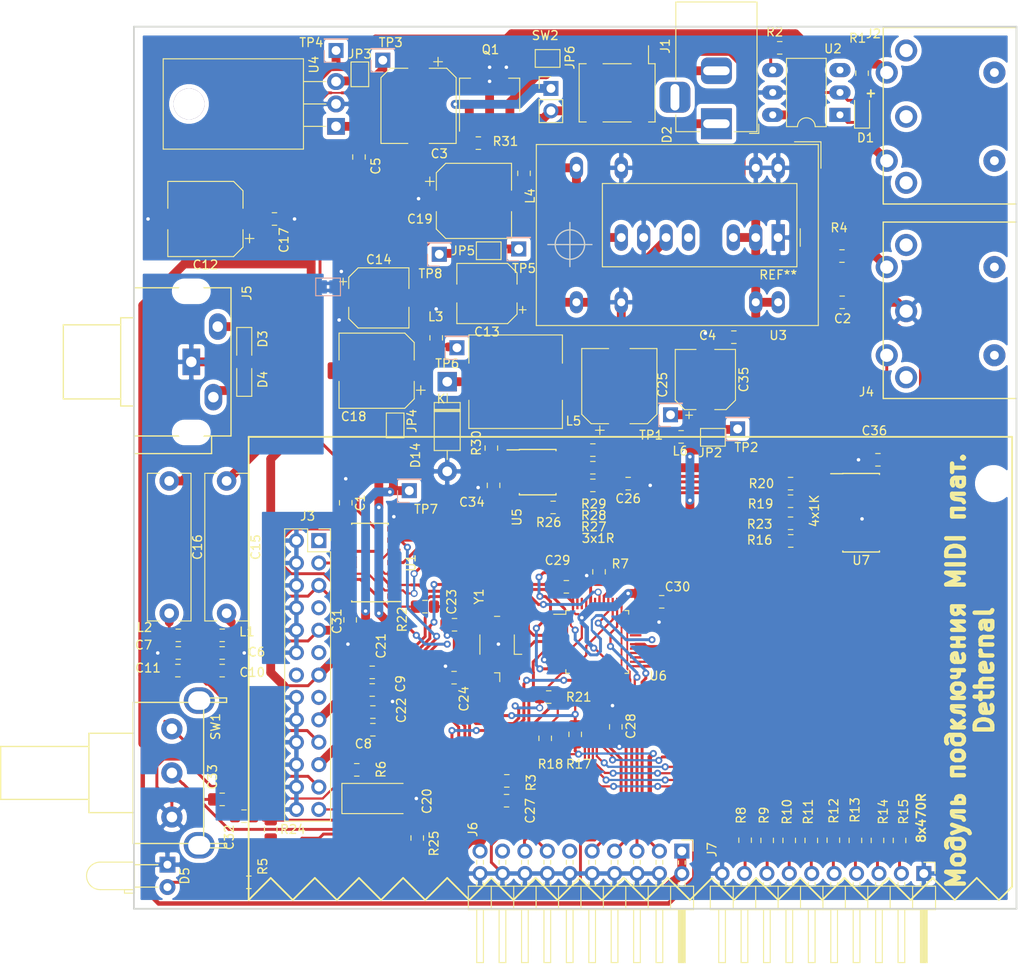
<source format=kicad_pcb>
(kicad_pcb (version 20171130) (host pcbnew 5.1.5+dfsg1-2)
  (title_block (title "Модуль подключения MIDI плат.\\n100мм вариант\\nПлата печатная") (date 2019-02-17) (company Dethernal) (comment 2 Dethernal))
  (layers (0 F.Cu signal) (31 B.Cu signal) (34 B.Paste user) (35 F.Paste user) (36 B.SilkS user) (37 F.SilkS user) (38 B.Mask user) (39 F.Mask user) (44 Edge.Cuts user))
  (net 0 "")
  (net 1 +5V)
  (net 2 +12V)
  (net 3 -12V)
  (net 4 "Net-(D2-Pad2)")
  (net 5 /RIGHT)
  (net 6 /LEFT)
  (net 7 "Net-(D5-Pad2)")
  (net 8 /~RESET)
  (net 9 GNDD)
  (net 10 GNDA)
  (net 11 "Net-(C15-Pad1)")
  (net 12 "Net-(C15-Pad2)")
  (net 13 "Net-(C16-Pad2)")
  (net 14 "Net-(C16-Pad1)")
  (net 15 "Net-(J4-Pad5)")
  (net 16 "Net-(J4-Pad4)")
  (net 17 "Net-(U1-Pad3)")
  (net 18 /+12NF)
  (net 19 /-12NF)
  (net 20 /+IN12V)
  (net 21 "Net-(C23-Pad1)")
  (net 22 "Net-(C24-Pad1)")
  (net 23 +3V3)
  (net 24 /NRST)
  (net 25 /MIDI_P)
  (net 26 /MIDI_N)
  (net 27 /MIDI_WB)
  (net 28 /JNTRST)
  (net 29 /JTDI)
  (net 30 /JTMS-SWDIO)
  (net 31 /JTCK_SWCLK)
  (net 32 /JTDO-TRACESWO)
  (net 33 /MIDI_IN)
  (net 34 "Net-(R7-Pad1)")
  (net 35 "Net-(R8-Pad1)")
  (net 36 "Net-(R9-Pad1)")
  (net 37 "Net-(R10-Pad1)")
  (net 38 "Net-(R11-Pad1)")
  (net 39 "Net-(R12-Pad1)")
  (net 40 "Net-(R13-Pad1)")
  (net 41 "Net-(R14-Pad1)")
  (net 42 "Net-(R15-Pad1)")
  (net 43 "Net-(R16-Pad1)")
  (net 44 "Net-(R17-Pad1)")
  (net 45 "Net-(R18-Pad1)")
  (net 46 "Net-(R19-Pad1)")
  (net 47 /TX2)
  (net 48 /MIDI_WB_CON)
  (net 49 /MIDI_OUT_CON)
  (net 50 /TX1)
  (net 51 "Net-(U1-Pad13)")
  (net 52 /ENC_B)
  (net 53 /ENC_A)
  (net 54 "Net-(C25-Pad1)")
  (net 55 "Net-(C34-Pad1)")
  (net 56 "Net-(D14-Pad1)")
  (net 57 "Net-(J7-Pad2)")
  (net 58 "Net-(J7-Pad3)")
  (net 59 "Net-(J7-Pad4)")
  (net 60 "Net-(J7-Pad5)")
  (net 61 "Net-(J7-Pad6)")
  (net 62 "Net-(J7-Pad7)")
  (net 63 "Net-(J7-Pad8)")
  (net 64 "Net-(J7-Pad9)")
  (net 65 "Net-(R26-Pad2)")
  (net 66 "Net-(R27-Pad1)")
  (net 67 "Net-(C18-Pad1)")
  (net 68 "Net-(C19-Pad2)")
  (net 69 "Net-(JP2-Pad1)")
  (net 70 "Net-(JP3-Pad1)")
  (net 71 "Net-(D2-Pad3)")
  (net 72 "Net-(D2-Pad4)")
  (net 73 "Net-(Q1-Pad1)")
  (net 74 "Net-(J2-Pad5)")
  (net 75 "Net-(U1-Pad4)")
  (net 76 "Net-(U1-Pad12)")
  (module Converter_DCDC:Converter_DCDC_TRACO_TMR-xxxx_THT (layer F.Cu) (at 112 47.9 180)
    (fp_text reference REF** (at 0 -4.24) (layer F.SilkS))
    (fp_text value Converter_DCDC_TRACO_TMR-xxxx_THT)
    (pad 8 thru_hole oval (at 17.78 0 180) (size 1.5 3) (drill 1) (layers *.Cu *.Mask) (net 19 /-12NF))
    (pad 7 thru_hole oval (at 15.24 0 180) (size 1.5 3) (drill 1) (layers *.Cu *.Mask) (net 9 GNDD))
    (pad 3 thru_hole oval (at 5.08 0 180) (size 1.5 3) (drill 1) (layers *.Cu *.Mask) (net 20 /+IN12V))
    (pad 6 thru_hole oval (at 12.7 0 180) (size 1.5 3) (drill 1) (layers *.Cu *.Mask) (net 18 /+12NF))
    (pad 5 thru_hole oval (at 10.16 0 180) (size 1.5 3) (drill 1) (layers *.Cu *.Mask))
    (pad 2 thru_hole oval (at 2.54 0 180) (size 1.5 3) (drill 1) (layers *.Cu *.Mask) (net 20 /+IN12V))
    (pad 1 thru_hole rect (at 0 0 180) (size 1.5 3) (drill 1) (layers *.Cu *.Mask) (net 9 GNDD))
  )
  (module rotary_encoder_bourns:Rotary_Encoder_Bourns_PEC16-2215F-N0024_Horizontal_16mm (layer F.Cu) (at 43.3 108.6 90)
    (fp_text reference SW1 (at 5.25 4.95 90) (layer F.SilkS))
    (fp_text value D_VALUE hide)
    (pad "" thru_hole oval (at 8.2 3.1 90) (size 3 3.5) (drill oval 2.1 2.5) (layers *.Cu *.Mask))
    (pad "" thru_hole oval (at -8.2 3.1 90) (size 3 3.5) (drill oval 2.1 2.5) (layers *.Cu *.Mask))
    (pad C thru_hole circle (at -5 0 90) (size 2.4 2.4) (drill 1.2) (layers *.Cu *.Mask) (net 9 GNDD))
    (pad A thru_hole circle (at 5 0 90) (size 2.4 2.4) (drill 1.2) (layers *.Cu *.Mask) (net 52 /ENC_B))
    (pad B thru_hole circle (at 0 0 90) (size 2.4 2.4) (drill 1.2) (layers *.Cu *.Mask) (net 53 /ENC_A))
  )
  (module Resistor_SMD:R_0805_2012Metric_Pad1.15x1.40mm_HandSolder (layer F.Cu) (at 113.425 82.3)
    (fp_text reference R16 (at -3.525 -0.1 180) (layer F.SilkS))
    (fp_text value 1K hide)
    (pad 1 smd roundrect (at -1.025 0) (size 1.15 1.4) (layers F.Cu F.Paste F.Mask) (roundrect_rratio 0.217391) (net 43 "Net-(R16-Pad1)"))
    (pad 2 smd roundrect (at 1.025 0) (size 1.15 1.4) (layers F.Cu F.Paste F.Mask) (roundrect_rratio 0.217391) (net 1 +5V))
  )
  (module Package_DIP:DIP-6_W7.62mm_LongPads (layer F.Cu) (at 119 34 180)
    (fp_text reference U2 (at 0.8 7.5 180) (layer F.SilkS))
    (fp_text value H11L1)
    (pad 1 thru_hole rect (at 0 0 180) (size 2.4 1.6) (drill 0.8) (layers *.Cu *.Mask) (net 25 /MIDI_P))
    (pad 4 thru_hole oval (at 7.62 5.08 180) (size 2.4 1.6) (drill 0.8) (layers *.Cu *.Mask) (net 33 /MIDI_IN))
    (pad 2 thru_hole oval (at 0 2.54 180) (size 2.4 1.6) (drill 0.8) (layers *.Cu *.Mask) (net 26 /MIDI_N))
    (pad 5 thru_hole oval (at 7.62 2.54 180) (size 2.4 1.6) (drill 0.8) (layers *.Cu *.Mask) (net 9 GNDD))
    (pad 3 thru_hole oval (at 0 5.08 180) (size 2.4 1.6) (drill 0.8) (layers *.Cu *.Mask))
    (pad 6 thru_hole oval (at 7.62 0 180) (size 2.4 1.6) (drill 0.8) (layers *.Cu *.Mask) (net 1 +5V))
  )
  (module Diode_SMD:D_SOD-323_HandSoldering (layer F.Cu) (at 121.5 33.6 90)
    (fp_text reference D1 (at -3 0.4 180) (layer F.SilkS))
    (fp_text value 1N4148)
    (pad 1 smd rect (at -1.25 0 90) (size 1 1) (layers F.Cu F.Paste F.Mask) (net 25 /MIDI_P))
    (pad 2 smd rect (at 1.25 0 90) (size 1 1) (layers F.Cu F.Paste F.Mask) (net 26 /MIDI_N))
  )
  (module Diode_SMD:Diode_Bridge_Vishay_DFSFlat (layer F.Cu) (at 93.75 31.5 270)
    (fp_text reference D2 (at 4.75 -5.65 270) (layer F.SilkS))
    (fp_text value DB104)
    (pad 1 smd rect (at -4.37 -2.55 270) (size 2 1.5) (layers F.Cu F.Paste F.Mask) (net 20 /+IN12V))
    (pad 2 smd rect (at -4.37 2.55 270) (size 2 1.5) (layers F.Cu F.Paste F.Mask) (net 4 "Net-(D2-Pad2)"))
    (pad 3 smd rect (at 4.37 2.55 270) (size 2 1.5) (layers F.Cu F.Paste F.Mask) (net 71 "Net-(D2-Pad3)"))
    (pad 4 smd rect (at 4.37 -2.55 270) (size 2 1.5) (layers F.Cu F.Paste F.Mask) (net 72 "Net-(D2-Pad4)"))
  )
  (module Package_TO_SOT_THT:TO-220-3_Horizontal_TabDown (layer F.Cu) (at 61.9 35.3 90)
    (fp_text reference U4 (at 7 -2.5 90) (layer F.SilkS))
    (fp_text value L7805)
    (pad "" thru_hole oval (at 2.54 -16.66 90) (size 3.5 3.5) (drill 3.5) (layers *.Cu *.Mask))
    (pad 1 thru_hole rect (at 0 0 90) (size 1.905 2) (drill 1.1) (layers *.Cu *.Mask) (net 20 /+IN12V))
    (pad 2 thru_hole oval (at 2.54 0 90) (size 1.905 2) (drill 1.1) (layers *.Cu *.Mask) (net 9 GNDD))
    (pad 3 thru_hole oval (at 5.08 0 90) (size 1.905 2) (drill 1.1) (layers *.Cu *.Mask) (net 70 "Net-(JP3-Pad1)"))
  )
  (module Capacitor_SMD:C_0805_2012Metric_Pad1.15x1.40mm_HandSolder (layer F.Cu) (at 119.25 55.25 180)
    (fp_text reference C2 (at -0.05 -1.85) (layer F.SilkS))
    (fp_text value 100pF)
    (pad 1 smd roundrect (at -1.025 0 180) (size 1.15 1.4) (layers F.Cu F.Paste F.Mask) (roundrect_rratio 0.217391) (net 9 GNDD))
    (pad 2 smd roundrect (at 1.025 0 180) (size 1.15 1.4) (layers F.Cu F.Paste F.Mask) (roundrect_rratio 0.217391) (net 1 +5V))
  )
  (module Connector_DragonCity:RCA_Dual_Jack_Board_RS-209_03x3mm_Vertical (layer F.Cu) (at 45.5 62 270)
    (fp_text reference J5 (at -7.8 -6.3 270) (layer F.SilkS))
    (fp_text value "RSA 2x" hide)
    (pad 3 thru_hole rect (at 0 0 270) (size 3 2) (drill 1.2) (layers *.Cu *.Mask) (net 10 GNDA) (clearance 0.25))
    (pad 2 thru_hole oval (at 4 -2.5 270) (size 3 2) (drill 1.2) (layers *.Cu *.Mask) (net 14 "Net-(C16-Pad1)") (clearance 0.25))
    (pad 1 thru_hole oval (at -4 -3 270) (size 3 2) (drill 1.2) (layers *.Cu *.Mask) (net 11 "Net-(C15-Pad1)") (clearance 0.25))
    (pad "" np_thru_hole oval (at 8 0 270) (size 1.5 3) (drill oval 1.5 3) (layers *.Cu *.Mask) (clearance 0.7))
    (pad "" np_thru_hole oval (at -8 0 270) (size 1.5 3) (drill oval 1.5 3) (layers *.Cu *.Mask) (clearance 0.7))
  )
  (module connectors-ootdty:DS-5-01 (layer F.Cu) (at 139 56.25 90)
    (fp_text reference J4 (at -9.15 -17 180) (layer F.SilkS))
    (fp_text value "DIN5 OUT" hide)
    (pad 6 thru_hole circle (at 5 -2.5 90) (size 2.5 2.5) (drill 1) (layers *.Cu *.Mask))
    (pad 6 thru_hole circle (at -5 -2.5 90) (size 2.5 2.5) (drill 1) (layers *.Cu *.Mask))
    (pad 5 thru_hole circle (at 5 -14.7 90) (size 2.5 2.5) (drill 1.5) (layers *.Cu *.Mask) (net 15 "Net-(J4-Pad5)"))
    (pad 4 thru_hole circle (at -5 -14.7 90) (size 2.5 2.5) (drill 1.5) (layers *.Cu *.Mask) (net 16 "Net-(J4-Pad4)"))
    (pad 3 thru_hole circle (at -7.5 -12.5 90) (size 2.5 2.5) (drill 1.5) (layers *.Cu *.Mask))
    (pad 2 thru_hole circle (at 0 -12.5 90) (size 2.5 2.5) (drill 1.5) (layers *.Cu *.Mask) (net 9 GNDD))
    (pad 1 thru_hole circle (at 7.5 -12.5 90) (size 2.5 2.5) (drill 1.5) (layers *.Cu *.Mask))
  )
  (module connectors-ootdty:DS-5-01 (layer F.Cu) (at 139 34.2 90)
    (fp_text reference J2 (at 9.4 -16.2 180) (layer F.SilkS))
    (fp_text value "DIN5 IN" hide)
    (pad 6 thru_hole circle (at 5 -2.5 90) (size 2.5 2.5) (drill 1) (layers *.Cu *.Mask))
    (pad 6 thru_hole circle (at -5 -2.5 90) (size 2.5 2.5) (drill 1) (layers *.Cu *.Mask))
    (pad 5 thru_hole circle (at 5 -14.7 90) (size 2.5 2.5) (drill 1.5) (layers *.Cu *.Mask) (net 74 "Net-(J2-Pad5)"))
    (pad 4 thru_hole circle (at -5 -14.7 90) (size 2.5 2.5) (drill 1.5) (layers *.Cu *.Mask) (net 26 /MIDI_N))
    (pad 3 thru_hole circle (at -7.5 -12.5 90) (size 2.5 2.5) (drill 1.5) (layers *.Cu *.Mask))
    (pad 2 thru_hole circle (at 0 -12.5 90) (size 2.5 2.5) (drill 1.5) (layers *.Cu *.Mask))
    (pad 1 thru_hole circle (at 7.5 -12.5 90) (size 2.5 2.5) (drill 1.5) (layers *.Cu *.Mask))
  )
  (module Connector_PinHeader_2.54mm:PinHeader_2x10_P2.54mm_Horizontal (layer F.Cu) (at 101.08 117.46 270)
    (fp_text reference J6 (at -2.46 23.68 90) (layer F.SilkS))
    (fp_text value STM32_PROG)
    (pad 1 thru_hole rect (at 0 0 270) (size 1.7 1.7) (drill 1) (layers *.Cu *.Mask) (net 23 +3V3))
    (pad 2 thru_hole oval (at 2.54 0 270) (size 1.7 1.7) (drill 1) (layers *.Cu *.Mask) (net 23 +3V3))
    (pad 3 thru_hole oval (at 0 2.54 270) (size 1.7 1.7) (drill 1) (layers *.Cu *.Mask) (net 28 /JNTRST))
    (pad 4 thru_hole oval (at 2.54 2.54 270) (size 1.7 1.7) (drill 1) (layers *.Cu *.Mask) (net 9 GNDD))
    (pad 5 thru_hole oval (at 0 5.08 270) (size 1.7 1.7) (drill 1) (layers *.Cu *.Mask) (net 29 /JTDI))
    (pad 6 thru_hole oval (at 2.54 5.08 270) (size 1.7 1.7) (drill 1) (layers *.Cu *.Mask) (net 9 GNDD))
    (pad 7 thru_hole oval (at 0 7.62 270) (size 1.7 1.7) (drill 1) (layers *.Cu *.Mask) (net 30 /JTMS-SWDIO))
    (pad 8 thru_hole oval (at 2.54 7.62 270) (size 1.7 1.7) (drill 1) (layers *.Cu *.Mask) (net 9 GNDD))
    (pad 9 thru_hole oval (at 0 10.16 270) (size 1.7 1.7) (drill 1) (layers *.Cu *.Mask) (net 31 /JTCK_SWCLK))
    (pad 10 thru_hole oval (at 2.54 10.16 270) (size 1.7 1.7) (drill 1) (layers *.Cu *.Mask) (net 9 GNDD))
    (pad 11 thru_hole oval (at 0 12.7 270) (size 1.7 1.7) (drill 1) (layers *.Cu *.Mask))
    (pad 12 thru_hole oval (at 2.54 12.7 270) (size 1.7 1.7) (drill 1) (layers *.Cu *.Mask) (net 9 GNDD))
    (pad 13 thru_hole oval (at 0 15.24 270) (size 1.7 1.7) (drill 1) (layers *.Cu *.Mask) (net 32 /JTDO-TRACESWO))
    (pad 14 thru_hole oval (at 2.54 15.24 270) (size 1.7 1.7) (drill 1) (layers *.Cu *.Mask) (net 9 GNDD))
    (pad 15 thru_hole oval (at 0 17.78 270) (size 1.7 1.7) (drill 1) (layers *.Cu *.Mask) (net 24 /NRST))
    (pad 16 thru_hole oval (at 2.54 17.78 270) (size 1.7 1.7) (drill 1) (layers *.Cu *.Mask) (net 9 GNDD))
    (pad 17 thru_hole oval (at 0 20.32 270) (size 1.7 1.7) (drill 1) (layers *.Cu *.Mask))
    (pad 18 thru_hole oval (at 2.54 20.32 270) (size 1.7 1.7) (drill 1) (layers *.Cu *.Mask) (net 9 GNDD))
    (pad 19 thru_hole oval (at 0 22.86 270) (size 1.7 1.7) (drill 1) (layers *.Cu *.Mask) (net 23 +3V3))
    (pad 20 thru_hole oval (at 2.54 22.86 270) (size 1.7 1.7) (drill 1) (layers *.Cu *.Mask) (net 9 GNDD))
  )
  (module Connector_BarrelJack:BarrelJack_Horizontal (layer F.Cu) (at 105 35 270)
    (fp_text reference J1 (at -8.8 5.8 90) (layer F.SilkS))
    (fp_text value BarrelJack hide)
    (pad 1 thru_hole rect (at 0 0 270) (size 3.5 3.5) (drill oval 1 3) (layers *.Cu *.Mask) (net 71 "Net-(D2-Pad3)"))
    (pad 2 thru_hole roundrect (at -6 0 270) (size 3 3.5) (drill oval 1 3) (layers *.Cu *.Mask) (net 72 "Net-(D2-Pad4)"))
    (pad 3 thru_hole roundrect (at -3 4.7 270) (size 3.5 3.5) (drill oval 3 1) (layers *.Cu *.Mask))
  )
  (module Capacitor_SMD:C_0805_2012Metric_Pad1.15x1.40mm_HandSolder (layer F.Cu) (at 63 77.975 270)
    (fp_text reference C1 (at 0 -1.65 270) (layer F.SilkS))
    (fp_text value 100pF)
    (pad 2 smd roundrect (at 1.025 0 270) (size 1.15 1.4) (layers F.Cu F.Paste F.Mask) (roundrect_rratio 0.217391) (net 1 +5V))
    (pad 1 smd roundrect (at -1.025 0 270) (size 1.15 1.4) (layers F.Cu F.Paste F.Mask) (roundrect_rratio 0.217391) (net 9 GNDD))
  )
  (module Capacitor_SMD:C_0805_2012Metric_Pad1.15x1.40mm_HandSolder (layer F.Cu) (at 49 97)
    (fp_text reference C10 (at 3.4 0.2 180) (layer F.SilkS))
    (fp_text value 15pF)
    (pad 1 smd roundrect (at -1.025 0) (size 1.15 1.4) (layers F.Cu F.Paste F.Mask) (roundrect_rratio 0.217391) (net 5 /RIGHT))
    (pad 2 smd roundrect (at 1.025 0) (size 1.15 1.4) (layers F.Cu F.Paste F.Mask) (roundrect_rratio 0.217391) (net 10 GNDA))
  )
  (module MountingHole:MountingHole_3.2mm_M3 (layer F.Cu) (at 57.4 75.8)
    (fp_text reference REF** hide)
    (fp_text value MountingHole_3.2mm_M3 hide)
    (pad 1 np_thru_hole circle (at 0 0) (size 3.2 3.2) (drill 3.2) (layers *.Cu *.Mask))
  )
  (module MountingHole:MountingHole_3.2mm_M3 (layer F.Cu) (at 136.4 75.8)
    (fp_text reference REF** hide)
    (fp_text value MountingHole_3.2mm_M3 hide)
    (pad 1 np_thru_hole circle (at 0 0) (size 3.2 3.2) (drill 3.2) (layers *.Cu *.Mask))
  )
  (module Capacitor_SMD:C_0805_2012Metric_Pad1.15x1.40mm_HandSolder (layer F.Cu) (at 66 97.2)
    (fp_text reference C21 (at 1 -3 90) (layer F.SilkS))
    (fp_text value 1uF)
    (pad 2 smd roundrect (at 1.025 0) (size 1.15 1.4) (layers F.Cu F.Paste F.Mask) (roundrect_rratio 0.217391) (net 9 GNDD))
    (pad 1 smd roundrect (at -1.025 0) (size 1.15 1.4) (layers F.Cu F.Paste F.Mask) (roundrect_rratio 0.217391) (net 2 +12V))
  )
  (module Converter_DCDC:Converter_DCDC_XP_POWER_JTExxxxDxx_THT (layer F.Cu) (at 112 40 270)
    (fp_text reference U3 (at 19 0) (layer F.SilkS))
    (fp_text value JTE0624D12 hide)
    (pad 2 thru_hole oval (at 0 0 270) (size 2.5 1.5) (drill 0.91) (layers *.Cu *.Mask) (net 9 GNDD))
    (pad 9 thru_hole oval (at 0 17.78 270) (size 2.5 1.5) (drill 0.91) (layers *.Cu *.Mask) (net 9 GNDD))
    (pad 11 thru_hole oval (at 0 22.86 270) (size 2.5 1.5) (drill 0.91) (layers *.Cu *.Mask) (net 19 /-12NF))
    (pad 14 thru_hole oval (at 15.24 22.86 270) (size 2.5 1.5) (drill 0.91) (layers *.Cu *.Mask) (net 18 /+12NF))
    (pad 16 thru_hole oval (at 15.24 17.78 270) (size 2.5 1.5) (drill 0.91) (layers *.Cu *.Mask) (net 9 GNDD))
    (pad 23 thru_hole oval (at 15.24 0 270) (size 2.5 1.5) (drill 0.91) (layers *.Cu *.Mask) (net 20 /+IN12V))
    (pad 3 thru_hole oval (at 0 2.54 270) (size 2.5 1.5) (drill 0.91) (layers *.Cu *.Mask) (net 9 GNDD))
    (pad 22 thru_hole oval (at 15.24 2.54 270) (size 2.5 1.5) (drill 0.91) (layers *.Cu *.Mask) (net 20 /+IN12V))
  )
  (module Capacitor_SMD:C_0805_2012Metric_Pad1.15x1.40mm_HandSolder (layer F.Cu) (at 49 95)
    (fp_text reference C6 (at 3.9 -0.1 180) (layer F.SilkS))
    (fp_text value 47pF)
    (pad 1 smd roundrect (at -1.025 0) (size 1.15 1.4) (layers F.Cu F.Paste F.Mask) (roundrect_rratio 0.217391) (net 5 /RIGHT))
    (pad 2 smd roundrect (at 1.025 0) (size 1.15 1.4) (layers F.Cu F.Paste F.Mask) (roundrect_rratio 0.217391) (net 10 GNDA))
  )
  (module Capacitor_SMD:C_0805_2012Metric_Pad1.15x1.40mm_HandSolder (layer F.Cu) (at 44.025 95 180)
    (fp_text reference C7 (at 3.925 0.9) (layer F.SilkS))
    (fp_text value 47pF)
    (pad 2 smd roundrect (at 1.025 0 180) (size 1.15 1.4) (layers F.Cu F.Paste F.Mask) (roundrect_rratio 0.217391) (net 10 GNDA))
    (pad 1 smd roundrect (at -1.025 0 180) (size 1.15 1.4) (layers F.Cu F.Paste F.Mask) (roundrect_rratio 0.217391) (net 6 /LEFT))
  )
  (module Capacitor_SMD:C_0805_2012Metric_Pad1.15x1.40mm_HandSolder (layer F.Cu) (at 54.925 45.8)
    (fp_text reference C17 (at 1.075 2.4 90) (layer F.SilkS))
    (fp_text value 1uF)
    (pad 1 smd roundrect (at -1.025 0) (size 1.15 1.4) (layers F.Cu F.Paste F.Mask) (roundrect_rratio 0.217391) (net 1 +5V))
    (pad 2 smd roundrect (at 1.025 0) (size 1.15 1.4) (layers F.Cu F.Paste F.Mask) (roundrect_rratio 0.217391) (net 9 GNDD))
  )
  (module Capacitor_SMD:C_0805_2012Metric_Pad1.15x1.40mm_HandSolder (layer F.Cu) (at 66.075 101.7 180)
    (fp_text reference C22 (at -3.225 0.2 270) (layer F.SilkS))
    (fp_text value 1uF)
    (pad 1 smd roundrect (at -1.025 0 180) (size 1.15 1.4) (layers F.Cu F.Paste F.Mask) (roundrect_rratio 0.217391) (net 9 GNDD))
    (pad 2 smd roundrect (at 1.025 0 180) (size 1.15 1.4) (layers F.Cu F.Paste F.Mask) (roundrect_rratio 0.217391) (net 3 -12V))
  )
  (module Diode_SMD:D_SOD-323_HandSoldering (layer F.Cu) (at 51.5 60 270)
    (fp_text reference D3 (at -0.6 -2.1 90) (layer F.SilkS))
    (fp_text value PESD5V0S1BA hide)
    (pad 1 smd rect (at -1.25 0 270) (size 1 1) (layers F.Cu F.Paste F.Mask) (net 11 "Net-(C15-Pad1)"))
    (pad 2 smd rect (at 1.25 0 270) (size 1 1) (layers F.Cu F.Paste F.Mask) (net 10 GNDA))
  )
  (module Diode_SMD:D_SOD-323_HandSoldering (layer F.Cu) (at 51.5 64 90)
    (fp_text reference D4 (at 0 2.1 90) (layer F.SilkS))
    (fp_text value PESD5V0S1BA hide)
    (pad 2 smd rect (at 1.25 0 90) (size 1 1) (layers F.Cu F.Paste F.Mask) (net 10 GNDA))
    (pad 1 smd rect (at -1.25 0 90) (size 1 1) (layers F.Cu F.Paste F.Mask) (net 14 "Net-(C16-Pad1)"))
  )
  (module Connector_PinSocket_2.54mm:PinSocket_2x13_P2.54mm_Vertical (layer F.Cu) (at 59.95 82.26)
    (fp_text reference J3 (at -1.27 -2.77) (layer F.SilkS))
    (fp_text value WaveBlaster)
    (pad 1 thru_hole rect (at 0 0) (size 1.7 1.7) (drill 1) (layers *.Cu *.Mask))
    (pad 2 thru_hole oval (at -2.54 0) (size 1.7 1.7) (drill 1) (layers *.Cu *.Mask) (net 9 GNDD))
    (pad 3 thru_hole oval (at 0 2.54) (size 1.7 1.7) (drill 1) (layers *.Cu *.Mask) (net 27 /MIDI_WB))
    (pad 4 thru_hole oval (at -2.54 2.54) (size 1.7 1.7) (drill 1) (layers *.Cu *.Mask) (net 9 GNDD))
    (pad 5 thru_hole oval (at 0 5.08) (size 1.7 1.7) (drill 1) (layers *.Cu *.Mask) (net 1 +5V))
    (pad 6 thru_hole oval (at -2.54 5.08) (size 1.7 1.7) (drill 1) (layers *.Cu *.Mask) (net 9 GNDD))
    (pad 7 thru_hole oval (at 0 7.62) (size 1.7 1.7) (drill 1) (layers *.Cu *.Mask))
    (pad 8 thru_hole oval (at -2.54 7.62) (size 1.7 1.7) (drill 1) (layers *.Cu *.Mask) (net 9 GNDD))
    (pad 9 thru_hole oval (at 0 10.16) (size 1.7 1.7) (drill 1) (layers *.Cu *.Mask) (net 1 +5V))
    (pad 10 thru_hole oval (at -2.54 10.16) (size 1.7 1.7) (drill 1) (layers *.Cu *.Mask) (net 9 GNDD))
    (pad 11 thru_hole oval (at 0 12.7) (size 1.7 1.7) (drill 1) (layers *.Cu *.Mask))
    (pad 12 thru_hole oval (at -2.54 12.7) (size 1.7 1.7) (drill 1) (layers *.Cu *.Mask) (net 9 GNDD))
    (pad 13 thru_hole oval (at 0 15.24) (size 1.7 1.7) (drill 1) (layers *.Cu *.Mask) (net 1 +5V))
    (pad 14 thru_hole oval (at -2.54 15.24) (size 1.7 1.7) (drill 1) (layers *.Cu *.Mask))
    (pad 15 thru_hole oval (at 0 17.78) (size 1.7 1.7) (drill 1) (layers *.Cu *.Mask))
    (pad 16 thru_hole oval (at -2.54 17.78) (size 1.7 1.7) (drill 1) (layers *.Cu *.Mask) (net 10 GNDA))
    (pad 17 thru_hole oval (at 0 20.32) (size 1.7 1.7) (drill 1) (layers *.Cu *.Mask) (net 2 +12V))
    (pad 18 thru_hole oval (at -2.54 20.32) (size 1.7 1.7) (drill 1) (layers *.Cu *.Mask) (net 10 GNDA))
    (pad 19 thru_hole oval (at 0 22.86) (size 1.7 1.7) (drill 1) (layers *.Cu *.Mask) (net 5 /RIGHT))
    (pad 20 thru_hole oval (at -2.54 22.86) (size 1.7 1.7) (drill 1) (layers *.Cu *.Mask) (net 10 GNDA))
    (pad 21 thru_hole oval (at 0 25.4) (size 1.7 1.7) (drill 1) (layers *.Cu *.Mask) (net 3 -12V))
    (pad 22 thru_hole oval (at -2.54 25.4) (size 1.7 1.7) (drill 1) (layers *.Cu *.Mask) (net 10 GNDA))
    (pad 23 thru_hole oval (at 0 27.94) (size 1.7 1.7) (drill 1) (layers *.Cu *.Mask) (net 6 /LEFT))
    (pad 24 thru_hole oval (at -2.54 27.94) (size 1.7 1.7) (drill 1) (layers *.Cu *.Mask) (net 10 GNDA))
    (pad 25 thru_hole oval (at 0 30.48) (size 1.7 1.7) (drill 1) (layers *.Cu *.Mask) (net 8 /~RESET))
    (pad 26 thru_hole oval (at -2.54 30.48) (size 1.7 1.7) (drill 1) (layers *.Cu *.Mask) (net 10 GNDA))
  )
  (module Inductor_SMD:L_0805_2012Metric_Pad1.15x1.40mm_HandSolder (layer F.Cu) (at 49 93)
    (fp_text reference L1 (at 2.8 -0.4 180) (layer F.SilkS))
    (fp_text value 100nH)
    (pad 2 smd roundrect (at 1.025 0) (size 1.15 1.4) (layers F.Cu F.Paste F.Mask) (roundrect_rratio 0.217391) (net 12 "Net-(C15-Pad2)"))
    (pad 1 smd roundrect (at -1.025 0) (size 1.15 1.4) (layers F.Cu F.Paste F.Mask) (roundrect_rratio 0.217391) (net 5 /RIGHT))
  )
  (module Inductor_SMD:L_0805_2012Metric_Pad1.15x1.40mm_HandSolder (layer F.Cu) (at 44.025 93 180)
    (fp_text reference L2 (at 3.825 0.9) (layer F.SilkS))
    (fp_text value 100nH)
    (pad 1 smd roundrect (at -1.025 0 180) (size 1.15 1.4) (layers F.Cu F.Paste F.Mask) (roundrect_rratio 0.217391) (net 6 /LEFT))
    (pad 2 smd roundrect (at 1.025 0 180) (size 1.15 1.4) (layers F.Cu F.Paste F.Mask) (roundrect_rratio 0.217391) (net 13 "Net-(C16-Pad2)"))
  )
  (module Inductor_SMD:L_0805_2012Metric_Pad1.15x1.40mm_HandSolder (layer F.Cu) (at 73.25 59.275 270)
    (fp_text reference L3 (at -2.392809 0.052902) (layer F.SilkS))
    (fp_text value 33nH)
    (pad 2 smd roundrect (at 1.025 0 270) (size 1.15 1.4) (layers F.Cu F.Paste F.Mask) (roundrect_rratio 0.217391) (net 67 "Net-(C18-Pad1)"))
    (pad 1 smd roundrect (at -1.025 0 270) (size 1.15 1.4) (layers F.Cu F.Paste F.Mask) (roundrect_rratio 0.217391) (net 18 /+12NF))
  )
  (module Inductor_SMD:L_0805_2012Metric_Pad1.15x1.40mm_HandSolder (layer F.Cu) (at 83.2 40.625 270)
    (fp_text reference L4 (at 2.575 -0.7 270) (layer F.SilkS))
    (fp_text value 33nH)
    (pad 1 smd roundrect (at -1.025 0 270) (size 1.15 1.4) (layers F.Cu F.Paste F.Mask) (roundrect_rratio 0.217391) (net 19 /-12NF))
    (pad 2 smd roundrect (at 1.025 0 270) (size 1.15 1.4) (layers F.Cu F.Paste F.Mask) (roundrect_rratio 0.217391) (net 68 "Net-(C19-Pad2)"))
  )
  (module Resistor_SMD:R_0805_2012Metric_Pad1.15x1.40mm_HandSolder (layer F.Cu) (at 121.5 29.275 90)
    (fp_text reference R1 (at 3.975 -0.5 180) (layer F.SilkS))
    (fp_text value 510R)
    (pad 1 smd roundrect (at -1.025 0 90) (size 1.15 1.4) (layers F.Cu F.Paste F.Mask) (roundrect_rratio 0.217391) (net 25 /MIDI_P))
    (pad 2 smd roundrect (at 1.025 0 90) (size 1.15 1.4) (layers F.Cu F.Paste F.Mask) (roundrect_rratio 0.217391) (net 74 "Net-(J2-Pad5)"))
  )
  (module Resistor_SMD:R_0805_2012Metric_Pad1.15x1.40mm_HandSolder (layer F.Cu) (at 81.25 109.5 180)
    (fp_text reference R3 (at -2.75 -0.2 270) (layer F.SilkS))
    (fp_text value 10K)
    (pad 1 smd roundrect (at -1.025 0 180) (size 1.15 1.4) (layers F.Cu F.Paste F.Mask) (roundrect_rratio 0.217391) (net 24 /NRST))
    (pad 2 smd roundrect (at 1.025 0 180) (size 1.15 1.4) (layers F.Cu F.Paste F.Mask) (roundrect_rratio 0.217391) (net 23 +3V3))
  )
  (module Resistor_SMD:R_0805_2012Metric_Pad1.15x1.40mm_HandSolder (layer F.Cu) (at 119.225 50 180)
    (fp_text reference R4 (at 0.325 3.2) (layer F.SilkS))
    (fp_text value 220R)
    (pad 2 smd roundrect (at 1.025 0 180) (size 1.15 1.4) (layers F.Cu F.Paste F.Mask) (roundrect_rratio 0.217391) (net 1 +5V))
    (pad 1 smd roundrect (at -1.025 0 180) (size 1.15 1.4) (layers F.Cu F.Paste F.Mask) (roundrect_rratio 0.217391) (net 15 "Net-(J4-Pad5)"))
  )
  (module LED_THT:LED_D3.0mm_Horizontal_O3.81mm_Z2.0mm (layer F.Cu) (at 42.8 119 270)
    (fp_text reference D5 (at 1.27 -1.96 270) (layer F.SilkS))
    (fp_text value LED)
    (pad 1 thru_hole rect (at 0 0 270) (size 1.8 1.8) (drill 0.9) (layers *.Cu *.Mask) (net 9 GNDD))
    (pad 2 thru_hole circle (at 2.54 0 270) (size 1.8 1.8) (drill 0.9) (layers *.Cu *.Mask) (net 7 "Net-(D5-Pad2)"))
  )
  (module Resistor_SMD:R_0805_2012Metric_Pad1.15x1.40mm_HandSolder (layer F.Cu) (at 52.025 121)
    (fp_text reference R5 (at 1.575 -1.8 270) (layer F.SilkS))
    (fp_text value 470R)
    (pad 2 smd roundrect (at 1.025 0) (size 1.15 1.4) (layers F.Cu F.Paste F.Mask) (roundrect_rratio 0.217391) (net 16 "Net-(J4-Pad4)"))
    (pad 1 smd roundrect (at -1.025 0) (size 1.15 1.4) (layers F.Cu F.Paste F.Mask) (roundrect_rratio 0.217391) (net 7 "Net-(D5-Pad2)"))
  )
  (module Resistor_SMD:R_0805_2012Metric_Pad1.15x1.40mm_HandSolder (layer F.Cu) (at 64.25 108.25)
    (fp_text reference R6 (at 2.75 -0.05 90) (layer F.SilkS))
    (fp_text value 10K)
    (pad 1 smd roundrect (at -1.025 0) (size 1.15 1.4) (layers F.Cu F.Paste F.Mask) (roundrect_rratio 0.217391) (net 1 +5V))
    (pad 2 smd roundrect (at 1.025 0) (size 1.15 1.4) (layers F.Cu F.Paste F.Mask) (roundrect_rratio 0.217391) (net 8 /~RESET))
  )
  (module Capacitor_SMD:C_0805_2012Metric_Pad1.15x1.40mm_HandSolder (layer F.Cu) (at 106.975 59.2 180)
    (fp_text reference C4 (at 2.975 0.2 180) (layer F.SilkS))
    (fp_text value 1uF)
    (pad 2 smd roundrect (at 1.025 0 180) (size 1.15 1.4) (layers F.Cu F.Paste F.Mask) (roundrect_rratio 0.217391) (net 9 GNDD))
    (pad 1 smd roundrect (at -1.025 0 180) (size 1.15 1.4) (layers F.Cu F.Paste F.Mask) (roundrect_rratio 0.217391) (net 20 /+IN12V))
  )
  (module Capacitor_SMD:C_0805_2012Metric_Pad1.15x1.40mm_HandSolder (layer F.Cu) (at 64.5 38.775 270)
    (fp_text reference C5 (at 1.025 -1.9 270) (layer F.SilkS))
    (fp_text value 1uF)
    (pad 1 smd roundrect (at -1.025 0 270) (size 1.15 1.4) (layers F.Cu F.Paste F.Mask) (roundrect_rratio 0.217391) (net 20 /+IN12V))
    (pad 2 smd roundrect (at 1.025 0 270) (size 1.15 1.4) (layers F.Cu F.Paste F.Mask) (roundrect_rratio 0.217391) (net 9 GNDD))
  )
  (module Capacitor_SMD:C_0805_2012Metric_Pad1.15x1.40mm_HandSolder (layer F.Cu) (at 66.075 103.7)
    (fp_text reference C8 (at -1.075 1.6 180) (layer F.SilkS))
    (fp_text value 100pF)
    (pad 1 smd roundrect (at -1.025 0) (size 1.15 1.4) (layers F.Cu F.Paste F.Mask) (roundrect_rratio 0.217391) (net 3 -12V))
    (pad 2 smd roundrect (at 1.025 0) (size 1.15 1.4) (layers F.Cu F.Paste F.Mask) (roundrect_rratio 0.217391) (net 9 GNDD))
  )
  (module Capacitor_SMD:C_0805_2012Metric_Pad1.15x1.40mm_HandSolder (layer F.Cu) (at 66 99.2)
    (fp_text reference C9 (at 3.2 -0.7 90) (layer F.SilkS))
    (fp_text value 100pF)
    (pad 2 smd roundrect (at 1.025 0) (size 1.15 1.4) (layers F.Cu F.Paste F.Mask) (roundrect_rratio 0.217391) (net 9 GNDD))
    (pad 1 smd roundrect (at -1.025 0) (size 1.15 1.4) (layers F.Cu F.Paste F.Mask) (roundrect_rratio 0.217391) (net 2 +12V))
  )
  (module Capacitor_SMD:C_0805_2012Metric_Pad1.15x1.40mm_HandSolder (layer F.Cu) (at 43.975 97 180)
    (fp_text reference C11 (at 3.375 0.3) (layer F.SilkS))
    (fp_text value 15pF)
    (pad 1 smd roundrect (at -1.025 0 180) (size 1.15 1.4) (layers F.Cu F.Paste F.Mask) (roundrect_rratio 0.217391) (net 6 /LEFT))
    (pad 2 smd roundrect (at 1.025 0 180) (size 1.15 1.4) (layers F.Cu F.Paste F.Mask) (roundrect_rratio 0.217391) (net 10 GNDA))
  )
  (module Capacitor_THT:C_Rect_L16.5mm_W4.7mm_P15.00mm_MKT (layer F.Cu) (at 49.5 75.5 270)
    (fp_text reference C15 (at 7.5 -3.3 270) (layer F.SilkS))
    (fp_text value 1uF)
    (pad 1 thru_hole circle (at 0 0 270) (size 2.2 2.2) (drill 1.1) (layers *.Cu *.Mask) (net 11 "Net-(C15-Pad1)"))
    (pad 2 thru_hole circle (at 15 0 270) (size 2.2 2.2) (drill 1.1) (layers *.Cu *.Mask) (net 12 "Net-(C15-Pad2)"))
  )
  (module Capacitor_THT:C_Rect_L16.5mm_W4.7mm_P15.00mm_MKT (layer F.Cu) (at 43 75.5 270)
    (fp_text reference C16 (at 7.5 -3.2 270) (layer F.SilkS))
    (fp_text value 1uF)
    (pad 2 thru_hole circle (at 15 0 270) (size 2.2 2.2) (drill 1.1) (layers *.Cu *.Mask) (net 13 "Net-(C16-Pad2)"))
    (pad 1 thru_hole circle (at 0 0 270) (size 2.2 2.2) (drill 1.1) (layers *.Cu *.Mask) (net 14 "Net-(C16-Pad1)"))
  )
  (module Capacitor_Tantalum_SMD:CP_EIA-6032-15_Kemet-U_Pad2.25x2.35mm_HandSolder (layer F.Cu) (at 66.5 111.5)
    (fp_text reference C20 (at 5.7 0.3 90) (layer F.SilkS))
    (fp_text value 10uF)
    (pad 1 smd roundrect (at -2.55 0) (size 2.25 2.35) (layers F.Cu F.Paste F.Mask) (roundrect_rratio 0.111111) (net 8 /~RESET))
    (pad 2 smd roundrect (at 2.55 0) (size 2.25 2.35) (layers F.Cu F.Paste F.Mask) (roundrect_rratio 0.111111) (net 9 GNDD))
  )
  (module Jumper:SolderJumper-2_P1.3mm_Bridged2Bar_Pad1.0x1.5mm (layer B.Cu) (at 61 53.5 180)
    (fp_text reference JP1 hide)
    (fp_text value " ")
    (pad 1 smd custom (at -0.65 0 180) (size 1 1.5) (layers B.Cu B.Mask) (net 9 GNDD) (options (clearance outline) (anchor rect)) (primitives (gr_poly (pts (xy 0.4 -0.2) (xy 0.9 -0.2) (xy 0.9 -0.6) (xy 0.4 -0.6)) (width 0)) (gr_poly (pts (xy 0.4 0.6) (xy 0.9 0.6) (xy 0.9 0.2) (xy 0.4 0.2)) (width 0))))
    (pad 2 smd rect (at 0.65 0 180) (size 1 1.5) (layers B.Cu B.Mask) (net 10 GNDA))
  )
  (module Package_SO:SOIC-14_3.9x8.7mm_P1.27mm (layer F.Cu) (at 65.75 84.75 180)
    (fp_text reference U1 (at -4.65 -0.05 270) (layer F.SilkS))
    (fp_text value 74HCT00)
    (pad 1 smd rect (at -2.7 -3.81 180) (size 1.5 0.6) (layers F.Cu F.Paste F.Mask) (net 49 /MIDI_OUT_CON))
    (pad 2 smd rect (at -2.7 -2.54 180) (size 1.5 0.6) (layers F.Cu F.Paste F.Mask) (net 33 /MIDI_IN))
    (pad 3 smd rect (at -2.7 -1.27 180) (size 1.5 0.6) (layers F.Cu F.Paste F.Mask) (net 17 "Net-(U1-Pad3)"))
    (pad 4 smd rect (at -2.7 0 180) (size 1.5 0.6) (layers F.Cu F.Paste F.Mask) (net 75 "Net-(U1-Pad4)"))
    (pad 5 smd rect (at -2.7 1.27 180) (size 1.5 0.6) (layers F.Cu F.Paste F.Mask) (net 17 "Net-(U1-Pad3)"))
    (pad 6 smd rect (at -2.7 2.54 180) (size 1.5 0.6) (layers F.Cu F.Paste F.Mask) (net 16 "Net-(J4-Pad4)"))
    (pad 7 smd rect (at -2.7 3.81 180) (size 1.5 0.6) (layers F.Cu F.Paste F.Mask) (net 9 GNDD))
    (pad 8 smd rect (at 2.7 3.81 180) (size 1.5 0.6) (layers F.Cu F.Paste F.Mask) (net 51 "Net-(U1-Pad13)"))
    (pad 9 smd rect (at 2.7 2.54 180) (size 1.5 0.6) (layers F.Cu F.Paste F.Mask) (net 48 /MIDI_WB_CON))
    (pad 10 smd rect (at 2.7 1.27 180) (size 1.5 0.6) (layers F.Cu F.Paste F.Mask) (net 33 /MIDI_IN))
    (pad 11 smd rect (at 2.7 0 180) (size 1.5 0.6) (layers F.Cu F.Paste F.Mask) (net 27 /MIDI_WB))
    (pad 12 smd rect (at 2.7 -1.27 180) (size 1.5 0.6) (layers F.Cu F.Paste F.Mask) (net 76 "Net-(U1-Pad12)"))
    (pad 13 smd rect (at 2.7 -2.54 180) (size 1.5 0.6) (layers F.Cu F.Paste F.Mask) (net 51 "Net-(U1-Pad13)"))
    (pad 14 smd rect (at 2.7 -3.81 180) (size 1.5 0.6) (layers F.Cu F.Paste F.Mask) (net 1 +5V))
  )
  (module Capacitor_SMD:C_0805_2012Metric_Pad1.15x1.40mm_HandSolder (layer F.Cu) (at 75.325 91.8 180)
    (fp_text reference C23 (at 0.325 2.6 90) (layer F.SilkS))
    (fp_text value 15pF)
    (pad 1 smd roundrect (at -1.025 0 180) (size 1.15 1.4) (layers F.Cu F.Paste F.Mask) (roundrect_rratio 0.217391) (net 21 "Net-(C23-Pad1)"))
    (pad 2 smd roundrect (at 1.025 0 180) (size 1.15 1.4) (layers F.Cu F.Paste F.Mask) (roundrect_rratio 0.217391) (net 9 GNDD))
  )
  (module Capacitor_SMD:C_0805_2012Metric_Pad1.15x1.40mm_HandSolder (layer F.Cu) (at 75.275 97.8 180)
    (fp_text reference C24 (at -1.125 -2.4 270) (layer F.SilkS))
    (fp_text value 15pF)
    (pad 1 smd roundrect (at -1.025 0 180) (size 1.15 1.4) (layers F.Cu F.Paste F.Mask) (roundrect_rratio 0.217391) (net 22 "Net-(C24-Pad1)"))
    (pad 2 smd roundrect (at 1.025 0 180) (size 1.15 1.4) (layers F.Cu F.Paste F.Mask) (roundrect_rratio 0.217391) (net 9 GNDD))
  )
  (module Capacitor_SMD:C_0805_2012Metric_Pad1.15x1.40mm_HandSolder (layer F.Cu) (at 95 75.8)
    (fp_text reference C26 (at 0 1.7) (layer F.SilkS))
    (fp_text value 1uF)
    (pad 1 smd roundrect (at -1.025 0) (size 1.15 1.4) (layers F.Cu F.Paste F.Mask) (roundrect_rratio 0.217391) (net 20 /+IN12V))
    (pad 2 smd roundrect (at 1.025 0) (size 1.15 1.4) (layers F.Cu F.Paste F.Mask) (roundrect_rratio 0.217391) (net 9 GNDD))
  )
  (module Capacitor_SMD:C_0805_2012Metric_Pad1.15x1.40mm_HandSolder (layer F.Cu) (at 81.225 111.75)
    (fp_text reference C27 (at 2.675 1.15 90) (layer F.SilkS))
    (fp_text value 100pF)
    (pad 2 smd roundrect (at 1.025 0) (size 1.15 1.4) (layers F.Cu F.Paste F.Mask) (roundrect_rratio 0.217391) (net 24 /NRST))
    (pad 1 smd roundrect (at -1.025 0) (size 1.15 1.4) (layers F.Cu F.Paste F.Mask) (roundrect_rratio 0.217391) (net 9 GNDD))
  )
  (module Capacitor_SMD:C_0805_2012Metric_Pad1.15x1.40mm_HandSolder (layer F.Cu) (at 93.6 103.375 90)
    (fp_text reference C28 (at 0.075 1.7 90) (layer F.SilkS))
    (fp_text value 100pF)
    (pad 2 smd roundrect (at 1.025 0 90) (size 1.15 1.4) (layers F.Cu F.Paste F.Mask) (roundrect_rratio 0.217391) (net 23 +3V3))
    (pad 1 smd roundrect (at -1.025 0 90) (size 1.15 1.4) (layers F.Cu F.Paste F.Mask) (roundrect_rratio 0.217391) (net 9 GNDD))
  )
  (module Capacitor_SMD:C_0805_2012Metric_Pad1.15x1.40mm_HandSolder (layer F.Cu) (at 88 87.5 180)
    (fp_text reference C29 (at 1 3) (layer F.SilkS))
    (fp_text value 100nF)
    (pad 1 smd roundrect (at -1.025 0 180) (size 1.15 1.4) (layers F.Cu F.Paste F.Mask) (roundrect_rratio 0.217391) (net 9 GNDD))
    (pad 2 smd roundrect (at 1.025 0 180) (size 1.15 1.4) (layers F.Cu F.Paste F.Mask) (roundrect_rratio 0.217391) (net 23 +3V3))
  )
  (module Capacitor_SMD:C_0805_2012Metric_Pad1.15x1.40mm_HandSolder (layer F.Cu) (at 98.8 89.2 180)
    (fp_text reference C30 (at -1.8 1.7 180) (layer F.SilkS))
    (fp_text value 10nF)
    (pad 2 smd roundrect (at 1.025 0 180) (size 1.15 1.4) (layers F.Cu F.Paste F.Mask) (roundrect_rratio 0.217391) (net 23 +3V3))
    (pad 1 smd roundrect (at -1.025 0 180) (size 1.15 1.4) (layers F.Cu F.Paste F.Mask) (roundrect_rratio 0.217391) (net 9 GNDD))
  )
  (module Capacitor_SMD:C_0805_2012Metric_Pad1.15x1.40mm_HandSolder (layer F.Cu) (at 63.5 91.25 90)
    (fp_text reference C31 (at -0.15 -1.5 90) (layer F.SilkS))
    (fp_text value 100pF)
    (pad 2 smd roundrect (at 1.025 0 90) (size 1.15 1.4) (layers F.Cu F.Paste F.Mask) (roundrect_rratio 0.217391) (net 1 +5V))
    (pad 1 smd roundrect (at -1.025 0 90) (size 1.15 1.4) (layers F.Cu F.Paste F.Mask) (roundrect_rratio 0.217391) (net 9 GNDD))
  )
  (module Resistor_SMD:R_0805_2012Metric_Pad1.15x1.40mm_HandSolder (layer F.Cu) (at 91.7 85.8 90)
    (fp_text reference R7 (at 0.9 2.4 180) (layer F.SilkS))
    (fp_text value 4.7K)
    (pad 2 smd roundrect (at 1.025 0 90) (size 1.15 1.4) (layers F.Cu F.Paste F.Mask) (roundrect_rratio 0.217391) (net 9 GNDD))
    (pad 1 smd roundrect (at -1.025 0 90) (size 1.15 1.4) (layers F.Cu F.Paste F.Mask) (roundrect_rratio 0.217391) (net 34 "Net-(R7-Pad1)"))
  )
  (module Resistor_SMD:R_0805_2012Metric_Pad1.15x1.40mm_HandSolder (layer F.Cu) (at 108.25 116.225 270)
    (fp_text reference R8 (at -2.825 0.45 90) (layer F.SilkS))
    (fp_text value 470R hide)
    (pad 1 smd roundrect (at -1.025 0 270) (size 1.15 1.4) (layers F.Cu F.Paste F.Mask) (roundrect_rratio 0.217391) (net 35 "Net-(R8-Pad1)"))
    (pad 2 smd roundrect (at 1.025 0 270) (size 1.15 1.4) (layers F.Cu F.Paste F.Mask) (roundrect_rratio 0.217391) (net 64 "Net-(J7-Pad9)"))
  )
  (module Resistor_SMD:R_0805_2012Metric_Pad1.15x1.40mm_HandSolder (layer F.Cu) (at 110.75 116.25 270)
    (fp_text reference R9 (at -2.85 0.35 90) (layer F.SilkS))
    (fp_text value 470R hide)
    (pad 2 smd roundrect (at 1.025 0 270) (size 1.15 1.4) (layers F.Cu F.Paste F.Mask) (roundrect_rratio 0.217391) (net 63 "Net-(J7-Pad8)"))
    (pad 1 smd roundrect (at -1.025 0 270) (size 1.15 1.4) (layers F.Cu F.Paste F.Mask) (roundrect_rratio 0.217391) (net 36 "Net-(R9-Pad1)"))
  )
  (module Resistor_SMD:R_0805_2012Metric_Pad1.15x1.40mm_HandSolder (layer F.Cu) (at 113.25 116.25 270)
    (fp_text reference R10 (at -3.25 0.25 90) (layer F.SilkS))
    (fp_text value 470R hide)
    (pad 1 smd roundrect (at -1.025 0 270) (size 1.15 1.4) (layers F.Cu F.Paste F.Mask) (roundrect_rratio 0.217391) (net 37 "Net-(R10-Pad1)"))
    (pad 2 smd roundrect (at 1.025 0 270) (size 1.15 1.4) (layers F.Cu F.Paste F.Mask) (roundrect_rratio 0.217391) (net 62 "Net-(J7-Pad7)"))
  )
  (module Resistor_SMD:R_0805_2012Metric_Pad1.15x1.40mm_HandSolder (layer F.Cu) (at 115.75 116.25 270)
    (fp_text reference R11 (at -3.25 0.35 90) (layer F.SilkS))
    (fp_text value 470R hide)
    (pad 1 smd roundrect (at -1.025 0 270) (size 1.15 1.4) (layers F.Cu F.Paste F.Mask) (roundrect_rratio 0.217391) (net 38 "Net-(R11-Pad1)"))
    (pad 2 smd roundrect (at 1.025 0 270) (size 1.15 1.4) (layers F.Cu F.Paste F.Mask) (roundrect_rratio 0.217391) (net 61 "Net-(J7-Pad6)"))
  )
  (module Resistor_SMD:R_0805_2012Metric_Pad1.15x1.40mm_HandSolder (layer F.Cu) (at 118.25 116.225 270)
    (fp_text reference R12 (at -3.325 -0.05 270) (layer F.SilkS))
    (fp_text value 470R hide)
    (pad 1 smd roundrect (at -1.025 0 270) (size 1.15 1.4) (layers F.Cu F.Paste F.Mask) (roundrect_rratio 0.217391) (net 39 "Net-(R12-Pad1)"))
    (pad 2 smd roundrect (at 1.025 0 270) (size 1.15 1.4) (layers F.Cu F.Paste F.Mask) (roundrect_rratio 0.217391) (net 60 "Net-(J7-Pad5)"))
  )
  (module Resistor_SMD:R_0805_2012Metric_Pad1.15x1.40mm_HandSolder (layer F.Cu) (at 120.75 116.25 270)
    (fp_text reference R13 (at -3.45 0.05 90) (layer F.SilkS))
    (fp_text value 470R hide)
    (pad 1 smd roundrect (at -1.025 0 270) (size 1.15 1.4) (layers F.Cu F.Paste F.Mask) (roundrect_rratio 0.217391) (net 40 "Net-(R13-Pad1)"))
    (pad 2 smd roundrect (at 1.025 0 270) (size 1.15 1.4) (layers F.Cu F.Paste F.Mask) (roundrect_rratio 0.217391) (net 59 "Net-(J7-Pad4)"))
  )
  (module Resistor_SMD:R_0805_2012Metric_Pad1.15x1.40mm_HandSolder (layer F.Cu) (at 123.25 116.25 270)
    (fp_text reference R14 (at -3.25 -0.65 90) (layer F.SilkS))
    (fp_text value 470R hide)
    (pad 2 smd roundrect (at 1.025 0 270) (size 1.15 1.4) (layers F.Cu F.Paste F.Mask) (roundrect_rratio 0.217391) (net 58 "Net-(J7-Pad3)"))
    (pad 1 smd roundrect (at -1.025 0 270) (size 1.15 1.4) (layers F.Cu F.Paste F.Mask) (roundrect_rratio 0.217391) (net 41 "Net-(R14-Pad1)"))
  )
  (module Resistor_SMD:R_0805_2012Metric_Pad1.15x1.40mm_HandSolder (layer F.Cu) (at 125.75 116.25 270)
    (fp_text reference R15 (at -3.25 -0.45 270) (layer F.SilkS))
    (fp_text value 470R hide)
    (pad 1 smd roundrect (at -1.025 0 270) (size 1.15 1.4) (layers F.Cu F.Paste F.Mask) (roundrect_rratio 0.217391) (net 42 "Net-(R15-Pad1)"))
    (pad 2 smd roundrect (at 1.025 0 270) (size 1.15 1.4) (layers F.Cu F.Paste F.Mask) (roundrect_rratio 0.217391) (net 57 "Net-(J7-Pad2)"))
  )
  (module Resistor_SMD:R_0805_2012Metric_Pad1.15x1.40mm_HandSolder (layer F.Cu) (at 89 104.225 270)
    (fp_text reference R17 (at 3.375 -0.4) (layer F.SilkS))
    (fp_text value 1K)
    (pad 1 smd roundrect (at -1.025 0 270) (size 1.15 1.4) (layers F.Cu F.Paste F.Mask) (roundrect_rratio 0.217391) (net 44 "Net-(R17-Pad1)"))
    (pad 2 smd roundrect (at 1.025 0 270) (size 1.15 1.4) (layers F.Cu F.Paste F.Mask) (roundrect_rratio 0.217391) (net 1 +5V))
  )
  (module Resistor_SMD:R_0805_2012Metric_Pad1.15x1.40mm_HandSolder (layer F.Cu) (at 85.6 104.675 270)
    (fp_text reference R18 (at 2.925 -0.6) (layer F.SilkS))
    (fp_text value 1K)
    (pad 2 smd roundrect (at 1.025 0 270) (size 1.15 1.4) (layers F.Cu F.Paste F.Mask) (roundrect_rratio 0.217391) (net 1 +5V))
    (pad 1 smd roundrect (at -1.025 0 270) (size 1.15 1.4) (layers F.Cu F.Paste F.Mask) (roundrect_rratio 0.217391) (net 45 "Net-(R18-Pad1)"))
  )
  (module Resistor_SMD:R_0805_2012Metric_Pad1.15x1.40mm_HandSolder (layer F.Cu) (at 113.4 77.8)
    (fp_text reference R19 (at -3.4 0.3 180) (layer F.SilkS))
    (fp_text value 1K hide)
    (pad 2 smd roundrect (at 1.025 0) (size 1.15 1.4) (layers F.Cu F.Paste F.Mask) (roundrect_rratio 0.217391) (net 1 +5V))
    (pad 1 smd roundrect (at -1.025 0) (size 1.15 1.4) (layers F.Cu F.Paste F.Mask) (roundrect_rratio 0.217391) (net 46 "Net-(R19-Pad1)"))
  )
  (module Resistor_SMD:R_0805_2012Metric_Pad1.15x1.40mm_HandSolder (layer F.Cu) (at 113.4 75.8)
    (fp_text reference R20 (at -3.3 0) (layer F.SilkS))
    (fp_text value 1K hide)
    (pad 1 smd roundrect (at -1.025 0) (size 1.15 1.4) (layers F.Cu F.Paste F.Mask) (roundrect_rratio 0.217391) (net 46 "Net-(R19-Pad1)"))
    (pad 2 smd roundrect (at 1.025 0) (size 1.15 1.4) (layers F.Cu F.Paste F.Mask) (roundrect_rratio 0.217391) (net 47 /TX2))
  )
  (module Resistor_SMD:R_0805_2012Metric_Pad1.15x1.40mm_HandSolder (layer F.Cu) (at 86 100 180)
    (fp_text reference R21 (at -3.4 0 180) (layer F.SilkS))
    (fp_text value 1K)
    (pad 2 smd roundrect (at 1.025 0 180) (size 1.15 1.4) (layers F.Cu F.Paste F.Mask) (roundrect_rratio 0.217391) (net 48 /MIDI_WB_CON))
    (pad 1 smd roundrect (at -1.025 0 180) (size 1.15 1.4) (layers F.Cu F.Paste F.Mask) (roundrect_rratio 0.217391) (net 45 "Net-(R18-Pad1)"))
  )
  (module Resistor_SMD:R_0805_2012Metric_Pad1.15x1.40mm_HandSolder (layer F.Cu) (at 71.975 89.75 180)
    (fp_text reference R22 (at 2.575 -1.45 270) (layer F.SilkS))
    (fp_text value 1K)
    (pad 2 smd roundrect (at 1.025 0 180) (size 1.15 1.4) (layers F.Cu F.Paste F.Mask) (roundrect_rratio 0.217391) (net 49 /MIDI_OUT_CON))
    (pad 1 smd roundrect (at -1.025 0 180) (size 1.15 1.4) (layers F.Cu F.Paste F.Mask) (roundrect_rratio 0.217391) (net 44 "Net-(R17-Pad1)"))
  )
  (module Resistor_SMD:R_0805_2012Metric_Pad1.15x1.40mm_HandSolder (layer F.Cu) (at 113.4 80.3)
    (fp_text reference R23 (at -3.5 0.1 180) (layer F.SilkS))
    (fp_text value 1K hide)
    (pad 2 smd roundrect (at 1.025 0) (size 1.15 1.4) (layers F.Cu F.Paste F.Mask) (roundrect_rratio 0.217391) (net 50 /TX1))
    (pad 1 smd roundrect (at -1.025 0) (size 1.15 1.4) (layers F.Cu F.Paste F.Mask) (roundrect_rratio 0.217391) (net 43 "Net-(R16-Pad1)"))
  )
  (module Package_QFP:LQFP-48_7x7mm_P0.5mm (layer F.Cu) (at 91.5 93.75)
    (fp_text reference U6 (at 6.9 3.85) (layer F.SilkS))
    (fp_text value STM32F103CBT6)
    (pad 1 smd rect (at -4.35 -2.75) (size 1.3 0.25) (layers F.Cu F.Paste F.Mask) (net 23 +3V3))
    (pad 2 smd rect (at -4.35 -2.25) (size 1.3 0.25) (layers F.Cu F.Paste F.Mask))
    (pad 3 smd rect (at -4.35 -1.75) (size 1.3 0.25) (layers F.Cu F.Paste F.Mask))
    (pad 4 smd rect (at -4.35 -1.25) (size 1.3 0.25) (layers F.Cu F.Paste F.Mask))
    (pad 5 smd rect (at -4.35 -0.75) (size 1.3 0.25) (layers F.Cu F.Paste F.Mask) (net 21 "Net-(C23-Pad1)"))
    (pad 6 smd rect (at -4.35 -0.25) (size 1.3 0.25) (layers F.Cu F.Paste F.Mask) (net 22 "Net-(C24-Pad1)"))
    (pad 7 smd rect (at -4.35 0.25) (size 1.3 0.25) (layers F.Cu F.Paste F.Mask) (net 24 /NRST))
    (pad 8 smd rect (at -4.35 0.75) (size 1.3 0.25) (layers F.Cu F.Paste F.Mask) (net 9 GNDD))
    (pad 9 smd rect (at -4.35 1.25) (size 1.3 0.25) (layers F.Cu F.Paste F.Mask) (net 23 +3V3))
    (pad 10 smd rect (at -4.35 1.75) (size 1.3 0.25) (layers F.Cu F.Paste F.Mask))
    (pad 11 smd rect (at -4.35 2.25) (size 1.3 0.25) (layers F.Cu F.Paste F.Mask))
    (pad 12 smd rect (at -4.35 2.75) (size 1.3 0.25) (layers F.Cu F.Paste F.Mask) (net 46 "Net-(R19-Pad1)"))
    (pad 13 smd rect (at -2.75 4.35 90) (size 1.3 0.25) (layers F.Cu F.Paste F.Mask) (net 8 /~RESET))
    (pad 14 smd rect (at -2.25 4.35 90) (size 1.3 0.25) (layers F.Cu F.Paste F.Mask) (net 45 "Net-(R18-Pad1)"))
    (pad 15 smd rect (at -1.75 4.35 90) (size 1.3 0.25) (layers F.Cu F.Paste F.Mask) (net 44 "Net-(R17-Pad1)"))
    (pad 16 smd rect (at -1.25 4.35 90) (size 1.3 0.25) (layers F.Cu F.Paste F.Mask))
    (pad 17 smd rect (at -0.75 4.35 90) (size 1.3 0.25) (layers F.Cu F.Paste F.Mask))
    (pad 18 smd rect (at -0.25 4.35 90) (size 1.3 0.25) (layers F.Cu F.Paste F.Mask) (net 35 "Net-(R8-Pad1)"))
    (pad 19 smd rect (at 0.25 4.35 90) (size 1.3 0.25) (layers F.Cu F.Paste F.Mask) (net 36 "Net-(R9-Pad1)"))
    (pad 20 smd rect (at 0.75 4.35 90) (size 1.3 0.25) (layers F.Cu F.Paste F.Mask) (net 37 "Net-(R10-Pad1)"))
    (pad 21 smd rect (at 1.25 4.35 90) (size 1.3 0.25) (layers F.Cu F.Paste F.Mask) (net 38 "Net-(R11-Pad1)"))
    (pad 22 smd rect (at 1.75 4.35 90) (size 1.3 0.25) (layers F.Cu F.Paste F.Mask) (net 39 "Net-(R12-Pad1)"))
    (pad 23 smd rect (at 2.25 4.35 90) (size 1.3 0.25) (layers F.Cu F.Paste F.Mask) (net 9 GNDD))
    (pad 24 smd rect (at 2.75 4.35 90) (size 1.3 0.25) (layers F.Cu F.Paste F.Mask) (net 23 +3V3))
    (pad 25 smd rect (at 4.35 2.75) (size 1.3 0.25) (layers F.Cu F.Paste F.Mask) (net 40 "Net-(R13-Pad1)"))
    (pad 26 smd rect (at 4.35 2.25) (size 1.3 0.25) (layers F.Cu F.Paste F.Mask) (net 41 "Net-(R14-Pad1)"))
    (pad 27 smd rect (at 4.35 1.75) (size 1.3 0.25) (layers F.Cu F.Paste F.Mask) (net 42 "Net-(R15-Pad1)"))
    (pad 28 smd rect (at 4.35 1.25) (size 1.3 0.25) (layers F.Cu F.Paste F.Mask))
    (pad 29 smd rect (at 4.35 0.75) (size 1.3 0.25) (layers F.Cu F.Paste F.Mask))
    (pad 30 smd rect (at 4.35 0.25) (size 1.3 0.25) (layers F.Cu F.Paste F.Mask) (net 43 "Net-(R16-Pad1)"))
    (pad 31 smd rect (at 4.35 -0.25) (size 1.3 0.25) (layers F.Cu F.Paste F.Mask) (net 33 /MIDI_IN))
    (pad 32 smd rect (at 4.35 -0.75) (size 1.3 0.25) (layers F.Cu F.Paste F.Mask))
    (pad 33 smd rect (at 4.35 -1.25) (size 1.3 0.25) (layers F.Cu F.Paste F.Mask))
    (pad 34 smd rect (at 4.35 -1.75) (size 1.3 0.25) (layers F.Cu F.Paste F.Mask) (net 30 /JTMS-SWDIO))
    (pad 35 smd rect (at 4.35 -2.25) (size 1.3 0.25) (layers F.Cu F.Paste F.Mask) (net 9 GNDD))
    (pad 36 smd rect (at 4.35 -2.75) (size 1.3 0.25) (layers F.Cu F.Paste F.Mask) (net 23 +3V3))
    (pad 37 smd rect (at 2.75 -4.35 90) (size 1.3 0.25) (layers F.Cu F.Paste F.Mask) (net 31 /JTCK_SWCLK))
    (pad 38 smd rect (at 2.25 -4.35 90) (size 1.3 0.25) (layers F.Cu F.Paste F.Mask) (net 29 /JTDI))
    (pad 39 smd rect (at 1.75 -4.35 90) (size 1.3 0.25) (layers F.Cu F.Paste F.Mask) (net 32 /JTDO-TRACESWO))
    (pad 40 smd rect (at 1.25 -4.35 90) (size 1.3 0.25) (layers F.Cu F.Paste F.Mask) (net 28 /JNTRST))
    (pad 41 smd rect (at 0.75 -4.35 90) (size 1.3 0.25) (layers F.Cu F.Paste F.Mask) (net 53 /ENC_A))
    (pad 42 smd rect (at 0.25 -4.35 90) (size 1.3 0.25) (layers F.Cu F.Paste F.Mask) (net 52 /ENC_B))
    (pad 43 smd rect (at -0.25 -4.35 90) (size 1.3 0.25) (layers F.Cu F.Paste F.Mask))
    (pad 44 smd rect (at -0.75 -4.35 90) (size 1.3 0.25) (layers F.Cu F.Paste F.Mask) (net 34 "Net-(R7-Pad1)"))
    (pad 45 smd rect (at -1.25 -4.35 90) (size 1.3 0.25) (layers F.Cu F.Paste F.Mask))
    (pad 46 smd rect (at -1.75 -4.35 90) (size 1.3 0.25) (layers F.Cu F.Paste F.Mask))
    (pad 47 smd rect (at -2.25 -4.35 90) (size 1.3 0.25) (layers F.Cu F.Paste F.Mask) (net 9 GNDD))
    (pad 48 smd rect (at -2.75 -4.35 90) (size 1.3 0.25) (layers F.Cu F.Paste F.Mask) (net 23 +3V3))
  )
  (module Capacitor_SMD:C_0805_2012Metric_Pad1.15x1.40mm_HandSolder (layer F.Cu) (at 51.475 113.5 180)
    (fp_text reference C32 (at 1.675 -2.4 270) (layer F.SilkS))
    (fp_text value 100nF)
    (pad 2 smd roundrect (at 1.025 0 180) (size 1.15 1.4) (layers F.Cu F.Paste F.Mask) (roundrect_rratio 0.217391) (net 9 GNDD))
    (pad 1 smd roundrect (at -1.025 0 180) (size 1.15 1.4) (layers F.Cu F.Paste F.Mask) (roundrect_rratio 0.217391) (net 52 /ENC_B))
  )
  (module Capacitor_SMD:C_0805_2012Metric_Pad1.15x1.40mm_HandSolder (layer F.Cu) (at 49 111.6 180)
    (fp_text reference C33 (at 1.1 2.55 270) (layer F.SilkS))
    (fp_text value 100nF)
    (pad 1 smd roundrect (at -1.025 0 180) (size 1.15 1.4) (layers F.Cu F.Paste F.Mask) (roundrect_rratio 0.217391) (net 9 GNDD))
    (pad 2 smd roundrect (at 1.025 0 180) (size 1.15 1.4) (layers F.Cu F.Paste F.Mask) (roundrect_rratio 0.217391) (net 53 /ENC_A))
  )
  (module Resistor_SMD:R_0805_2012Metric_Pad1.15x1.40mm_HandSolder (layer F.Cu) (at 54.5 115 270)
    (fp_text reference R24 (at 0 -2.5 180) (layer F.SilkS))
    (fp_text value 10K)
    (pad 1 smd roundrect (at -1.025 0 270) (size 1.15 1.4) (layers F.Cu F.Paste F.Mask) (roundrect_rratio 0.217391) (net 52 /ENC_B))
    (pad 2 smd roundrect (at 1.025 0 270) (size 1.15 1.4) (layers F.Cu F.Paste F.Mask) (roundrect_rratio 0.217391) (net 23 +3V3))
  )
  (module Resistor_SMD:R_0805_2012Metric_Pad1.15x1.40mm_HandSolder (layer F.Cu) (at 71.1 115.975 270)
    (fp_text reference R25 (at 0.625 -1.9 270) (layer F.SilkS))
    (fp_text value 10K)
    (pad 2 smd roundrect (at 1.025 0 270) (size 1.15 1.4) (layers F.Cu F.Paste F.Mask) (roundrect_rratio 0.217391) (net 23 +3V3))
    (pad 1 smd roundrect (at -1.025 0 270) (size 1.15 1.4) (layers F.Cu F.Paste F.Mask) (roundrect_rratio 0.217391) (net 53 /ENC_A))
  )
  (module Capacitor_SMD:C_0805_2012Metric_Pad1.15x1.40mm_HandSolder (layer F.Cu) (at 79.75 76 270)
    (fp_text reference C34 (at 1.9 2.45) (layer F.SilkS))
    (fp_text value 470pF)
    (pad 1 smd roundrect (at -1.025 0 270) (size 1.15 1.4) (layers F.Cu F.Paste F.Mask) (roundrect_rratio 0.217391) (net 55 "Net-(C34-Pad1)"))
    (pad 2 smd roundrect (at 1.025 0 270) (size 1.15 1.4) (layers F.Cu F.Paste F.Mask) (roundrect_rratio 0.217391) (net 9 GNDD))
  )
  (module Diode_THT:D_DO-41_SOD81_P10.16mm_Horizontal (layer F.Cu) (at 74.5 64.25 270)
    (fp_text reference D14 (at 8.35 3.6 90) (layer F.SilkS))
    (fp_text value 1N5819)
    (fp_text user K (at 1.95 0.7) (layer F.SilkS))
    (pad 1 thru_hole rect (at 0 0 270) (size 2.2 2.2) (drill 1.1) (layers *.Cu *.Mask) (net 56 "Net-(D14-Pad1)"))
    (pad 2 thru_hole oval (at 10.16 0 270) (size 2.2 2.2) (drill 1.1) (layers *.Cu *.Mask) (net 9 GNDD))
  )
  (module Inductor_SMD:L_10.4x10.4_H4.8 (layer F.Cu) (at 82.25 64.25)
    (fp_text reference L5 (at 6.55 4.45 180) (layer F.SilkS))
    (fp_text value "220 uH")
    (pad 1 smd rect (at -4.15 0) (size 2.7 3.6) (layers F.Cu F.Paste F.Mask) (net 56 "Net-(D14-Pad1)"))
    (pad 2 smd rect (at 4.15 0) (size 2.7 3.6) (layers F.Cu F.Paste F.Mask) (net 54 "Net-(C25-Pad1)"))
  )
  (module Inductor_SMD:L_0805_2012Metric_Pad1.15x1.40mm_HandSolder (layer F.Cu) (at 101 70.5)
    (fp_text reference L6 (at -0.1 1.6) (layer F.SilkS))
    (fp_text value "100 nH")
    (pad 1 smd roundrect (at -1.025 0) (size 1.15 1.4) (layers F.Cu F.Paste F.Mask) (roundrect_rratio 0.217391) (net 54 "Net-(C25-Pad1)"))
    (pad 2 smd roundrect (at 1.025 0) (size 1.15 1.4) (layers F.Cu F.Paste F.Mask) (roundrect_rratio 0.217391) (net 69 "Net-(JP2-Pad1)"))
  )
  (module Resistor_SMD:R_0805_2012Metric_Pad1.15x1.40mm_HandSolder (layer F.Cu) (at 86.5 78.5)
    (fp_text reference R26 (at -0.5 1.7) (layer F.SilkS))
    (fp_text value 1.5K)
    (pad 1 smd roundrect (at -1.025 0) (size 1.15 1.4) (layers F.Cu F.Paste F.Mask) (roundrect_rratio 0.217391) (net 9 GNDD))
    (pad 2 smd roundrect (at 1.025 0) (size 1.15 1.4) (layers F.Cu F.Paste F.Mask) (roundrect_rratio 0.217391) (net 65 "Net-(R26-Pad2)"))
  )
  (module Resistor_SMD:R_0805_2012Metric_Pad1.15x1.40mm_HandSolder (layer F.Cu) (at 91 76)
    (fp_text reference R27 (at 0.1 4.7) (layer F.SilkS))
    (fp_text value 1R hide)
    (pad 1 smd roundrect (at -1.025 0) (size 1.15 1.4) (layers F.Cu F.Paste F.Mask) (roundrect_rratio 0.217391) (net 66 "Net-(R27-Pad1)"))
    (pad 2 smd roundrect (at 1.025 0) (size 1.15 1.4) (layers F.Cu F.Paste F.Mask) (roundrect_rratio 0.217391) (net 20 /+IN12V))
  )
  (module Resistor_SMD:R_0805_2012Metric_Pad1.15x1.40mm_HandSolder (layer F.Cu) (at 91 74)
    (fp_text reference R28 (at 0.1 5.4 180) (layer F.SilkS))
    (fp_text value 1R hide)
    (pad 2 smd roundrect (at 1.025 0) (size 1.15 1.4) (layers F.Cu F.Paste F.Mask) (roundrect_rratio 0.217391) (net 20 /+IN12V))
    (pad 1 smd roundrect (at -1.025 0) (size 1.15 1.4) (layers F.Cu F.Paste F.Mask) (roundrect_rratio 0.217391) (net 66 "Net-(R27-Pad1)"))
  )
  (module Resistor_SMD:R_0805_2012Metric_Pad1.15x1.40mm_HandSolder (layer F.Cu) (at 91 72)
    (fp_text reference R29 (at 0.1 6.1 180) (layer F.SilkS))
    (fp_text value 1R hide)
    (pad 1 smd roundrect (at -1.025 0) (size 1.15 1.4) (layers F.Cu F.Paste F.Mask) (roundrect_rratio 0.217391) (net 66 "Net-(R27-Pad1)"))
    (pad 2 smd roundrect (at 1.025 0) (size 1.15 1.4) (layers F.Cu F.Paste F.Mask) (roundrect_rratio 0.217391) (net 20 /+IN12V))
  )
  (module Resistor_SMD:R_0805_2012Metric_Pad1.15x1.40mm_HandSolder (layer F.Cu) (at 79.5 71.775 90)
    (fp_text reference R30 (at 0.575 -1.7 270) (layer F.SilkS))
    (fp_text value 2.7K)
    (pad 2 smd roundrect (at 1.025 0 90) (size 1.15 1.4) (layers F.Cu F.Paste F.Mask) (roundrect_rratio 0.217391) (net 54 "Net-(C25-Pad1)"))
    (pad 1 smd roundrect (at -1.025 0 90) (size 1.15 1.4) (layers F.Cu F.Paste F.Mask) (roundrect_rratio 0.217391) (net 65 "Net-(R26-Pad2)"))
  )
  (module Package_SO:SOIC-8_3.9x4.9mm_P1.27mm (layer F.Cu) (at 84.75 74.5)
    (fp_text reference U5 (at -2.35 5.1 90) (layer F.SilkS))
    (fp_text value MC33063AD)
    (pad 1 smd rect (at -2.7 -1.905) (size 1.55 0.6) (layers F.Cu F.Paste F.Mask) (net 66 "Net-(R27-Pad1)"))
    (pad 2 smd rect (at -2.7 -0.635) (size 1.55 0.6) (layers F.Cu F.Paste F.Mask) (net 56 "Net-(D14-Pad1)"))
    (pad 3 smd rect (at -2.7 0.635) (size 1.55 0.6) (layers F.Cu F.Paste F.Mask) (net 55 "Net-(C34-Pad1)"))
    (pad 4 smd rect (at -2.7 1.905) (size 1.55 0.6) (layers F.Cu F.Paste F.Mask) (net 9 GNDD))
    (pad 5 smd rect (at 2.7 1.905) (size 1.55 0.6) (layers F.Cu F.Paste F.Mask) (net 65 "Net-(R26-Pad2)"))
    (pad 6 smd rect (at 2.7 0.635) (size 1.55 0.6) (layers F.Cu F.Paste F.Mask) (net 20 /+IN12V))
    (pad 7 smd rect (at 2.7 -0.635) (size 1.55 0.6) (layers F.Cu F.Paste F.Mask) (net 66 "Net-(R27-Pad1)"))
    (pad 8 smd rect (at 2.7 -1.905) (size 1.55 0.6) (layers F.Cu F.Paste F.Mask) (net 66 "Net-(R27-Pad1)"))
  )
  (module Capacitor_SMD:CP_Elec_8x6.9 (layer F.Cu) (at 71.25 32.975 270)
    (fp_text reference C3 (at 5.425 -2.35) (layer F.SilkS))
    (fp_text value 220uF)
    (pad 2 smd roundrect (at 3.475 0 270) (size 4.15 1.9) (layers F.Cu F.Paste F.Mask) (roundrect_rratio 0.131579) (net 9 GNDD))
    (pad 1 smd roundrect (at -3.475 0 270) (size 4.15 1.9) (layers F.Cu F.Paste F.Mask) (roundrect_rratio 0.131579) (net 20 /+IN12V))
  )
  (module Capacitor_SMD:CP_Elec_8x6.9 (layer F.Cu) (at 47.1 45.8 180)
    (fp_text reference C12 (at 0 -5.2 180) (layer F.SilkS))
    (fp_text value 220uF)
    (pad 2 smd roundrect (at 3.475 0 180) (size 4.15 1.9) (layers F.Cu F.Paste F.Mask) (roundrect_rratio 0.131579) (net 9 GNDD))
    (pad 1 smd roundrect (at -3.475 0 180) (size 4.15 1.9) (layers F.Cu F.Paste F.Mask) (roundrect_rratio 0.131579) (net 1 +5V))
  )
  (module Capacitor_SMD:CP_Elec_6.3x5.9 (layer F.Cu) (at 79 54.25 180)
    (fp_text reference C13 (at 0 -4.35 180) (layer F.SilkS))
    (fp_text value 47uF)
    (pad 2 smd roundrect (at 2.8 0 180) (size 3.5 1.6) (layers F.Cu F.Paste F.Mask) (roundrect_rratio 0.15625) (net 9 GNDD))
    (pad 1 smd roundrect (at -2.8 0 180) (size 3.5 1.6) (layers F.Cu F.Paste F.Mask) (roundrect_rratio 0.15625) (net 18 /+12NF))
  )
  (module Capacitor_SMD:CP_Elec_6.3x5.9 (layer F.Cu) (at 66.75 54.75)
    (fp_text reference C14 (at 0 -4.35) (layer F.SilkS))
    (fp_text value 47uF)
    (pad 1 smd roundrect (at -2.8 0) (size 3.5 1.6) (layers F.Cu F.Paste F.Mask) (roundrect_rratio 0.15625) (net 9 GNDD))
    (pad 2 smd roundrect (at 2.8 0) (size 3.5 1.6) (layers F.Cu F.Paste F.Mask) (roundrect_rratio 0.15625) (net 19 /-12NF))
  )
  (module Capacitor_SMD:CP_Elec_8x6.9 (layer F.Cu) (at 66.5 63 180)
    (fp_text reference C18 (at 2.6 -5.2 180) (layer F.SilkS))
    (fp_text value 220uF)
    (pad 1 smd roundrect (at -3.475 0 180) (size 4.15 1.9) (layers F.Cu F.Paste F.Mask) (roundrect_rratio 0.131579) (net 67 "Net-(C18-Pad1)"))
    (pad 2 smd roundrect (at 3.475 0 180) (size 4.15 1.9) (layers F.Cu F.Paste F.Mask) (roundrect_rratio 0.131579) (net 9 GNDD))
  )
  (module Capacitor_SMD:CP_Elec_8x6.9 (layer F.Cu) (at 77.525 43.75)
    (fp_text reference C19 (at -6.125 2.05 180) (layer F.SilkS))
    (fp_text value 220uF)
    (pad 1 smd roundrect (at -3.475 0) (size 4.15 1.9) (layers F.Cu F.Paste F.Mask) (roundrect_rratio 0.131579) (net 9 GNDD))
    (pad 2 smd roundrect (at 3.475 0) (size 4.15 1.9) (layers F.Cu F.Paste F.Mask) (roundrect_rratio 0.131579) (net 68 "Net-(C19-Pad2)"))
  )
  (module Capacitor_SMD:CP_Elec_8x6.9 (layer F.Cu) (at 94 64.75 90)
    (fp_text reference C25 (at 0.15 4.9 90) (layer F.SilkS))
    (fp_text value 220uF)
    (pad 1 smd roundrect (at -3.475 0 90) (size 4.15 1.9) (layers F.Cu F.Paste F.Mask) (roundrect_rratio 0.131579) (net 54 "Net-(C25-Pad1)"))
    (pad 2 smd roundrect (at 3.475 0 90) (size 4.15 1.9) (layers F.Cu F.Paste F.Mask) (roundrect_rratio 0.131579) (net 9 GNDD))
  )
  (module Capacitor_SMD:CP_Elec_6.3x5.9 (layer F.Cu) (at 103.75 64 90)
    (fp_text reference C35 (at 0 4.35 90) (layer F.SilkS))
    (fp_text value 47uF)
    (pad 1 smd roundrect (at -2.8 0 90) (size 3.5 1.6) (layers F.Cu F.Paste F.Mask) (roundrect_rratio 0.15625) (net 23 +3V3))
    (pad 2 smd roundrect (at 2.8 0 90) (size 3.5 1.6) (layers F.Cu F.Paste F.Mask) (roundrect_rratio 0.15625) (net 9 GNDD))
  )
  (module Connector_PinHeader_2.54mm:PinHeader_1x10_P2.54mm_Horizontal (layer F.Cu) (at 128.5 120 270)
    (fp_text reference J7 (at -2.7 24 270) (layer F.SilkS))
    (fp_text value LED_CON)
    (pad 1 thru_hole rect (at 0 0 270) (size 1.7 1.7) (drill 1) (layers *.Cu *.Mask) (net 9 GNDD))
    (pad 2 thru_hole oval (at 0 2.54 270) (size 1.7 1.7) (drill 1) (layers *.Cu *.Mask) (net 57 "Net-(J7-Pad2)"))
    (pad 3 thru_hole oval (at 0 5.08 270) (size 1.7 1.7) (drill 1) (layers *.Cu *.Mask) (net 58 "Net-(J7-Pad3)"))
    (pad 4 thru_hole oval (at 0 7.62 270) (size 1.7 1.7) (drill 1) (layers *.Cu *.Mask) (net 59 "Net-(J7-Pad4)"))
    (pad 5 thru_hole oval (at 0 10.16 270) (size 1.7 1.7) (drill 1) (layers *.Cu *.Mask) (net 60 "Net-(J7-Pad5)"))
    (pad 6 thru_hole oval (at 0 12.7 270) (size 1.7 1.7) (drill 1) (layers *.Cu *.Mask) (net 61 "Net-(J7-Pad6)"))
    (pad 7 thru_hole oval (at 0 15.24 270) (size 1.7 1.7) (drill 1) (layers *.Cu *.Mask) (net 62 "Net-(J7-Pad7)"))
    (pad 8 thru_hole oval (at 0 17.78 270) (size 1.7 1.7) (drill 1) (layers *.Cu *.Mask) (net 63 "Net-(J7-Pad8)"))
    (pad 9 thru_hole oval (at 0 20.32 270) (size 1.7 1.7) (drill 1) (layers *.Cu *.Mask) (net 64 "Net-(J7-Pad9)"))
    (pad 10 thru_hole oval (at 0 22.86 270) (size 1.7 1.7) (drill 1) (layers *.Cu *.Mask) (net 9 GNDD))
  )
  (module Jumper:SolderJumper-2_P1.3mm_Bridged2Bar_Pad1.0x1.5mm (layer F.Cu) (at 104.6 70.55)
    (fp_text reference JP2 (at -0.3 1.75) (layer F.SilkS))
    (fp_text value " ")
    (pad 1 smd custom (at -0.65 0) (size 1 1.5) (layers F.Cu F.Mask) (net 69 "Net-(JP2-Pad1)") (options (clearance outline) (anchor rect)) (primitives (gr_poly (pts (xy 0.4 0.2) (xy 0.9 0.2) (xy 0.9 0.6) (xy 0.4 0.6)) (width 0)) (gr_poly (pts (xy 0.4 -0.6) (xy 0.9 -0.6) (xy 0.9 -0.2) (xy 0.4 -0.2)) (width 0))))
    (pad 2 smd rect (at 0.65 0) (size 1 1.5) (layers F.Cu F.Mask) (net 23 +3V3))
  )
  (module Jumper:SolderJumper-2_P1.3mm_Bridged2Bar_Pad1.0x1.5mm (layer F.Cu) (at 64.6 29.4 90)
    (fp_text reference JP3 (at 2.3 0 180) (layer F.SilkS))
    (fp_text value " ")
    (pad 2 smd rect (at 0.65 0 90) (size 1 1.5) (layers F.Cu F.Mask) (net 1 +5V))
    (pad 1 smd custom (at -0.65 0 90) (size 1 1.5) (layers F.Cu F.Mask) (net 70 "Net-(JP3-Pad1)") (options (clearance outline) (anchor rect)) (primitives (gr_poly (pts (xy 0.4 0.2) (xy 0.9 0.2) (xy 0.9 0.6) (xy 0.4 0.6)) (width 0)) (gr_poly (pts (xy 0.4 -0.6) (xy 0.9 -0.6) (xy 0.9 -0.2) (xy 0.4 -0.2)) (width 0))))
  )
  (module Jumper:SolderJumper-2_P1.3mm_Bridged2Bar_Pad1.0x1.5mm (layer F.Cu) (at 68.6 69.2 270)
    (fp_text reference JP4 (at -0.5 -1.9 270) (layer F.SilkS))
    (fp_text value " ")
    (pad 1 smd custom (at -0.65 0 270) (size 1 1.5) (layers F.Cu F.Mask) (net 67 "Net-(C18-Pad1)") (options (clearance outline) (anchor rect)) (primitives (gr_poly (pts (xy 0.4 0.2) (xy 0.9 0.2) (xy 0.9 0.6) (xy 0.4 0.6)) (width 0)) (gr_poly (pts (xy 0.4 -0.6) (xy 0.9 -0.6) (xy 0.9 -0.2) (xy 0.4 -0.2)) (width 0))))
    (pad 2 smd rect (at 0.65 0 270) (size 1 1.5) (layers F.Cu F.Mask) (net 2 +12V))
  )
  (module Jumper:SolderJumper-2_P1.3mm_Bridged2Bar_Pad1.0x1.5mm (layer F.Cu) (at 79.2 49.4 180)
    (fp_text reference JP5 (at 2.9 0 180) (layer F.SilkS))
    (fp_text value " ")
    (pad 2 smd rect (at 0.65 0 180) (size 1 1.5) (layers F.Cu F.Mask) (net 3 -12V))
    (pad 1 smd custom (at -0.65 0 180) (size 1 1.5) (layers F.Cu F.Mask) (net 68 "Net-(C19-Pad2)") (options (clearance outline) (anchor rect)) (primitives (gr_poly (pts (xy 0.4 0.2) (xy 0.9 0.2) (xy 0.9 0.6) (xy 0.4 0.6)) (width 0)) (gr_poly (pts (xy 0.4 -0.6) (xy 0.9 -0.6) (xy 0.9 -0.2) (xy 0.4 -0.2)) (width 0))))
  )
  (module Connector_PinHeader_2.54mm:PinHeader_1x01_P2.54mm_Vertical (layer B.Cu) (at 99.8 68)
    (fp_text reference TP1 (at -2.2 2.3 180) (layer F.SilkS))
    (fp_text value " ")
    (pad 1 thru_hole rect (at 0 0) (size 1.7 1.7) (drill 1) (layers *.Cu *.Mask) (net 69 "Net-(JP2-Pad1)"))
  )
  (module Connector_PinHeader_2.54mm:PinHeader_1x01_P2.54mm_Vertical (layer B.Cu) (at 107.4 69.6)
    (fp_text reference TP2 (at 1 2.1) (layer F.SilkS))
    (fp_text value " ")
    (pad 1 thru_hole rect (at 0 0) (size 1.7 1.7) (drill 1) (layers *.Cu *.Mask) (net 23 +3V3))
  )
  (module Connector_PinHeader_2.54mm:PinHeader_1x01_P2.54mm_Vertical (layer B.Cu) (at 67.2 27.8)
    (fp_text reference TP3 (at 0.9 -2) (layer F.SilkS))
    (fp_text value " ")
    (pad 1 thru_hole rect (at 0 0) (size 1.7 1.7) (drill 1) (layers *.Cu *.Mask) (net 70 "Net-(JP3-Pad1)"))
  )
  (module Connector_PinHeader_2.54mm:PinHeader_1x01_P2.54mm_Vertical (layer B.Cu) (at 61.9 26.7)
    (fp_text reference TP4 (at -2.8 -0.9) (layer F.SilkS))
    (fp_text value " ")
    (pad 1 thru_hole rect (at 0 0) (size 1.7 1.7) (drill 1) (layers *.Cu *.Mask) (net 1 +5V))
  )
  (module Connector_PinHeader_2.54mm:PinHeader_1x01_P2.54mm_Vertical (layer B.Cu) (at 82.6 49.2)
    (fp_text reference TP5 (at 0.6 2.2) (layer F.SilkS))
    (fp_text value " ")
    (pad 1 thru_hole rect (at 0 0) (size 1.7 1.7) (drill 1) (layers *.Cu *.Mask) (net 68 "Net-(C19-Pad2)"))
  )
  (module Connector_PinHeader_2.54mm:PinHeader_1x01_P2.54mm_Vertical (layer B.Cu) (at 75.6 60.4)
    (fp_text reference TP6 (at -1.1 1.8) (layer F.SilkS))
    (fp_text value " ")
    (pad 1 thru_hole rect (at 0 0) (size 1.7 1.7) (drill 1) (layers *.Cu *.Mask) (net 67 "Net-(C18-Pad1)"))
  )
  (module Connector_PinHeader_2.54mm:PinHeader_1x01_P2.54mm_Vertical (layer B.Cu) (at 70.2 76.6)
    (fp_text reference TP7 (at 1.9 2.1) (layer F.SilkS))
    (fp_text value " ")
    (pad 1 thru_hole rect (at 0 0) (size 1.7 1.7) (drill 1) (layers *.Cu *.Mask) (net 2 +12V))
  )
  (module Connector_PinHeader_2.54mm:PinHeader_1x01_P2.54mm_Vertical (layer B.Cu) (at 73.6 49.8)
    (fp_text reference TP8 (at -1 2.2) (layer F.SilkS))
    (fp_text value " ")
    (pad 1 thru_hole rect (at 0 0) (size 1.7 1.7) (drill 1) (layers *.Cu *.Mask) (net 3 -12V))
  )
  (module Jumper:SolderJumper-2_P1.3mm_Open_TrianglePad1.0x1.5mm (layer F.Cu) (at 85.875 27.6 180)
    (fp_text reference JP6 (at -2.525 0.1 270) (layer F.SilkS))
    (fp_text value shunt)
    (pad 2 smd custom (at 0.725 0 180) (size 0.3 0.3) (layers F.Cu F.Mask) (net 9 GNDD) (options (clearance outline) (anchor rect)) (primitives (gr_poly (pts (xy -0.65 -0.75) (xy 0.5 -0.75) (xy 0.5 0.75) (xy -0.65 0.75) (xy -0.15 0)) (width 0))))
    (pad 1 smd custom (at -0.725 0 180) (size 0.3 0.3) (layers F.Cu F.Mask) (net 4 "Net-(D2-Pad2)") (options (clearance outline) (anchor rect)) (primitives (gr_poly (pts (xy -0.5 -0.75) (xy 0.5 -0.75) (xy 1 0) (xy 0.5 0.75) (xy -0.5 0.75)) (width 0))))
  )
  (module Package_TO_SOT_SMD:SOT-223 (layer F.Cu) (at 79.3 31.75 90)
    (fp_text reference Q1 (at 5.15 0.1 180) (layer F.SilkS))
    (fp_text value IRFL110)
    (pad 4 smd rect (at 3.15 0 90) (size 2 3.8) (layers F.Cu F.Paste F.Mask) (net 9 GNDD))
    (pad 2 smd rect (at -3.15 0 90) (size 2 1.5) (layers F.Cu F.Paste F.Mask) (net 9 GNDD))
    (pad 3 smd rect (at -3.15 2.3 90) (size 2 1.5) (layers F.Cu F.Paste F.Mask) (net 4 "Net-(D2-Pad2)"))
    (pad 1 smd rect (at -3.15 -2.3 90) (size 2 1.5) (layers F.Cu F.Paste F.Mask) (net 73 "Net-(Q1-Pad1)"))
  )
  (module Resistor_SMD:R_0805_2012Metric_Pad1.15x1.40mm_HandSolder (layer F.Cu) (at 78.025 37.2 180)
    (fp_text reference R31 (at -3.075 0.2 180) (layer F.SilkS))
    (fp_text value 22K)
    (pad 1 smd roundrect (at -1.025 0 180) (size 1.15 1.4) (layers F.Cu F.Paste F.Mask) (roundrect_rratio 0.217391) (net 4 "Net-(D2-Pad2)"))
    (pad 2 smd roundrect (at 1.025 0 180) (size 1.15 1.4) (layers F.Cu F.Paste F.Mask) (roundrect_rratio 0.217391) (net 73 "Net-(Q1-Pad1)"))
  )
  (module Connector_PinHeader_2.54mm:PinHeader_1x02_P2.54mm_Vertical (layer F.Cu) (at 86.25 31)
    (fp_text reference SW2 (at -0.65 -6) (layer F.SilkS))
    (fp_text value SW_Reed)
    (pad 1 thru_hole rect (at 0 0) (size 1.7 1.7) (drill 1) (layers *.Cu *.Mask) (net 73 "Net-(Q1-Pad1)"))
    (pad 2 thru_hole oval (at 0 2.54) (size 1.7 1.7) (drill 1) (layers *.Cu *.Mask) (net 20 /+IN12V))
  )
  (module Capacitor_SMD:C_0805_2012Metric_Pad1.15x1.40mm_HandSolder (layer F.Cu) (at 123.3 73.1)
    (fp_text reference C36 (at -0.4 -3.3) (layer F.SilkS))
    (fp_text value 100pF)
    (pad 1 smd roundrect (at -1.025 0) (size 1.15 1.4) (layers F.Cu F.Paste F.Mask) (roundrect_rratio 0.217391) (net 9 GNDD))
    (pad 2 smd roundrect (at 1.025 0) (size 1.15 1.4) (layers F.Cu F.Paste F.Mask) (roundrect_rratio 0.217391) (net 1 +5V))
  )
  (module Package_SO:SOIC-14_3.9x8.7mm_P1.27mm (layer F.Cu) (at 121.4 79.1)
    (fp_text reference U7 (at 0 5.4) (layer F.SilkS))
    (fp_text value 74ACT04)
    (pad 1 smd rect (at -2.7 -3.81) (size 1.5 0.6) (layers F.Cu F.Paste F.Mask) (net 47 /TX2))
    (pad 2 smd rect (at -2.7 -2.54) (size 1.5 0.6) (layers F.Cu F.Paste F.Mask) (net 75 "Net-(U1-Pad4)"))
    (pad 3 smd rect (at -2.7 -1.27) (size 1.5 0.6) (layers F.Cu F.Paste F.Mask) (net 50 /TX1))
    (pad 4 smd rect (at -2.7 0) (size 1.5 0.6) (layers F.Cu F.Paste F.Mask) (net 76 "Net-(U1-Pad12)"))
    (pad 5 smd rect (at -2.7 1.27) (size 1.5 0.6) (layers F.Cu F.Paste F.Mask) (net 9 GNDD))
    (pad 6 smd rect (at -2.7 2.54) (size 1.5 0.6) (layers F.Cu F.Paste F.Mask))
    (pad 7 smd rect (at -2.7 3.81) (size 1.5 0.6) (layers F.Cu F.Paste F.Mask) (net 9 GNDD))
    (pad 8 smd rect (at 2.7 3.81) (size 1.5 0.6) (layers F.Cu F.Paste F.Mask))
    (pad 9 smd rect (at 2.7 2.54) (size 1.5 0.6) (layers F.Cu F.Paste F.Mask) (net 9 GNDD))
    (pad 10 smd rect (at 2.7 1.27) (size 1.5 0.6) (layers F.Cu F.Paste F.Mask))
    (pad 11 smd rect (at 2.7 0) (size 1.5 0.6) (layers F.Cu F.Paste F.Mask) (net 9 GNDD))
    (pad 12 smd rect (at 2.7 -1.27) (size 1.5 0.6) (layers F.Cu F.Paste F.Mask))
    (pad 13 smd rect (at 2.7 -2.54) (size 1.5 0.6) (layers F.Cu F.Paste F.Mask) (net 9 GNDD))
    (pad 14 smd rect (at 2.7 -3.81) (size 1.5 0.6) (layers F.Cu F.Paste F.Mask) (net 1 +5V))
  )
  (module Crystal:Crystal_SMD_0603-4Pin_6.0x3.5mm_HandSoldering (layer F.Cu) (at 80.15 94.05 90)
    (fp_text reference Y1 (at 5.45 -2.05 270) (layer F.SilkS))
    (fp_text value 16MHz)
    (pad 1 smd rect (at -2.65 1.55 90) (size 2.7 2.1) (layers F.Cu F.Paste F.Mask) (net 22 "Net-(C24-Pad1)"))
    (pad 2 smd rect (at 2.65 1.55 90) (size 2.7 2.1) (layers F.Cu F.Paste F.Mask) (net 9 GNDD))
    (pad 3 smd rect (at 2.65 -1.55 90) (size 2.7 2.1) (layers F.Cu F.Paste F.Mask) (net 21 "Net-(C23-Pad1)"))
    (pad 4 smd rect (at -2.65 -1.55 90) (size 2.7 2.1) (layers F.Cu F.Paste F.Mask) (net 9 GNDD))
  )
  (module Resistor_SMD:R_0805_2012Metric_Pad1.15x1.40mm_HandSolder (layer F.Cu) (at 112.175 26.4)
    (fp_text reference R2 (at -0.575 -1.8) (layer F.SilkS))
    (fp_text value 270R)
    (pad 1 smd roundrect (at -1.025 0) (size 1.15 1.4) (layers F.Cu F.Paste F.Mask) (roundrect_rratio 0.217391) (net 33 /MIDI_IN))
    (pad 2 smd roundrect (at 1.025 0) (size 1.15 1.4) (layers F.Cu F.Paste F.Mask) (roundrect_rratio 0.217391) (net 1 +5V))
  )
  (gr_text 3x1R (at 91.6 82) (layer F.SilkS) (effects (font (size 1 1))))
  (gr_text 4x1K (at 116.1 78.9 90) (layer F.SilkS) (effects (font (size 1 1))))
  (gr_text 8x470R (at 128.2 113.7 90) (layer F.SilkS) (effects (font (size 1 1) (thickness 0.2))))
  (gr_text + (at 122.5 31.5) (layer F.SilkS) (effects (font (size 1 1) (thickness 0.2))))
  (target plus (at 88.4 48.7) (size 5) (width 0.15) (layer Edge.Cuts))
  (gr_line (start 138.5 70.5) (end 52 70.5) (layer F.SilkS) (width 0.2))
  (gr_line (start 138.5 121.5) (end 138.5 70.5) (layer F.SilkS) (width 0.2))
  (gr_line (start 137 123) (end 138.5 121.5) (layer F.SilkS) (width 0.2))
  (gr_line (start 134.5 120.5) (end 137 123) (layer F.SilkS) (width 0.2))
  (gr_line (start 132 123) (end 134.5 120.5) (layer F.SilkS) (width 0.2))
  (gr_line (start 129.5 120.5) (end 132 123) (layer F.SilkS) (width 0.2))
  (gr_line (start 127 123) (end 129.5 120.5) (layer F.SilkS) (width 0.2))
  (gr_line (start 124.5 120.5) (end 127 123) (layer F.SilkS) (width 0.2))
  (gr_line (start 122 123) (end 124.5 120.5) (layer F.SilkS) (width 0.2))
  (gr_line (start 119.5 120.5) (end 122 123) (layer F.SilkS) (width 0.2))
  (gr_line (start 117 123) (end 119.5 120.5) (layer F.SilkS) (width 0.2))
  (gr_line (start 114.5 120.5) (end 117 123) (layer F.SilkS) (width 0.2))
  (gr_line (start 112 123) (end 114.5 120.5) (layer F.SilkS) (width 0.2))
  (gr_line (start 109.5 120.5) (end 112 123) (layer F.SilkS) (width 0.2))
  (gr_line (start 107 123) (end 109.5 120.5) (layer F.SilkS) (width 0.2))
  (gr_line (start 104.5 120.5) (end 107 123) (layer F.SilkS) (width 0.2))
  (gr_line (start 102 123) (end 104.5 120.5) (layer F.SilkS) (width 0.2))
  (gr_line (start 99.5 120.5) (end 102 123) (layer F.SilkS) (width 0.2))
  (gr_line (start 97 123) (end 99.5 120.5) (layer F.SilkS) (width 0.2))
  (gr_line (start 94.5 120.5) (end 97 123) (layer F.SilkS) (width 0.2))
  (gr_line (start 92 123) (end 94.5 120.5) (layer F.SilkS) (width 0.2))
  (gr_line (start 89.5 120.5) (end 92 123) (layer F.SilkS) (width 0.2))
  (gr_line (start 87 123) (end 89.5 120.5) (layer F.SilkS) (width 0.2))
  (gr_line (start 84.5 120.5) (end 87 123) (layer F.SilkS) (width 0.2))
  (gr_line (start 82 123) (end 84.5 120.5) (layer F.SilkS) (width 0.2))
  (gr_line (start 79.5 120.5) (end 82 123) (layer F.SilkS) (width 0.2))
  (gr_line (start 77 123) (end 79.5 120.5) (layer F.SilkS) (width 0.2))
  (gr_line (start 74.5 120.5) (end 77 123) (layer F.SilkS) (width 0.2))
  (gr_line (start 72 123) (end 74.5 120.5) (layer F.SilkS) (width 0.2))
  (gr_line (start 69.5 120.5) (end 72 123) (layer F.SilkS) (width 0.2))
  (gr_line (start 67 123) (end 69.5 120.5) (layer F.SilkS) (width 0.2))
  (gr_line (start 64.5 120.5) (end 67 123) (layer F.SilkS) (width 0.2))
  (gr_line (start 62 123) (end 64.5 120.5) (layer F.SilkS) (width 0.2))
  (gr_line (start 59.5 120.5) (end 62 123) (layer F.SilkS) (width 0.2))
  (gr_line (start 57 123) (end 59.5 120.5) (layer F.SilkS) (width 0.2))
  (gr_line (start 54.5 120.5) (end 57 123) (layer F.SilkS) (width 0.2))
  (gr_line (start 52 123) (end 54.5 120.5) (layer F.SilkS) (width 0.2))
  (gr_line (start 52 70.5) (end 52 123) (layer F.SilkS) (width 0.2))
  (gr_text "Модуль подключения MIDI плат.\nDethernal" (at 133.75 97 90) (layer F.SilkS) (effects (font (size 2 2) (thickness 0.5))))
  (gr_line (start 139 124) (end 39 124) (layer Edge.Cuts) (width 0.2))
  (gr_line (start 139 24) (end 139 124) (layer Edge.Cuts) (width 0.2))
  (gr_line (start 39 24) (end 139 24) (layer Edge.Cuts) (width 0.2))
  (gr_line (start 39 124) (end 39 24) (layer Edge.Cuts) (width 0.2))
  (segment (start 59.95 87.34) (end 61.17 88.56) (width 0.33) (layer F.Cu) (net 1))
  (segment (start 61.17 88.56) (end 61.75 88.56) (width 0.33) (layer F.Cu) (net 1))
  (segment (start 59.95 92.42) (end 61.75 92.42) (width 1) (layer F.Cu) (net 1))
  (segment (start 61.75 91.25) (end 61.75 91.5) (width 0.33) (layer F.Cu) (net 1))
  (segment (start 61.75 91.25) (end 61.75 92.42) (width 0.33) (layer F.Cu) (net 1))
  (segment (start 61.75 95.7) (end 59.95 97.5) (width 1) (layer F.Cu) (net 1))
  (segment (start 61.75 92.42) (end 61.75 95.7) (width 1) (layer F.Cu) (net 1))
  (segment (start 59.08 68.42) (end 54.5 73) (width 1) (layer F.Cu) (net 1))
  (segment (start 54.5 94) (end 54.864999 93.635001) (width 0.33) (layer F.Cu) (net 1))
  (segment (start 58.734999 93.635001) (end 59.95 92.42) (width 0.33) (layer F.Cu) (net 1))
  (segment (start 54.555001 88.555001) (end 54.5 88.5) (width 0.33) (layer F.Cu) (net 1))
  (segment (start 59.95 87.34) (end 58.734999 88.555001) (width 0.33) (layer F.Cu) (net 1))
  (segment (start 54.5 79.75) (end 54.5 88.5) (width 1) (layer F.Cu) (net 1))
  (segment (start 54.555001 88.555001) (end 56 88.555001) (width 1) (layer F.Cu) (net 1))
  (segment (start 58.734999 88.555001) (end 56 88.555001) (width 0.33) (layer F.Cu) (net 1))
  (segment (start 55.864999 93.5) (end 56 93.635001) (width 1) (layer F.Cu) (net 1))
  (segment (start 56 93.635001) (end 58.734999 93.635001) (width 0.33) (layer F.Cu) (net 1))
  (segment (start 54.5 93.5) (end 55.864999 93.5) (width 1) (layer F.Cu) (net 1))
  (segment (start 54.864999 93.635001) (end 56 93.635001) (width 0.33) (layer F.Cu) (net 1))
  (segment (start 54.5 93.5) (end 54.5 94) (width 1) (layer F.Cu) (net 1))
  (segment (start 54.5 88.5) (end 54.5 93.5) (width 1) (layer F.Cu) (net 1))
  (segment (start 58.734999 98.715001) (end 56 98.715001) (width 0.33) (layer F.Cu) (net 1))
  (segment (start 59.95 97.5) (end 58.734999 98.715001) (width 0.33) (layer F.Cu) (net 1))
  (segment (start 54.5 97.215001) (end 54.5 94) (width 1) (layer F.Cu) (net 1))
  (segment (start 56 98.715001) (end 54.5 97.215001) (width 1) (layer F.Cu) (net 1))
  (segment (start 61.75 92.42) (end 61.75 90) (width 1) (layer F.Cu) (net 1))
  (segment (start 61.75 88.56) (end 61.75 90) (width 0.33) (layer F.Cu) (net 1))
  (segment (start 61.75 90) (end 61.75 91.25) (width 0.33) (layer F.Cu) (net 1))
  (segment (start 62.601628 109.287374) (end 60.389002 111.5) (width 0.25) (layer F.Cu) (net 1))
  (segment (start 63.225 108.25) (end 62.601628 108.873372) (width 0.25) (layer F.Cu) (net 1))
  (segment (start 62.601628 108.873372) (end 62.601628 109.287374) (width 0.25) (layer F.Cu) (net 1))
  (segment (start 55.75 112) (end 54.5 112) (width 0.33) (layer F.Cu) (net 1))
  (segment (start 56.25 111.5) (end 55.75 112) (width 0.33) (layer F.Cu) (net 1))
  (segment (start 60.389002 111.5) (end 56.25 111.5) (width 0.25) (layer F.Cu) (net 1))
  (segment (start 54.5 112) (end 40 97.5) (width 0.33) (layer F.Cu) (net 1))
  (segment (start 63.5 90.225) (end 63.5 89.01) (width 0.33) (layer F.Cu) (net 1))
  (segment (start 62.376628 79.623372) (end 54.626628 79.623372) (width 0.33) (layer F.Cu) (net 1))
  (segment (start 63 79) (end 62.376628 79.623372) (width 0.33) (layer F.Cu) (net 1))
  (segment (start 54.5 73) (end 54.5 79.75) (width 1) (layer F.Cu) (net 1))
  (segment (start 54.626628 79.623372) (end 54.5 79.75) (width 0.33) (layer F.Cu) (net 1))
  (segment (start 53.9 45.8) (end 50.575 45.8) (width 0.33) (layer F.Cu) (net 1))
  (via (at 89.375 106.47301) (size 0.8) (drill 0.4) (layers F.Cu B.Cu) (net 1))
  (segment (start 89.44801 106.4) (end 89.375 106.47301) (width 0.25) (layer B.Cu) (net 1))
  (segment (start 89.6 106.4) (end 89.44801 106.4) (width 0.25) (layer B.Cu) (net 1))
  (segment (start 86.37301 106.47301) (end 85.6 105.7) (width 0.25) (layer F.Cu) (net 1))
  (segment (start 89.375 106.47301) (end 86.37301 106.47301) (width 0.25) (layer F.Cu) (net 1))
  (segment (start 114 50) (end 116.75 50) (width 1) (layer F.Cu) (net 1))
  (segment (start 114 55.25) (end 116.75 55.25) (width 1) (layer F.Cu) (net 1))
  (segment (start 114 50) (end 114 55.25) (width 1) (layer F.Cu) (net 1))
  (segment (start 118.2 50) (end 116.75 50) (width 0.33) (layer F.Cu) (net 1))
  (segment (start 89 106.09801) (end 89.375 106.47301) (width 0.33) (layer F.Cu) (net 1))
  (segment (start 89 105.25) (end 89 106.09801) (width 0.33) (layer F.Cu) (net 1))
  (segment (start 90.2 106.4) (end 89.375 106.47301) (width 0.25) (layer B.Cu) (net 1))
  (segment (start 97.85 106.4) (end 90.2 106.4) (width 0.25) (layer B.Cu) (net 1))
  (via (at 97.85 106.4) (size 0.8) (drill 0.4) (layers F.Cu B.Cu) (net 1))
  (segment (start 40 97.5) (end 40 105.25) (width 1) (layer F.Cu) (net 1))
  (segment (start 59.08 50.9) (end 59.08 68.42) (width 1) (layer F.Cu) (net 1))
  (segment (start 40 55.6) (end 40 97.5) (width 1) (layer F.Cu) (net 1))
  (segment (start 44.7 50.9) (end 40 55.6) (width 1) (layer F.Cu) (net 1))
  (segment (start 50.575 45.8) (end 50.575 47.2) (width 0.5) (layer F.Cu) (net 1))
  (segment (start 50.6 47.225) (end 50.575 47.2) (width 1) (layer F.Cu) (net 1))
  (segment (start 50.6 50.9) (end 50.6 47.225) (width 1) (layer F.Cu) (net 1))
  (segment (start 50.6 50.9) (end 59.08 50.9) (width 1) (layer F.Cu) (net 1))
  (segment (start 50.575 47.2) (end 50.575 49.025) (width 0.5) (layer F.Cu) (net 1))
  (segment (start 44.7 50.9) (end 50.6 50.9) (width 1) (layer F.Cu) (net 1))
  (segment (start 64.6 28.54999) (end 64.6 27.3) (width 1) (layer F.Cu) (net 1))
  (segment (start 59.08 30.655498) (end 61.185508 28.54999) (width 1) (layer F.Cu) (net 1))
  (segment (start 59.08 50.9) (end 59.08 30.655498) (width 1) (layer F.Cu) (net 1))
  (segment (start 61.9 26.7) (end 61.9 28.52293) (width 1) (layer F.Cu) (net 1))
  (segment (start 61.185508 28.54999) (end 61.9 28.52293) (width 1) (layer F.Cu) (net 1))
  (segment (start 61.9 28.52293) (end 64.6 28.54999) (width 1) (layer F.Cu) (net 1))
  (segment (start 114.300001 58.200001) (end 125.500001 58.200001) (width 1) (layer F.Cu) (net 1))
  (segment (start 114 57.9) (end 114.300001 58.200001) (width 1) (layer F.Cu) (net 1))
  (segment (start 114 55.25) (end 114 57.9) (width 1) (layer F.Cu) (net 1))
  (segment (start 125.500001 58.200001) (end 128.450001 61.150001) (width 1) (layer F.Cu) (net 1))
  (segment (start 124.1 75.29) (end 125.18 75.29) (width 0.33) (layer F.Cu) (net 1))
  (segment (start 124.325 75.065) (end 124.1 75.29) (width 0.33) (layer F.Cu) (net 1))
  (segment (start 124.325 73.1) (end 124.325 75.065) (width 0.33) (layer F.Cu) (net 1))
  (segment (start 61.75 88.56) (end 63.05 88.56) (width 0.25) (layer F.Cu) (net 1))
  (segment (start 63.5 89.01) (end 63.05 88.56) (width 0.25) (layer F.Cu) (net 1))
  (segment (start 118.225 55.25) (end 116.75 55.25) (width 0.33) (layer F.Cu) (net 1))
  (segment (start 111.38 34) (end 114 34) (width 1) (layer F.Cu) (net 1))
  (segment (start 114 34) (end 114 50) (width 1) (layer F.Cu) (net 1))
  (segment (start 81.2 25.4) (end 81.3 25.3) (width 1) (layer F.Cu) (net 1))
  (segment (start 64.6 27.2) (end 66.4 25.4) (width 1) (layer F.Cu) (net 1))
  (segment (start 66.4 25.4) (end 81.2 25.4) (width 1) (layer F.Cu) (net 1))
  (segment (start 128.450001 61.150001) (end 128.450001 75.4) (width 1) (layer F.Cu) (net 1))
  (segment (start 128.450001 81.549999) (end 124.9 85.1) (width 1) (layer F.Cu) (net 1))
  (segment (start 124.9 85.1) (end 115 85.1) (width 1) (layer F.Cu) (net 1))
  (segment (start 113.48499 81.33499) (end 114.45 82.3) (width 0.33) (layer F.Cu) (net 1))
  (segment (start 113.48499 78.74001) (end 113.48499 81.33499) (width 0.33) (layer F.Cu) (net 1))
  (segment (start 114.425 77.8) (end 113.48499 78.74001) (width 0.33) (layer F.Cu) (net 1))
  (segment (start 128.350001 75.3) (end 128.450001 75.4) (width 1) (layer F.Cu) (net 1))
  (segment (start 128.450001 75.4) (end 128.450001 81.549999) (width 1) (layer F.Cu) (net 1))
  (segment (start 125.5 75.3) (end 128.350001 75.3) (width 1) (layer F.Cu) (net 1))
  (segment (start 114.45 84.55) (end 114.45 83.6) (width 1) (layer F.Cu) (net 1))
  (segment (start 115 85.1) (end 114.45 84.55) (width 1) (layer F.Cu) (net 1))
  (segment (start 114.45 82.3) (end 114.45 83.6) (width 0.33) (layer F.Cu) (net 1))
  (segment (start 114.9 31.7) (end 114 32.6) (width 1) (layer F.Cu) (net 1))
  (segment (start 114.9 25.75001) (end 114.9 31.7) (width 1) (layer F.Cu) (net 1))
  (segment (start 113.95 24.80001) (end 114.9 25.75001) (width 1) (layer F.Cu) (net 1))
  (segment (start 114 32.6) (end 114 34) (width 1) (layer F.Cu) (net 1))
  (segment (start 81.2 25.4) (end 81.79999 24.80001) (width 1) (layer F.Cu) (net 1))
  (segment (start 113.2 24.80001) (end 113.2 26.4) (width 0.33) (layer F.Cu) (net 1))
  (segment (start 113.2 24.80001) (end 113.95 24.80001) (width 1) (layer F.Cu) (net 1))
  (segment (start 81.79999 24.80001) (end 113.2 24.80001) (width 1) (layer F.Cu) (net 1))
  (segment (start 40 121.6) (end 40 105.25) (width 0.5) (layer F.Cu) (net 1))
  (segment (start 41.8 123.4) (end 40 121.6) (width 0.5) (layer F.Cu) (net 1))
  (segment (start 99.6 123.4) (end 41.8 123.4) (width 0.5) (layer F.Cu) (net 1))
  (segment (start 102.5 116.2) (end 102.5 120.5) (width 0.5) (layer F.Cu) (net 1))
  (segment (start 102.5 120.5) (end 99.6 123.4) (width 0.5) (layer F.Cu) (net 1))
  (segment (start 97.450001 111.150001) (end 97.450001 106.799999) (width 0.5) (layer F.Cu) (net 1))
  (segment (start 97.450001 106.799999) (end 97.85 106.4) (width 0.5) (layer F.Cu) (net 1))
  (segment (start 102.5 116.2) (end 97.450001 111.150001) (width 0.5) (layer F.Cu) (net 1))
  (via (at 65.25 90.25) (size 0.8) (drill 0.4) (layers F.Cu B.Cu) (net 2))
  (segment (start 65.25 93.89707) (end 65.25 90.25) (width 1) (layer F.Cu) (net 2))
  (segment (start 65.25 90.25) (end 65.25 77.934315) (width 1) (layer B.Cu) (net 2))
  (segment (start 65.25 77.934315) (end 66.434315 76.75) (width 1) (layer B.Cu) (net 2))
  (via (at 68 76.75) (size 0.8) (drill 0.4) (layers F.Cu B.Cu) (net 2))
  (segment (start 66.434315 76.75) (end 68 76.75) (width 1) (layer B.Cu) (net 2))
  (segment (start 68.399999 70.15001) (end 68.6 70.15001) (width 1) (layer F.Cu) (net 2))
  (segment (start 68.399999 76.350001) (end 68.399999 70.15001) (width 1) (layer F.Cu) (net 2))
  (segment (start 68 76.75) (end 68.399999 76.350001) (width 1) (layer F.Cu) (net 2))
  (segment (start 68.15 76.6) (end 68 76.75) (width 1) (layer F.Cu) (net 2))
  (segment (start 70.2 76.6) (end 68.15 76.6) (width 1) (layer F.Cu) (net 2))
  (segment (start 59.95 102.58) (end 63.4 99.13) (width 1) (layer F.Cu) (net 2))
  (segment (start 63.4 95.74707) (end 65.25 93.89707) (width 1) (layer F.Cu) (net 2))
  (segment (start 63.4 97.2) (end 64.975 97.2) (width 0.33) (layer F.Cu) (net 2))
  (segment (start 63.4 97.2) (end 63.4 95.74707) (width 1) (layer F.Cu) (net 2))
  (segment (start 63.4 99.13) (end 63.4 97.2) (width 1) (layer F.Cu) (net 2))
  (segment (start 63.47 99.2) (end 63.4 99.13) (width 0.33) (layer F.Cu) (net 2))
  (segment (start 64.975 99.2) (end 63.47 99.2) (width 0.33) (layer F.Cu) (net 2))
  (via (at 66.75 90.5) (size 0.8) (drill 0.4) (layers F.Cu B.Cu) (net 3))
  (segment (start 66.75 90.5) (end 66.75 78.5) (width 1) (layer B.Cu) (net 3))
  (via (at 66.75 78.5) (size 0.8) (drill 0.4) (layers F.Cu B.Cu) (net 3))
  (segment (start 66.75 78.5) (end 66.75 66.75) (width 0.33) (layer F.Cu) (net 3))
  (segment (start 66.75 66.75) (end 67 66.5) (width 0.33) (layer F.Cu) (net 3))
  (segment (start 72.149999 56.600001) (end 67 61.75) (width 1) (layer F.Cu) (net 3))
  (segment (start 72.149999 54.906481) (end 72.149999 56.600001) (width 1) (layer F.Cu) (net 3))
  (segment (start 67 61.75) (end 67 64) (width 0.33) (layer F.Cu) (net 3))
  (segment (start 66.75 62) (end 66.75 78.5) (width 1) (layer F.Cu) (net 3))
  (segment (start 67 61.75) (end 66.75 62) (width 1) (layer F.Cu) (net 3))
  (segment (start 76 49.70001) (end 78.24999 49.70001) (width 1) (layer F.Cu) (net 3))
  (segment (start 73.69999 49.70001) (end 73.6 49.8) (width 1) (layer F.Cu) (net 3))
  (segment (start 76.05648 49.75649) (end 76 49.70001) (width 1) (layer F.Cu) (net 3))
  (segment (start 76.05648 51) (end 76.05648 49.75649) (width 1) (layer F.Cu) (net 3))
  (segment (start 76 49.70001) (end 73.69999 49.70001) (width 1) (layer F.Cu) (net 3))
  (segment (start 72.149999 54.906481) (end 76.05648 51) (width 1) (layer F.Cu) (net 3))
  (segment (start 60.799999 106.810001) (end 59.95 107.66) (width 1) (layer F.Cu) (net 3))
  (segment (start 69.5 104) (end 68.39999 105.10001) (width 1) (layer F.Cu) (net 3))
  (segment (start 69.5 93.25) (end 69.5 104) (width 1) (layer F.Cu) (net 3))
  (segment (start 62.50999 105.10001) (end 60.799999 106.810001) (width 1) (layer F.Cu) (net 3))
  (segment (start 66.75 90.5) (end 69.5 93.25) (width 1) (layer F.Cu) (net 3))
  (segment (start 65.05 105.05001) (end 65.1 105.10001) (width 0.33) (layer F.Cu) (net 3))
  (segment (start 65.05 103.7) (end 65.05 105.05001) (width 0.33) (layer F.Cu) (net 3))
  (segment (start 68.39999 105.10001) (end 65.1 105.10001) (width 1) (layer F.Cu) (net 3))
  (segment (start 65.1 105.10001) (end 62.50999 105.10001) (width 1) (layer F.Cu) (net 3))
  (segment (start 65.05 101.7) (end 65.05 103.7) (width 0.33) (layer F.Cu) (net 3))
  (segment (start 79.673372 36.576628) (end 80.173372 36.576628) (width 0.33) (layer F.Cu) (net 4))
  (segment (start 79.05 37.2) (end 79.673372 36.576628) (width 0.33) (layer F.Cu) (net 4))
  (segment (start 80.173372 36.576628) (end 81.6 35.15) (width 0.33) (layer F.Cu) (net 4))
  (segment (start 81.6 35.15) (end 81.6 34.9) (width 0.33) (layer F.Cu) (net 4))
  (segment (start 81.6 32.589966) (end 81.6 34.9) (width 1) (layer F.Cu) (net 4))
  (segment (start 87.2 27.6) (end 87.7 27.1) (width 1) (layer F.Cu) (net 4))
  (segment (start 86.6 27.6) (end 87.2 27.6) (width 1) (layer F.Cu) (net 4))
  (segment (start 87.7 27.1) (end 89.9 27.1) (width 1) (layer F.Cu) (net 4))
  (segment (start 89.93 27.13) (end 91.2 27.13) (width 0.33) (layer F.Cu) (net 4))
  (segment (start 89.9 27.1) (end 89.93 27.13) (width 0.33) (layer F.Cu) (net 4))
  (segment (start 86.6 28.45) (end 86.6 27.6) (width 1) (layer F.Cu) (net 4))
  (segment (start 86.6 28.539966) (end 86.6 28.45) (width 1) (layer F.Cu) (net 4))
  (segment (start 85.689967 29.449999) (end 86.6 28.539966) (width 1) (layer F.Cu) (net 4))
  (segment (start 84.739967 29.449999) (end 85.689967 29.449999) (width 1) (layer F.Cu) (net 4))
  (segment (start 81.6 32.589966) (end 84.739967 29.449999) (width 1) (layer F.Cu) (net 4))
  (segment (start 55.5 103.795001) (end 55.270001 103.795001) (width 0.25) (layer F.Cu) (net 5))
  (segment (start 55.5 103.795001) (end 58.625001 103.795001) (width 0.33) (layer F.Cu) (net 5))
  (segment (start 59.100001 104.270001) (end 59.95 105.12) (width 0.33) (layer F.Cu) (net 5))
  (segment (start 58.625001 103.795001) (end 59.100001 104.270001) (width 0.33) (layer F.Cu) (net 5))
  (segment (start 55.270001 103.795001) (end 58.625001 103.795001) (width 0.33) (layer F.Cu) (net 5))
  (segment (start 47.975 97) (end 47.975 97.8) (width 0.33) (layer F.Cu) (net 5))
  (segment (start 47.975 97.8) (end 48.7 98.525) (width 0.33) (layer F.Cu) (net 5))
  (segment (start 48.7 98.525) (end 50 98.525) (width 0.33) (layer F.Cu) (net 5))
  (segment (start 47.975 97) (end 47.975 95) (width 0.33) (layer F.Cu) (net 5))
  (segment (start 47.975 95) (end 47.975 93) (width 0.33) (layer F.Cu) (net 5))
  (segment (start 50.475 99) (end 55.270001 103.795001) (width 1) (layer F.Cu) (net 5))
  (segment (start 50 98.525) (end 50.475 99) (width 0.33) (layer F.Cu) (net 5))
  (segment (start 45.05 93) (end 45.05 95) (width 0.33) (layer F.Cu) (net 6))
  (segment (start 45.05 96.95) (end 45 97) (width 0.33) (layer F.Cu) (net 6))
  (segment (start 45.05 95) (end 45.05 96.95) (width 0.33) (layer F.Cu) (net 6))
  (segment (start 45.8 97) (end 46.8 98) (width 0.33) (layer F.Cu) (net 6))
  (segment (start 55.5 108.1) (end 56.384999 108.984999) (width 0.33) (layer F.Cu) (net 6))
  (segment (start 55.5 107.3) (end 55.5 108.1) (width 0.33) (layer F.Cu) (net 6))
  (segment (start 56.384999 108.984999) (end 58.734999 108.984999) (width 0.33) (layer F.Cu) (net 6))
  (segment (start 59.100001 109.350001) (end 59.95 110.2) (width 0.33) (layer F.Cu) (net 6))
  (segment (start 58.734999 108.984999) (end 59.100001 109.350001) (width 0.33) (layer F.Cu) (net 6))
  (segment (start 45 97) (end 45.8 97) (width 0.33) (layer F.Cu) (net 6))
  (segment (start 55.5 106.548308) (end 55.5 107.3) (width 1) (layer F.Cu) (net 6))
  (segment (start 47.24999 98.44999) (end 47.45772 98.44999) (width 0.5) (layer F.Cu) (net 6))
  (segment (start 46.8 98) (end 47.24999 98.44999) (width 0.5) (layer F.Cu) (net 6))
  (segment (start 48.60001 99.59228) (end 48.60001 99.60001) (width 0.5) (layer F.Cu) (net 6))
  (segment (start 48.303865 99.296135) (end 48.60001 99.59228) (width 0.5) (layer F.Cu) (net 6))
  (segment (start 48.60001 99.60001) (end 49.3 100.3) (width 0.5) (layer F.Cu) (net 6))
  (segment (start 47.45772 98.44999) (end 48.303865 99.296135) (width 0.5) (layer F.Cu) (net 6))
  (segment (start 49.3 100.3) (end 55.5 106.548308) (width 1) (layer F.Cu) (net 6))
  (segment (start 43.34 121) (end 42.8 121.54) (width 0.33) (layer F.Cu) (net 7))
  (segment (start 51 121) (end 43.34 121) (width 0.33) (layer F.Cu) (net 7))
  (segment (start 88.75 98.1) (end 87.7 98.1) (width 0.33) (layer F.Cu) (net 8))
  (segment (start 83.183945 99.5) (end 83.183945 99.683945) (width 0.33) (layer F.Cu) (net 8))
  (segment (start 83.183945 102.565601) (end 82.219537 103.530009) (width 0.33) (layer F.Cu) (net 8))
  (segment (start 83.183945 99.5) (end 83.183945 102.565601) (width 0.33) (layer F.Cu) (net 8))
  (segment (start 62.71 112.74) (end 63.95 111.5) (width 0.25) (layer F.Cu) (net 8))
  (segment (start 59.95 112.74) (end 62.71 112.74) (width 0.25) (layer F.Cu) (net 8))
  (segment (start 65.275 110.175) (end 63.95 111.5) (width 0.33) (layer F.Cu) (net 8))
  (segment (start 65.275 108.25) (end 65.275 110.175) (width 0.33) (layer F.Cu) (net 8))
  (via (at 75.035 103.790937) (size 0.8) (drill 0.4) (layers F.Cu B.Cu) (net 8))
  (segment (start 75.2 103.7) (end 75.125937 103.7) (width 0.33) (layer F.Cu) (net 8))
  (segment (start 75.125937 103.7) (end 75.035 103.790937) (width 0.33) (layer F.Cu) (net 8))
  (via (at 77.79501 103.790937) (size 0.8) (drill 0.4) (layers F.Cu B.Cu) (net 8))
  (segment (start 77.690937 103.790937) (end 77.79501 103.790937) (width 0.33) (layer B.Cu) (net 8))
  (segment (start 75.035 103.790937) (end 77.79501 103.790937) (width 0.33) (layer B.Cu) (net 8))
  (segment (start 81.958609 103.790937) (end 83.183945 102.565601) (width 0.33) (layer F.Cu) (net 8))
  (segment (start 77.79501 103.790937) (end 81.958609 103.790937) (width 0.33) (layer F.Cu) (net 8))
  (via (at 87.7 98.1) (size 0.8) (drill 0.4) (layers F.Cu B.Cu) (net 8))
  (via (at 83.5 98.1) (size 0.8) (drill 0.4) (layers F.Cu B.Cu) (net 8))
  (segment (start 83.183945 99.5) (end 83.183945 98.516055) (width 0.33) (layer F.Cu) (net 8))
  (segment (start 87.7 98.1) (end 83.5 98.1) (width 0.33) (layer B.Cu) (net 8))
  (segment (start 83.5 98.1) (end 83.5 98.2) (width 0.33) (layer F.Cu) (net 8))
  (segment (start 83.5 98.2) (end 83.183945 98.516055) (width 0.33) (layer F.Cu) (net 8))
  (segment (start 75.035 106.365) (end 75.035 103.790937) (width 0.33) (layer F.Cu) (net 8))
  (segment (start 65.275 108.25) (end 73.15 108.25) (width 0.33) (layer F.Cu) (net 8))
  (segment (start 73.15 108.25) (end 75.035 106.365) (width 0.33) (layer F.Cu) (net 8))
  (segment (start 57.03 92.5) (end 56.95 92.42) (width 1) (layer F.Cu) (net 9))
  (segment (start 87.100001 94.549999) (end 86.336411 94.549999) (width 0.25) (layer F.Cu) (net 9))
  (segment (start 87.15 94.5) (end 87.100001 94.549999) (width 0.25) (layer F.Cu) (net 9))
  (segment (start 86.336411 94.549999) (end 85.5 95.38641) (width 0.25) (layer F.Cu) (net 9))
  (via (at 85.512653 95.762653) (size 0.8) (drill 0.4) (layers F.Cu B.Cu) (net 9))
  (segment (start 85.5 95.38641) (end 85.5 95.75) (width 0.25) (layer F.Cu) (net 9))
  (segment (start 85.5 95.75) (end 85.512653 95.762653) (width 0.25) (layer F.Cu) (net 9))
  (segment (start 43.625 45.8) (end 40.6 45.8) (width 0.33) (layer F.Cu) (net 9))
  (via (at 40.6 45.8) (size 0.8) (drill 0.4) (layers F.Cu B.Cu) (net 9))
  (via (at 68.45 79.55) (size 0.8) (drill 0.4) (layers F.Cu B.Cu) (net 9))
  (segment (start 69.05 111.5) (end 71 111.5) (width 0.33) (layer F.Cu) (net 9))
  (via (at 71 111.5) (size 0.8) (drill 0.4) (layers F.Cu B.Cu) (net 9))
  (segment (start 80.37 76.405) (end 79.75 77.025) (width 0.33) (layer F.Cu) (net 9))
  (segment (start 82.05 76.405) (end 80.37 76.405) (width 0.33) (layer F.Cu) (net 9))
  (segment (start 79.126628 76.401628) (end 78.151628 76.401628) (width 0.33) (layer F.Cu) (net 9))
  (segment (start 79.75 77.025) (end 79.126628 76.401628) (width 0.33) (layer F.Cu) (net 9))
  (via (at 78 76.25) (size 0.8) (drill 0.4) (layers F.Cu B.Cu) (net 9))
  (segment (start 78.151628 76.401628) (end 78 76.25) (width 0.33) (layer F.Cu) (net 9))
  (segment (start 82.05 77.035) (end 82.05 76.405) (width 0.33) (layer F.Cu) (net 9))
  (segment (start 83.515 78.5) (end 82.05 77.035) (width 0.33) (layer F.Cu) (net 9))
  (segment (start 85.475 78.5) (end 83.515 78.5) (width 0.33) (layer F.Cu) (net 9))
  (segment (start 96.05 76) (end 97.5 76) (width 0.33) (layer F.Cu) (net 9))
  (via (at 97.5 76) (size 0.8) (drill 0.4) (layers F.Cu B.Cu) (net 9))
  (segment (start 63.5 92.275) (end 63.5 93.75) (width 0.33) (layer F.Cu) (net 9))
  (via (at 63.25 94) (size 0.8) (drill 0.4) (layers F.Cu B.Cu) (net 9))
  (segment (start 63.5 93.75) (end 63.25 94) (width 0.33) (layer F.Cu) (net 9))
  (segment (start 63.95 53.85) (end 62.5 52.4) (width 0.33) (layer F.Cu) (net 9))
  (segment (start 63.95 54.75) (end 63.95 53.85) (width 0.33) (layer F.Cu) (net 9))
  (via (at 62.5 51.75) (size 0.8) (drill 0.4) (layers F.Cu B.Cu) (net 9))
  (segment (start 62.5 52.4) (end 62.5 51.75) (width 0.33) (layer F.Cu) (net 9))
  (segment (start 63.025 61.95) (end 62.25 61.175) (width 0.33) (layer F.Cu) (net 9))
  (segment (start 63.025 63) (end 63.025 61.95) (width 0.33) (layer F.Cu) (net 9))
  (via (at 62.25 57.25) (size 0.8) (drill 0.4) (layers F.Cu B.Cu) (net 9))
  (segment (start 62.25 61.175) (end 62.25 57.25) (width 0.33) (layer F.Cu) (net 9))
  (segment (start 63 76.95) (end 63 75.25) (width 0.33) (layer F.Cu) (net 9))
  (via (at 63 75.25) (size 0.8) (drill 0.4) (layers F.Cu B.Cu) (net 9))
  (segment (start 69.55 111) (end 69.05 111.5) (width 0.25) (layer F.Cu) (net 9))
  (segment (start 75.025 43.5) (end 75.275 43.75) (width 0.25) (layer F.Cu) (net 9))
  (via (at 73.25 56) (size 0.8) (drill 0.4) (layers F.Cu B.Cu) (net 9))
  (segment (start 80.2 111.75) (end 80.2 116.05) (width 0.33) (layer F.Cu) (net 9))
  (segment (start 80.2 116.05) (end 79.5 116.75) (width 0.33) (layer F.Cu) (net 9))
  (segment (start 79.5 118.74) (end 80.76 120) (width 0.33) (layer F.Cu) (net 9))
  (segment (start 79.5 116.75) (end 79.5 118.74) (width 0.33) (layer F.Cu) (net 9))
  (segment (start 93.6 105.075) (end 94 105.475) (width 0.33) (layer F.Cu) (net 9))
  (segment (start 93.6 104.4) (end 93.6 105.075) (width 0.33) (layer F.Cu) (net 9))
  (via (at 94 105.6) (size 0.8) (drill 0.4) (layers F.Cu B.Cu) (net 9))
  (segment (start 94 105.475) (end 94 105.6) (width 0.33) (layer F.Cu) (net 9))
  (via (at 93.225749 100.967377) (size 0.8) (drill 0.4) (layers F.Cu B.Cu) (net 9))
  (segment (start 93.632623 100.967377) (end 93.225749 100.967377) (width 0.25) (layer F.Cu) (net 9))
  (segment (start 93.75 98.1) (end 93.75 100.85) (width 0.25) (layer F.Cu) (net 9))
  (segment (start 93.75 100.85) (end 93.632623 100.967377) (width 0.25) (layer F.Cu) (net 9))
  (segment (start 89.25 87.725) (end 89.025 87.5) (width 0.25) (layer F.Cu) (net 9))
  (segment (start 89.25 89.4) (end 89.25 87.725) (width 0.25) (layer F.Cu) (net 9))
  (segment (start 55.95 45.8) (end 57.2 45.8) (width 0.33) (layer F.Cu) (net 9))
  (via (at 57.2 45.8) (size 0.8) (drill 0.4) (layers F.Cu B.Cu) (net 9))
  (segment (start 64.5 39.8) (end 64.5 40.475) (width 0.33) (layer F.Cu) (net 9))
  (segment (start 95.85 91.5) (end 96.75 91.5) (width 0.25) (layer F.Cu) (net 9))
  (segment (start 99.825 90.175) (end 99.825 89.2) (width 0.33) (layer F.Cu) (net 9))
  (segment (start 96.75 91.5) (end 98.5 91.5) (width 0.33) (layer F.Cu) (net 9))
  (segment (start 98.5 91.5) (end 99.825 90.175) (width 0.33) (layer F.Cu) (net 9))
  (via (at 98.5 91.5) (size 0.8) (drill 0.4) (layers F.Cu B.Cu) (net 9))
  (segment (start 94 57.71) (end 94 58.5) (width 1) (layer F.Cu) (net 9))
  (segment (start 94.22 57.49) (end 94 57.71) (width 1) (layer F.Cu) (net 9))
  (segment (start 94.22 55.24) (end 94.22 57.49) (width 1) (layer F.Cu) (net 9))
  (segment (start 94 61.275) (end 94 58.5) (width 0.33) (layer F.Cu) (net 9))
  (segment (start 103.75 61.2) (end 103.75 58.75) (width 0.33) (layer F.Cu) (net 9))
  (via (at 103.75 58.75) (size 0.8) (drill 0.4) (layers F.Cu B.Cu) (net 9))
  (segment (start 64.5 40.475) (end 65.25 41.225) (width 0.33) (layer F.Cu) (net 9))
  (segment (start 121.5 55.25) (end 125.5 55.25) (width 1) (layer F.Cu) (net 9))
  (segment (start 125.5 55.25) (end 126.5 56.25) (width 1) (layer F.Cu) (net 9))
  (segment (start 42.365001 107.034999) (end 44.659999 107.034999) (width 0.33) (layer F.Cu) (net 9))
  (segment (start 41.6 107.8) (end 42.365001 107.034999) (width 0.33) (layer F.Cu) (net 9))
  (segment (start 41.6 110.202944) (end 41.6 107.8) (width 0.33) (layer F.Cu) (net 9))
  (segment (start 43.3 113.6) (end 43.3 111.902944) (width 0.33) (layer F.Cu) (net 9))
  (segment (start 43.3 111.902944) (end 41.6 110.202944) (width 0.33) (layer F.Cu) (net 9))
  (segment (start 76.2 55.6) (end 76.2 54.25) (width 0.33) (layer F.Cu) (net 9))
  (segment (start 73.25 56) (end 75.8 56) (width 0.33) (layer F.Cu) (net 9))
  (segment (start 75.8 56) (end 76.2 55.6) (width 0.33) (layer F.Cu) (net 9))
  (segment (start 50.025 113.075) (end 50.45 113.5) (width 0.33) (layer F.Cu) (net 9))
  (segment (start 50.025 111.6) (end 50.025 113.075) (width 0.33) (layer F.Cu) (net 9))
  (segment (start 44.659999 107.034999) (end 47.75501 110.13001) (width 0.33) (layer F.Cu) (net 9))
  (segment (start 50.025 110.425) (end 50.025 111.6) (width 0.33) (layer F.Cu) (net 9))
  (segment (start 49.73001 110.13001) (end 50.025 110.425) (width 0.33) (layer F.Cu) (net 9))
  (segment (start 47.75501 110.13001) (end 49.73001 110.13001) (width 0.33) (layer F.Cu) (net 9))
  (segment (start 74.35 91.8) (end 74.35 92.95) (width 0.33) (layer F.Cu) (net 9))
  (via (at 74.5 92.999997) (size 0.8) (drill 0.4) (layers F.Cu B.Cu) (net 9))
  (segment (start 74.35 92.95) (end 74.399997 92.999997) (width 0.33) (layer F.Cu) (net 9))
  (segment (start 74.399997 92.999997) (end 74.5 92.999997) (width 0.33) (layer F.Cu) (net 9))
  (segment (start 74.25 97) (end 74.3 96.95) (width 0.33) (layer F.Cu) (net 9))
  (segment (start 74.25 97.8) (end 74.25 97) (width 0.33) (layer F.Cu) (net 9))
  (via (at 74.3 96.5) (size 0.8) (drill 0.4) (layers F.Cu B.Cu) (net 9))
  (segment (start 74.3 96.95) (end 74.3 96.5) (width 0.33) (layer F.Cu) (net 9))
  (segment (start 91.575 84.95) (end 91.7 84.95) (width 0.33) (layer F.Cu) (net 9))
  (via (at 90.3 86.225) (size 0.8) (drill 0.4) (layers F.Cu B.Cu) (net 9))
  (segment (start 90.3 86.225) (end 91.575 84.95) (width 0.33) (layer F.Cu) (net 9))
  (segment (start 89.025 87.5) (end 90.3 86.225) (width 0.33) (layer F.Cu) (net 9))
  (segment (start 71.25 43.5) (end 71.25 36.45) (width 1) (layer F.Cu) (net 9))
  (segment (start 65.25 41.225) (end 67.525 43.5) (width 1) (layer F.Cu) (net 9))
  (segment (start 67.525 43.5) (end 71.25 43.5) (width 1) (layer F.Cu) (net 9))
  (segment (start 71.25 43.5) (end 72 43.5) (width 0.33) (layer F.Cu) (net 9))
  (via (at 71.25 43.5) (size 0.8) (drill 0.4) (layers F.Cu B.Cu) (net 9))
  (via (at 79.3 28.6) (size 0.8) (drill 0.4) (layers F.Cu B.Cu) (net 9))
  (segment (start 104.2 59.2) (end 103.75 58.75) (width 0.33) (layer F.Cu) (net 9))
  (segment (start 105.95 59.2) (end 104.2 59.2) (width 0.33) (layer F.Cu) (net 9))
  (via (at 79.3 30.2) (size 0.8) (drill 0.4) (layers F.Cu B.Cu) (net 9))
  (segment (start 79.3 30.2) (end 79.3 28.6) (width 1) (layer F.Cu) (net 9))
  (segment (start 79.3 34.9) (end 79.3 30.2) (width 1) (layer F.Cu) (net 9))
  (via (at 81.2 28.6) (size 0.8) (drill 0.4) (layers F.Cu B.Cu) (net 9))
  (segment (start 79.3 28.6) (end 81.2 28.6) (width 0.33) (layer F.Cu) (net 9))
  (segment (start 82.2 28.6) (end 81.2 28.6) (width 1) (layer F.Cu) (net 9))
  (segment (start 68.45 80.94) (end 68.45 79.55) (width 0.33) (layer F.Cu) (net 9))
  (segment (start 122.275 73.1) (end 121.1 73.1) (width 0.33) (layer F.Cu) (net 9))
  (via (at 121.1 73.1) (size 0.8) (drill 0.4) (layers F.Cu B.Cu) (net 9))
  (segment (start 121.5 55.25) (end 120.275 55.25) (width 0.33) (layer F.Cu) (net 9))
  (segment (start 118.7 82.91) (end 120.49 82.91) (width 0.33) (layer F.Cu) (net 9))
  (segment (start 120.49 82.91) (end 121.5 81.9) (width 0.33) (layer F.Cu) (net 9))
  (segment (start 122.64 76.56) (end 124.1 76.56) (width 0.33) (layer F.Cu) (net 9))
  (segment (start 121.5 77.7) (end 122.64 76.56) (width 0.33) (layer F.Cu) (net 9))
  (via (at 121.5 79.8) (size 0.8) (drill 0.4) (layers F.Cu B.Cu) (net 9))
  (segment (start 121.47 80.37) (end 121.5 80.4) (width 0.33) (layer F.Cu) (net 9))
  (segment (start 118.7 80.37) (end 121.47 80.37) (width 0.33) (layer F.Cu) (net 9))
  (segment (start 121.5 80.4) (end 121.5 79.8) (width 0.33) (layer F.Cu) (net 9))
  (segment (start 124.1 79.1) (end 121.5 79.1) (width 0.33) (layer F.Cu) (net 9))
  (segment (start 121.5 79.8) (end 121.5 79.1) (width 0.33) (layer F.Cu) (net 9))
  (segment (start 121.5 79.1) (end 121.5 77.7) (width 0.33) (layer F.Cu) (net 9))
  (segment (start 121.56 81.64) (end 124.1 81.64) (width 0.33) (layer F.Cu) (net 9))
  (segment (start 121.5 81.7) (end 121.56 81.64) (width 0.33) (layer F.Cu) (net 9))
  (segment (start 121.5 81.7) (end 121.5 80.4) (width 0.33) (layer F.Cu) (net 9))
  (segment (start 121.5 81.9) (end 121.5 81.7) (width 0.33) (layer F.Cu) (net 9))
  (segment (start 83.2 27.6) (end 84.89999 27.6) (width 1) (layer F.Cu) (net 9))
  (segment (start 82.2 28.6) (end 83.2 27.6) (width 1) (layer F.Cu) (net 9))
  (segment (start 81.7 91.7) (end 80.3 93.1) (width 0.33) (layer F.Cu) (net 9))
  (segment (start 81.7 91.4) (end 81.7 91.7) (width 0.33) (layer F.Cu) (net 9))
  (segment (start 78.6 96.4) (end 78.6 96.7) (width 0.33) (layer F.Cu) (net 9))
  (segment (start 80.3 94.7) (end 78.6 96.4) (width 0.33) (layer F.Cu) (net 9))
  (segment (start 80.3 93.1) (end 80.3 93.8) (width 0.33) (layer F.Cu) (net 9))
  (segment (start 80.3 94) (end 80.3 94.7) (width 0.33) (layer F.Cu) (net 9))
  (via (at 80.3 94) (size 0.8) (drill 0.4) (layers F.Cu B.Cu) (net 9))
  (segment (start 80.3 93.8) (end 80.3 94) (width 0.33) (layer F.Cu) (net 9))
  (segment (start 67.1 99.15) (end 67.05 99.2) (width 0.33) (layer F.Cu) (net 9))
  (segment (start 67.05 101.65) (end 67.1 101.7) (width 0.33) (layer F.Cu) (net 9))
  (segment (start 68.3 99.2) (end 67.05 99.2) (width 0.33) (layer F.Cu) (net 9))
  (segment (start 68.3 99.765685) (end 68.3 99.2) (width 0.33) (layer F.Cu) (net 9))
  (segment (start 67.775 103.7) (end 68.3 103.175) (width 0.33) (layer F.Cu) (net 9))
  (segment (start 67.1 103.7) (end 67.775 103.7) (width 0.33) (layer F.Cu) (net 9))
  (segment (start 67.1 101.7) (end 67.775 101.7) (width 0.33) (layer F.Cu) (net 9))
  (segment (start 68.3 103.175) (end 68.3 101.7) (width 0.33) (layer F.Cu) (net 9))
  (segment (start 67.775 101.7) (end 68.3 101.7) (width 0.33) (layer F.Cu) (net 9))
  (segment (start 68.3 98.475) (end 68.3 99.2) (width 0.33) (layer F.Cu) (net 9))
  (via (at 68.3 100.5) (size 0.8) (drill 0.4) (layers F.Cu B.Cu) (net 9))
  (segment (start 68.3 100.5) (end 68.3 99.765685) (width 0.33) (layer F.Cu) (net 9))
  (segment (start 68.3 101.7) (end 68.3 100.5) (width 0.33) (layer F.Cu) (net 9))
  (segment (start 67.025 97.2) (end 67.7 97.2) (width 0.33) (layer F.Cu) (net 9))
  (segment (start 68.3 97.8) (end 68.3 98.475) (width 0.33) (layer F.Cu) (net 9))
  (segment (start 67.7 97.2) (end 68.3 97.8) (width 0.33) (layer F.Cu) (net 9))
  (segment (start 43 96.95) (end 42.95 97) (width 0.33) (layer F.Cu) (net 10))
  (segment (start 43 95) (end 43 96.95) (width 0.33) (layer F.Cu) (net 10))
  (segment (start 50.025 95) (end 51.5 95) (width 0.33) (layer F.Cu) (net 10))
  (via (at 51.5 95) (size 0.8) (drill 0.4) (layers F.Cu B.Cu) (net 10))
  (segment (start 50.025 97) (end 50.025 95) (width 0.33) (layer F.Cu) (net 10))
  (segment (start 43 95) (end 41.699999 95) (width 0.33) (layer F.Cu) (net 10))
  (via (at 41.699999 95) (size 0.8) (drill 0.4) (layers F.Cu B.Cu) (net 10))
  (segment (start 50.5 62) (end 45.5 62) (width 1) (layer F.Cu) (net 10))
  (segment (start 51.5 61.25) (end 51.5 61.6) (width 0.33) (layer F.Cu) (net 10))
  (segment (start 51.5 61.6) (end 51.1 62) (width 0.33) (layer F.Cu) (net 10))
  (segment (start 51.5 62.4) (end 51.1 62) (width 0.33) (layer F.Cu) (net 10))
  (segment (start 51.5 62.75) (end 51.5 62.4) (width 0.33) (layer F.Cu) (net 10))
  (segment (start 51.1 62) (end 50.5 62) (width 0.33) (layer F.Cu) (net 10))
  (segment (start 50.75 58) (end 51.5 58.75) (width 0.33) (layer F.Cu) (net 11))
  (segment (start 51.5 58.75) (end 52.33 58.75) (width 0.33) (layer F.Cu) (net 11))
  (segment (start 50 58) (end 48.5 58) (width 1) (layer F.Cu) (net 11))
  (segment (start 50 58) (end 50.75 58) (width 0.33) (layer F.Cu) (net 11))
  (segment (start 53 59.42) (end 52.75 59.17) (width 1) (layer F.Cu) (net 11))
  (segment (start 53 72) (end 53 59.42) (width 1) (layer F.Cu) (net 11))
  (segment (start 49.5 75.5) (end 53 72) (width 1) (layer F.Cu) (net 11))
  (segment (start 52.33 58.75) (end 52.75 59.17) (width 0.33) (layer F.Cu) (net 11))
  (segment (start 49.5 90.975) (end 50.025 91.5) (width 1) (layer F.Cu) (net 12))
  (segment (start 49.5 90.5) (end 49.5 90.975) (width 1) (layer F.Cu) (net 12))
  (segment (start 50.025 93) (end 50.025 91.5) (width 0.33) (layer F.Cu) (net 12))
  (segment (start 43 90.5) (end 43 91.5) (width 1) (layer F.Cu) (net 13))
  (segment (start 43 91.5) (end 43 93) (width 0.33) (layer F.Cu) (net 13))
  (segment (start 44.5 75.5) (end 43 75.5) (width 1) (layer F.Cu) (net 14))
  (segment (start 51.5 66.5) (end 51.5 68.5) (width 1) (layer F.Cu) (net 14))
  (segment (start 51.5 68.5) (end 44.5 75.5) (width 1) (layer F.Cu) (net 14))
  (segment (start 51.5 66.5) (end 51.5 65.25) (width 0.33) (layer F.Cu) (net 14))
  (segment (start 48.75 65.25) (end 48 66) (width 1) (layer F.Cu) (net 14))
  (segment (start 51.5 65.25) (end 50.4 65.25) (width 0.33) (layer F.Cu) (net 14))
  (segment (start 50.4 65.25) (end 48.75 65.25) (width 1) (layer F.Cu) (net 14))
  (segment (start 123.050001 50.000001) (end 121.500001 50.000001) (width 1) (layer F.Cu) (net 15))
  (segment (start 124.3 51.25) (end 123.050001 50.000001) (width 1) (layer F.Cu) (net 15))
  (segment (start 120.925001 50.000001) (end 121.500001 50.000001) (width 0.33) (layer F.Cu) (net 15))
  (segment (start 120.25 50) (end 120.925001 50.000001) (width 0.33) (layer F.Cu) (net 15))
  (segment (start 69.984999 89.617201) (end 69.984999 83.015001) (width 0.33) (layer B.Cu) (net 16))
  (via (at 69.984999 83.015001) (size 0.8) (drill 0.4) (layers F.Cu B.Cu) (net 16))
  (segment (start 69.179998 82.21) (end 68.45 82.21) (width 0.33) (layer F.Cu) (net 16))
  (segment (start 69.984999 83.015001) (end 69.179998 82.21) (width 0.33) (layer F.Cu) (net 16))
  (segment (start 88.04 82.21) (end 92.25 78) (width 0.33) (layer F.Cu) (net 16))
  (segment (start 68.45 82.21) (end 88.04 82.21) (width 0.33) (layer F.Cu) (net 16))
  (segment (start 92.25 78) (end 97.25 78) (width 0.33) (layer F.Cu) (net 16))
  (segment (start 97.25 78) (end 100.265001 74.984999) (width 0.33) (layer F.Cu) (net 16))
  (segment (start 124.3 61.25) (end 124.3 63.017766) (width 0.33) (layer F.Cu) (net 16))
  (segment (start 100.265001 74.984999) (end 107.415001 74.984999) (width 0.33) (layer F.Cu) (net 16))
  (segment (start 110.682234 71.717766) (end 115.6 71.717766) (width 0.33) (layer F.Cu) (net 16))
  (segment (start 107.415001 74.984999) (end 110.682234 71.717766) (width 0.33) (layer F.Cu) (net 16))
  (segment (start 124.3 63.017766) (end 115.6 71.717766) (width 0.33) (layer F.Cu) (net 16))
  (segment (start 69.984999 89.617201) (end 69.984999 89.884999) (width 0.33) (layer B.Cu) (net 16))
  (segment (start 69.984999 89.884999) (end 73.2 93.1) (width 0.33) (layer B.Cu) (net 16))
  (via (at 73.29501 93.1) (size 0.8) (drill 0.4) (layers F.Cu B.Cu) (net 16))
  (segment (start 73.2 93.1) (end 73.29501 93.1) (width 0.33) (layer B.Cu) (net 16))
  (segment (start 58.05 116) (end 53.05 121) (width 0.33) (layer F.Cu) (net 16))
  (segment (start 60 116) (end 58.05 116) (width 0.33) (layer F.Cu) (net 16))
  (segment (start 66.03001 115.53001) (end 60.46999 115.53001) (width 0.33) (layer F.Cu) (net 16))
  (segment (start 66.5 116) (end 66.03001 115.53001) (width 0.33) (layer F.Cu) (net 16))
  (segment (start 72.329096 116) (end 66.5 116) (width 0.33) (layer F.Cu) (net 16))
  (segment (start 73.29501 93.336286) (end 71.7 94.931295) (width 0.33) (layer F.Cu) (net 16))
  (segment (start 73.29501 93.1) (end 73.29501 93.336286) (width 0.33) (layer F.Cu) (net 16))
  (segment (start 71.7 97.7) (end 77.03001 103.03001) (width 0.33) (layer F.Cu) (net 16))
  (segment (start 60.46999 115.53001) (end 60 116) (width 0.33) (layer F.Cu) (net 16))
  (segment (start 77.03001 103.03001) (end 77.03001 111.299086) (width 0.33) (layer F.Cu) (net 16))
  (segment (start 71.7 94.931295) (end 71.7 97.7) (width 0.33) (layer F.Cu) (net 16))
  (segment (start 77.03001 111.299086) (end 72.329096 116) (width 0.33) (layer F.Cu) (net 16))
  (segment (start 67.45 86.02) (end 67.1 85.67) (width 0.25) (layer F.Cu) (net 17))
  (segment (start 68.45 86.02) (end 67.45 86.02) (width 0.25) (layer F.Cu) (net 17))
  (segment (start 68 83.48) (end 68.45 83.48) (width 0.25) (layer F.Cu) (net 17))
  (segment (start 67.1 84.38) (end 68 83.48) (width 0.25) (layer F.Cu) (net 17))
  (segment (start 67.1 85.67) (end 67.1 84.38) (width 0.25) (layer F.Cu) (net 17))
  (segment (start 87.39 55.24) (end 84.38 58.25) (width 1) (layer F.Cu) (net 18))
  (segment (start 89.14 55.24) (end 87.39 55.24) (width 1) (layer F.Cu) (net 18))
  (segment (start 81.75 58.25) (end 81.75 55.75) (width 1) (layer F.Cu) (net 18))
  (segment (start 84.38 58.25) (end 81.75 58.25) (width 1) (layer F.Cu) (net 18))
  (segment (start 81.8 55.7) (end 81.8 54.25) (width 0.33) (layer F.Cu) (net 18))
  (segment (start 81.75 55.75) (end 81.8 55.7) (width 0.33) (layer F.Cu) (net 18))
  (segment (start 73.25 58.25) (end 74.5 58.25) (width 0.25) (layer F.Cu) (net 18))
  (segment (start 81.75 58.25) (end 74.5 58.25) (width 1) (layer F.Cu) (net 18))
  (segment (start 99.3 48.160623) (end 95.460623 52) (width 1) (layer F.Cu) (net 18))
  (segment (start 99.3 47.9) (end 99.3 48.160623) (width 1) (layer F.Cu) (net 18))
  (segment (start 90.89 55.24) (end 94.13 52) (width 1) (layer F.Cu) (net 18))
  (segment (start 94.13 52) (end 95.460623 52) (width 1) (layer F.Cu) (net 18))
  (segment (start 89.14 55.24) (end 90.89 55.24) (width 1) (layer F.Cu) (net 18))
  (segment (start 89.14 40) (end 85 40) (width 1) (layer F.Cu) (net 19))
  (segment (start 84.6 39.6) (end 83.2 39.6) (width 0.33) (layer F.Cu) (net 19))
  (segment (start 81.8 40.2) (end 81.6 40.2) (width 0.33) (layer F.Cu) (net 19))
  (segment (start 82.4 39.6) (end 81.8 40.2) (width 0.33) (layer F.Cu) (net 19))
  (segment (start 83.2 39.6) (end 82.4 39.6) (width 0.33) (layer F.Cu) (net 19))
  (segment (start 85 40) (end 84.6 39.6) (width 1) (layer F.Cu) (net 19))
  (segment (start 69.55 50.889998) (end 73.839998 46.6) (width 1) (layer F.Cu) (net 19))
  (segment (start 80.2 40.2) (end 81.6 40.2) (width 1) (layer F.Cu) (net 19))
  (segment (start 76 46.6) (end 77.2 45.4) (width 1) (layer F.Cu) (net 19))
  (segment (start 69.55 54.75) (end 69.55 50.889998) (width 1) (layer F.Cu) (net 19))
  (segment (start 73.839998 46.6) (end 76 46.6) (width 1) (layer F.Cu) (net 19))
  (segment (start 77.2 45.4) (end 77.2 43.2) (width 1) (layer F.Cu) (net 19))
  (segment (start 77.2 43.2) (end 80.2 40.2) (width 1) (layer F.Cu) (net 19))
  (segment (start 89.14 42.25) (end 89.14 40) (width 1) (layer F.Cu) (net 19))
  (segment (start 89.14 44.57) (end 89.14 42.25) (width 1) (layer F.Cu) (net 19))
  (segment (start 92.47 47.9) (end 89.14 44.57) (width 1) (layer F.Cu) (net 19))
  (segment (start 94.22 47.9) (end 92.47 47.9) (width 1) (layer F.Cu) (net 19))
  (segment (start 92.025 72) (end 92.025 74) (width 0.33) (layer F.Cu) (net 20))
  (segment (start 92.025 74) (end 92.025 76) (width 0.33) (layer F.Cu) (net 20))
  (segment (start 92.025 76.975) (end 92.025 76) (width 0.33) (layer F.Cu) (net 20))
  (segment (start 88.555 75.135) (end 88.75 75.33) (width 0.33) (layer F.Cu) (net 20))
  (segment (start 87.45 75.135) (end 88.555 75.135) (width 0.33) (layer F.Cu) (net 20))
  (segment (start 88.75 75.33) (end 88.75 76.5) (width 0.33) (layer F.Cu) (net 20))
  (segment (start 91.75 77.25) (end 92.025 76.975) (width 0.33) (layer F.Cu) (net 20))
  (segment (start 88.75 76.5) (end 89.5 77.25) (width 0.33) (layer F.Cu) (net 20))
  (segment (start 89.5 77.25) (end 91.75 77.25) (width 0.33) (layer F.Cu) (net 20))
  (segment (start 94 76) (end 92.025 76) (width 0.33) (layer F.Cu) (net 20))
  (segment (start 109.46 57.49) (end 109.5 57.53) (width 1) (layer F.Cu) (net 20))
  (segment (start 109.46 55.24) (end 109.46 57.49) (width 1) (layer F.Cu) (net 20))
  (segment (start 109.5 70.75) (end 106.25 74) (width 1) (layer F.Cu) (net 20))
  (segment (start 94 76) (end 94 74) (width 0.33) (layer F.Cu) (net 20))
  (segment (start 106.25 74) (end 94 74) (width 1) (layer F.Cu) (net 20))
  (segment (start 94 74) (end 93.75 74) (width 1) (layer F.Cu) (net 20))
  (segment (start 92.025 74) (end 94 74) (width 0.33) (layer F.Cu) (net 20))
  (segment (start 109.46 55.24) (end 112 55.24) (width 1) (layer F.Cu) (net 20))
  (segment (start 71.25 33.25) (end 71.5 33.5) (width 0.33) (layer F.Cu) (net 20))
  (segment (start 71.25 29.5) (end 71.25 33.25) (width 0.33) (layer F.Cu) (net 20))
  (segment (start 64.5 36.6) (end 64.5 37.85) (width 0.33) (layer F.Cu) (net 20))
  (segment (start 86.25 33.54) (end 91.96 33.54) (width 1) (layer F.Cu) (net 20))
  (segment (start 91.96 33.54) (end 96.3 29.2) (width 1) (layer F.Cu) (net 20))
  (segment (start 109.5 59.2) (end 108 59.2) (width 0.33) (layer F.Cu) (net 20))
  (segment (start 109.5 59.2) (end 109.5 70.75) (width 1) (layer F.Cu) (net 20))
  (segment (start 109.5 57.53) (end 109.5 59.2) (width 1) (layer F.Cu) (net 20))
  (segment (start 72.16852 33.5) (end 74.8 36.13148) (width 1) (layer F.Cu) (net 20))
  (segment (start 71.5 33.5) (end 72.16852 33.5) (width 1) (layer F.Cu) (net 20))
  (segment (start 74.8 37.11852) (end 76.48148 38.8) (width 1) (layer F.Cu) (net 20))
  (segment (start 74.8 36.13148) (end 74.8 37.11852) (width 1) (layer F.Cu) (net 20))
  (segment (start 85.400001 34.389999) (end 86.25 33.54) (width 1) (layer F.Cu) (net 20))
  (segment (start 80.726692 38.8) (end 85.136693 34.389999) (width 1) (layer F.Cu) (net 20))
  (segment (start 85.136693 34.389999) (end 85.400001 34.389999) (width 1) (layer F.Cu) (net 20))
  (segment (start 76.48148 38.8) (end 80.726692 38.8) (width 1) (layer F.Cu) (net 20))
  (segment (start 109.46 55.24) (end 109.46 43.71) (width 1) (layer F.Cu) (net 20))
  (segment (start 96.3 26.88) (end 96.3 28.4) (width 0.33) (layer F.Cu) (net 20))
  (segment (start 96.3 29.2) (end 96.3 28.4) (width 1) (layer F.Cu) (net 20))
  (segment (start 107.8 42.05) (end 109.46 43.71) (width 1) (layer F.Cu) (net 20))
  (segment (start 107.8 27.999374) (end 107.8 42.05) (width 1) (layer F.Cu) (net 20))
  (segment (start 62.3 35.3) (end 61.9 35.3) (width 1) (layer F.Cu) (net 20))
  (segment (start 67.8 35.3) (end 69.6 33.5) (width 1) (layer F.Cu) (net 20))
  (segment (start 69.6 33.5) (end 71.5 33.5) (width 1) (layer F.Cu) (net 20))
  (segment (start 64.5 35.3) (end 64.5 36.6) (width 1) (layer F.Cu) (net 20))
  (segment (start 64.5 35.3) (end 67.8 35.3) (width 1) (layer F.Cu) (net 20))
  (segment (start 61.9 35.3) (end 64.5 35.3) (width 1) (layer F.Cu) (net 20))
  (segment (start 106.600616 26.79999) (end 98.40001 26.79999) (width 1) (layer F.Cu) (net 20))
  (segment (start 107.8 27.999374) (end 106.600616 26.79999) (width 1) (layer F.Cu) (net 20))
  (segment (start 98.40001 26.79999) (end 98 27.2) (width 1) (layer F.Cu) (net 20))
  (segment (start 97.93 27.13) (end 96.3 27.13) (width 0.33) (layer F.Cu) (net 20))
  (segment (start 98 27.2) (end 97.93 27.13) (width 0.33) (layer F.Cu) (net 20))
  (segment (start 106.92 47.9) (end 109.46 47.9) (width 1) (layer F.Cu) (net 20))
  (segment (start 78.2 91.8) (end 78.6 91.4) (width 0.33) (layer F.Cu) (net 21))
  (segment (start 76.35 91.8) (end 78.2 91.8) (width 0.33) (layer F.Cu) (net 21))
  (segment (start 78.6 89.72) (end 79.02 89.3) (width 0.33) (layer F.Cu) (net 21))
  (segment (start 78.6 91.4) (end 78.6 89.72) (width 0.33) (layer F.Cu) (net 21))
  (segment (start 79.02 89.3) (end 82.8 89.3) (width 0.33) (layer F.Cu) (net 21))
  (segment (start 82.8 89.3) (end 83.7 90.2) (width 0.33) (layer F.Cu) (net 21))
  (segment (start 83.7 90.2) (end 83.7 92.4) (width 0.33) (layer F.Cu) (net 21))
  (segment (start 84.3 93) (end 87.15 93) (width 0.33) (layer F.Cu) (net 21))
  (segment (start 83.7 92.4) (end 84.3 93) (width 0.33) (layer F.Cu) (net 21))
  (segment (start 87.15 93.5) (end 86 93.5) (width 0.2) (layer F.Cu) (net 22))
  (segment (start 86 93.5) (end 85.8 93.7) (width 0.2) (layer F.Cu) (net 22))
  (segment (start 81.7 96.4) (end 81.7 96.7) (width 0.33) (layer F.Cu) (net 22))
  (segment (start 84.4 93.7) (end 81.7 96.4) (width 0.33) (layer F.Cu) (net 22))
  (segment (start 85.8 93.7) (end 84.4 93.7) (width 0.33) (layer F.Cu) (net 22))
  (segment (start 81.7 97) (end 81.7 96.7) (width 0.33) (layer F.Cu) (net 22))
  (segment (start 79.9 98.8) (end 81.7 97) (width 0.33) (layer F.Cu) (net 22))
  (segment (start 77.3 98.8) (end 79.9 98.8) (width 0.33) (layer F.Cu) (net 22))
  (segment (start 76.3 97.8) (end 77.3 98.8) (width 0.33) (layer F.Cu) (net 22))
  (segment (start 77.187919 116.25) (end 75.75 117.687919) (width 1) (layer F.Cu) (net 23))
  (segment (start 78.39 116.25) (end 77.187919 116.25) (width 1) (layer F.Cu) (net 23))
  (segment (start 75.75 117.687919) (end 75.75 121.25) (width 1) (layer F.Cu) (net 23))
  (segment (start 95.85 91) (end 95.85 89.2) (width 0.25) (layer F.Cu) (net 23))
  (via (at 89.75 91) (size 0.8) (drill 0.4) (layers F.Cu B.Cu) (net 23))
  (segment (start 88.75 90.3) (end 88.75 89.4) (width 0.25) (layer F.Cu) (net 23))
  (segment (start 89.050001 90.600001) (end 88.75 90.3) (width 0.25) (layer F.Cu) (net 23))
  (segment (start 89.350001 90.600001) (end 89.050001 90.600001) (width 0.25) (layer F.Cu) (net 23))
  (segment (start 89.75 91) (end 89.350001 90.600001) (width 0.25) (layer F.Cu) (net 23))
  (segment (start 88.75 89.025) (end 88.75 89.4) (width 0.25) (layer F.Cu) (net 23))
  (segment (start 89.75 93.3) (end 89.75 91) (width 0.25) (layer F.Cu) (net 23))
  (segment (start 87.15 95) (end 88.05 95) (width 0.25) (layer F.Cu) (net 23))
  (segment (start 94.25 97.433004) (end 94.202568 97.302568) (width 0.2) (layer F.Cu) (net 23))
  (segment (start 94.25 98.1) (end 94.25 97.433004) (width 0.2) (layer F.Cu) (net 23))
  (segment (start 94.202568 97.302568) (end 93.8 96.9) (width 0.2) (layer F.Cu) (net 23))
  (segment (start 93.8 96.9) (end 93.65 96.9) (width 0.25) (layer F.Cu) (net 23))
  (via (at 91.1 94.45) (size 0.8) (drill 0.4) (layers F.Cu B.Cu) (net 23))
  (segment (start 93.65 96.9) (end 91.2 94.45) (width 0.25) (layer F.Cu) (net 23))
  (segment (start 91.2 94.45) (end 91.1 94.45) (width 0.25) (layer F.Cu) (net 23))
  (segment (start 88.8 94.25) (end 89.75 93.3) (width 0.25) (layer F.Cu) (net 23))
  (segment (start 88.75 89.275) (end 86.975 87.5) (width 0.33) (layer F.Cu) (net 23))
  (segment (start 88.75 89.4) (end 88.75 89.275) (width 0.33) (layer F.Cu) (net 23))
  (segment (start 79.55 109.5) (end 78.39 110.66) (width 0.33) (layer F.Cu) (net 23))
  (segment (start 78.39 110.66) (end 78.39 116.25) (width 0.33) (layer F.Cu) (net 23))
  (segment (start 80.225 109.5) (end 79.55 109.5) (width 0.33) (layer F.Cu) (net 23))
  (segment (start 95 88.25) (end 93.5 89.75) (width 1) (layer B.Cu) (net 23))
  (segment (start 93.5 89.75) (end 91 89.75) (width 1) (layer B.Cu) (net 23))
  (segment (start 91 89.75) (end 89.75 91) (width 1) (layer B.Cu) (net 23))
  (segment (start 96 88.25) (end 95 88.25) (width 1) (layer F.Cu) (net 23))
  (via (at 95 88.25) (size 0.8) (drill 0.4) (layers F.Cu B.Cu) (net 23))
  (segment (start 96 88.25) (end 96.199999 88.050001) (width 1) (layer F.Cu) (net 23))
  (segment (start 101.08 117.46) (end 101.08 120) (width 1) (layer F.Cu) (net 23))
  (segment (start 78.227919 116.25) (end 78.39 116.25) (width 1) (layer F.Cu) (net 23))
  (segment (start 78.22 116.257919) (end 78.227919 116.25) (width 1) (layer F.Cu) (net 23))
  (segment (start 78.22 117.46) (end 78.22 116.257919) (width 1) (layer F.Cu) (net 23))
  (segment (start 100.230001 120.849999) (end 100.150001 120.849999) (width 1) (layer F.Cu) (net 23))
  (segment (start 101.08 120) (end 100.230001 120.849999) (width 1) (layer F.Cu) (net 23))
  (segment (start 99.25 121.75) (end 89.595001 121.75) (width 1) (layer F.Cu) (net 23))
  (segment (start 100.150001 120.849999) (end 99.25 121.75) (width 1) (layer F.Cu) (net 23))
  (segment (start 76.25 121.75) (end 75.75 121.25) (width 1) (layer F.Cu) (net 23))
  (segment (start 89.595001 121.75) (end 76.25 121.75) (width 1) (layer F.Cu) (net 23))
  (segment (start 89.595001 116.654999) (end 89.595001 121.75) (width 0.33) (layer F.Cu) (net 23))
  (segment (start 90.05 116.2) (end 89.595001 116.654999) (width 0.33) (layer F.Cu) (net 23))
  (segment (start 94.2 113.2) (end 91.2 116.2) (width 0.33) (layer F.Cu) (net 23))
  (segment (start 92.4 103.55) (end 92.4 105.2) (width 0.33) (layer F.Cu) (net 23))
  (segment (start 92.4 105.2) (end 94.2 107) (width 0.33) (layer F.Cu) (net 23))
  (segment (start 94.2 107) (end 94.2 113.2) (width 0.33) (layer F.Cu) (net 23))
  (segment (start 93.6 102.35) (end 92.4 103.55) (width 0.33) (layer F.Cu) (net 23))
  (segment (start 91.2 116.2) (end 90.05 116.2) (width 0.33) (layer F.Cu) (net 23))
  (segment (start 94.209992 98.940008) (end 94.209992 100.990008) (width 0.25) (layer F.Cu) (net 23))
  (segment (start 94.25 98.9) (end 94.209992 98.940008) (width 0.25) (layer F.Cu) (net 23))
  (segment (start 94.25 98.1) (end 94.25 98.9) (width 0.25) (layer F.Cu) (net 23))
  (segment (start 94.223372 101.003388) (end 94.223372 101.726628) (width 0.25) (layer F.Cu) (net 23))
  (segment (start 94.223372 101.726628) (end 93.6 102.35) (width 0.25) (layer F.Cu) (net 23))
  (segment (start 94.209992 100.990008) (end 94.223372 101.003388) (width 0.25) (layer F.Cu) (net 23))
  (segment (start 95.85 89.2) (end 95.85 88.4) (width 0.25) (layer F.Cu) (net 23))
  (segment (start 97.775 89.2) (end 95.85 89.2) (width 0.33) (layer F.Cu) (net 23))
  (segment (start 95.85 88.4) (end 96 88.25) (width 0.33) (layer F.Cu) (net 23))
  (segment (start 95.85 91) (end 95.85 88.4) (width 0.33) (layer F.Cu) (net 23))
  (segment (start 96.199999 87.25) (end 102 81.449999) (width 1) (layer F.Cu) (net 23))
  (segment (start 96.199999 88.050001) (end 96.199999 87.25) (width 1) (layer F.Cu) (net 23))
  (via (at 102 72.75) (size 0.8) (drill 0.4) (layers F.Cu B.Cu) (net 23))
  (via (at 102 77.7) (size 0.8) (drill 0.4) (layers F.Cu B.Cu) (net 23))
  (segment (start 102 72.75) (end 102 72) (width 1) (layer F.Cu) (net 23))
  (segment (start 102 77.7) (end 102 72.75) (width 1) (layer B.Cu) (net 23))
  (segment (start 65.77501 122.25) (end 66 122.02501) (width 0.33) (layer F.Cu) (net 23))
  (segment (start 52.655242 122.25) (end 65.77501 122.25) (width 0.33) (layer F.Cu) (net 23))
  (segment (start 52.430252 122.02501) (end 52.655242 122.25) (width 0.33) (layer F.Cu) (net 23))
  (segment (start 52 119.2) (end 52 121.7) (width 0.33) (layer F.Cu) (net 23))
  (segment (start 54.5 116.025) (end 54.5 116.7) (width 0.33) (layer F.Cu) (net 23))
  (segment (start 54.5 116.7) (end 52 119.2) (width 0.33) (layer F.Cu) (net 23))
  (segment (start 52 121.7) (end 52.32501 122.02501) (width 0.33) (layer F.Cu) (net 23))
  (segment (start 52.32501 122.02501) (end 52.430252 122.02501) (width 0.33) (layer F.Cu) (net 23))
  (segment (start 66 122.02501) (end 71.1 122.02501) (width 0.33) (layer F.Cu) (net 23))
  (segment (start 75.97499 122.02501) (end 76.25 121.75) (width 0.33) (layer F.Cu) (net 23))
  (segment (start 71.1 122.02501) (end 75.97499 122.02501) (width 0.33) (layer F.Cu) (net 23))
  (segment (start 71.1 117) (end 71.1 122.02501) (width 0.33) (layer F.Cu) (net 23))
  (segment (start 104.62071 67.67071) (end 104.67071 67.67071) (width 1) (layer F.Cu) (net 23))
  (segment (start 103.75 66.8) (end 104.62071 67.67071) (width 1) (layer F.Cu) (net 23))
  (segment (start 105.55001 69.660044) (end 105.55001 70.55) (width 1) (layer F.Cu) (net 23))
  (segment (start 105.55001 68.55001) (end 105.55001 69.660044) (width 1) (layer F.Cu) (net 23))
  (segment (start 104.67071 67.67071) (end 105.55001 68.55001) (width 1) (layer F.Cu) (net 23))
  (segment (start 107.339956 69.660044) (end 107.4 69.6) (width 1) (layer F.Cu) (net 23))
  (segment (start 105.55001 69.660044) (end 107.339956 69.660044) (width 1) (layer F.Cu) (net 23))
  (segment (start 105.55001 71.439956) (end 105.55001 70.55) (width 1) (layer F.Cu) (net 23))
  (segment (start 104.989956 72.00001) (end 105.55001 71.439956) (width 1) (layer F.Cu) (net 23))
  (segment (start 102.00001 72.00001) (end 104.989956 72.00001) (width 1) (layer F.Cu) (net 23))
  (segment (start 102 72) (end 102.00001 72.00001) (width 1) (layer F.Cu) (net 23))
  (segment (start 102 77.7) (end 102 81.449999) (width 1) (layer F.Cu) (net 23))
  (segment (start 90.312336 93.662336) (end 91.1 94.45) (width 0.5) (layer B.Cu) (net 23))
  (segment (start 90.312336 92.128021) (end 90.312336 93.662336) (width 0.5) (layer B.Cu) (net 23))
  (segment (start 89.75 91.565685) (end 90.312336 92.128021) (width 0.5) (layer B.Cu) (net 23))
  (segment (start 89.75 91) (end 89.75 91.565685) (width 0.5) (layer B.Cu) (net 23))
  (segment (start 88 91) (end 88.1 91.1) (width 0.2) (layer F.Cu) (net 23))
  (segment (start 87.15 91) (end 88 91) (width 0.2) (layer F.Cu) (net 23))
  (segment (start 88.1 91.1) (end 88.1 95) (width 0.2) (layer F.Cu) (net 23))
  (segment (start 88.05 95) (end 88.1 95) (width 0.25) (layer F.Cu) (net 23))
  (segment (start 88.1 95) (end 88.8 94.25) (width 0.25) (layer F.Cu) (net 23))
  (segment (start 87.15 94) (end 86.25 94) (width 0.25) (layer F.Cu) (net 24))
  (segment (start 82.25 111.75) (end 83.47 111.75) (width 0.25) (layer F.Cu) (net 24))
  (segment (start 82.275 109.5) (end 83.47 109.5) (width 0.33) (layer F.Cu) (net 24))
  (segment (start 83.25 117.41) (end 83.3 117.46) (width 0.33) (layer F.Cu) (net 24))
  (segment (start 83.47 111.75) (end 83.47 116.03) (width 0.33) (layer F.Cu) (net 24))
  (segment (start 83.25 116.25) (end 83.25 117.41) (width 0.33) (layer F.Cu) (net 24))
  (segment (start 83.47 116.03) (end 83.25 116.25) (width 0.33) (layer F.Cu) (net 24))
  (segment (start 83.47 111.75) (end 83.47 109.5) (width 0.33) (layer F.Cu) (net 24))
  (segment (start 86.25 94) (end 84.75 95.5) (width 0.25) (layer F.Cu) (net 24))
  (segment (start 84.234999 96.015001) (end 84.75 95.5) (width 0.33) (layer F.Cu) (net 24))
  (segment (start 83.47 109.5) (end 83.75 109.22) (width 0.33) (layer F.Cu) (net 24))
  (segment (start 83.75 109.22) (end 83.75 99.35) (width 0.33) (layer F.Cu) (net 24))
  (segment (start 83.75 99.35) (end 84.265001 98.834999) (width 0.33) (layer F.Cu) (net 24))
  (segment (start 84.265001 98.834999) (end 84.265001 97.197203) (width 0.33) (layer F.Cu) (net 24))
  (segment (start 84.265001 97.197203) (end 84.234999 97.167201) (width 0.33) (layer F.Cu) (net 24))
  (segment (start 84.234999 97.167201) (end 84.234999 96.015001) (width 0.33) (layer F.Cu) (net 24))
  (segment (start 119.85 34.85) (end 119 34) (width 0.33) (layer F.Cu) (net 25))
  (segment (start 121.5 34.85) (end 119.85 34.85) (width 0.33) (layer F.Cu) (net 25))
  (segment (start 122.45 34.85) (end 121.5 34.85) (width 0.33) (layer F.Cu) (net 25))
  (segment (start 122.8 34.5) (end 122.45 34.85) (width 0.33) (layer F.Cu) (net 25))
  (segment (start 121.5 30.3) (end 122.8 31.6) (width 0.33) (layer F.Cu) (net 25))
  (segment (start 122.8 31.6) (end 122.8 34.5) (width 0.33) (layer F.Cu) (net 25))
  (segment (start 123.050001 37.950001) (end 118.550001 37.950001) (width 1) (layer F.Cu) (net 26))
  (segment (start 124.3 39.2) (end 123.050001 37.950001) (width 1) (layer F.Cu) (net 26))
  (segment (start 118.550001 37.950001) (end 116.7 36.1) (width 1) (layer F.Cu) (net 26))
  (segment (start 116.7 36.1) (end 116.7 31.9) (width 1) (layer F.Cu) (net 26))
  (segment (start 117.14 31.46) (end 116.7 31.9) (width 0.33) (layer F.Cu) (net 26))
  (segment (start 119 31.46) (end 117.14 31.46) (width 0.33) (layer F.Cu) (net 26))
  (segment (start 119.89 32.35) (end 119 31.46) (width 0.33) (layer F.Cu) (net 26))
  (segment (start 121.5 32.35) (end 119.89 32.35) (width 0.33) (layer F.Cu) (net 26))
  (segment (start 63 84.8) (end 63.05 84.75) (width 0.33) (layer F.Cu) (net 27))
  (segment (start 59.95 84.8) (end 63 84.8) (width 0.33) (layer F.Cu) (net 27))
  (segment (start 92.75 90.3) (end 92.199999 90.850001) (width 0.25) (layer F.Cu) (net 28))
  (segment (start 92.75 89.4) (end 92.75 90.3) (width 0.25) (layer F.Cu) (net 28))
  (via (at 91.612347 91.612347) (size 0.8) (drill 0.4) (layers F.Cu B.Cu) (net 28))
  (segment (start 92.199999 90.850001) (end 92.199999 91.024695) (width 0.25) (layer F.Cu) (net 28))
  (segment (start 92.199999 91.024695) (end 91.612347 91.612347) (width 0.25) (layer F.Cu) (net 28))
  (segment (start 98.54 117.46) (end 96.58 115.5) (width 0.33) (layer F.Cu) (net 28))
  (segment (start 96.58 115.5) (end 96.58 98.302202) (width 0.33) (layer F.Cu) (net 28))
  (segment (start 96.58 98.302202) (end 97 97.882202) (width 0.33) (layer F.Cu) (net 28))
  (via (at 97 97.3) (size 0.8) (drill 0.4) (layers F.Cu B.Cu) (net 28))
  (segment (start 97 97.882202) (end 97 97.3) (width 0.33) (layer F.Cu) (net 28))
  (segment (start 97 97) (end 97 97.3) (width 0.33) (layer B.Cu) (net 28))
  (segment (start 91.612347 91.612347) (end 97 97) (width 0.33) (layer B.Cu) (net 28))
  (via (at 96 97.75) (size 0.8) (drill 0.4) (layers F.Cu B.Cu) (net 29))
  (segment (start 95.75 98) (end 96 97.75) (width 0.25) (layer F.Cu) (net 29))
  (via (at 93 94.25) (size 0.8) (drill 0.4) (layers F.Cu B.Cu) (net 29))
  (segment (start 93 92.76359) (end 93 94.25) (width 0.25) (layer F.Cu) (net 29))
  (segment (start 93.75 92.01359) (end 93 92.76359) (width 0.25) (layer F.Cu) (net 29))
  (segment (start 93.75 89.4) (end 93.75 92.01359) (width 0.25) (layer F.Cu) (net 29))
  (segment (start 96 99.5) (end 96 117.46) (width 0.33) (layer F.Cu) (net 29))
  (segment (start 95.75 99.25) (end 95.75 98) (width 0.25) (layer F.Cu) (net 29))
  (segment (start 95.75 99.25) (end 96 99.5) (width 0.33) (layer F.Cu) (net 29))
  (segment (start 96 97.25) (end 96 97.75) (width 0.33) (layer B.Cu) (net 29))
  (segment (start 93 94.25) (end 96 97.25) (width 0.33) (layer B.Cu) (net 29))
  (segment (start 95.4 99.8) (end 95.350011 99.8) (width 0.33) (layer F.Cu) (net 30))
  (segment (start 95.4 115.52) (end 95.4 99.8) (width 0.33) (layer F.Cu) (net 30))
  (segment (start 93.46 117.46) (end 95.4 115.52) (width 0.33) (layer F.Cu) (net 30))
  (segment (start 95.350011 99.8) (end 95.190011 99.64) (width 0.33) (layer F.Cu) (net 30))
  (segment (start 94.899999 92.100001) (end 95 92) (width 0.2) (layer F.Cu) (net 30))
  (segment (start 95 92) (end 95.85 92) (width 0.2) (layer F.Cu) (net 30))
  (segment (start 95.190011 98) (end 95.190011 97.090012) (width 0.2) (layer F.Cu) (net 30))
  (segment (start 94.899999 96.8) (end 94.899999 92.100001) (width 0.2) (layer F.Cu) (net 30))
  (segment (start 95.190011 97.090012) (end 94.899999 96.8) (width 0.2) (layer F.Cu) (net 30))
  (segment (start 95.190011 99.64) (end 95.190011 98) (width 0.33) (layer F.Cu) (net 30))
  (segment (start 94.25 89.4) (end 94.25 96.784302) (width 0.2) (layer F.Cu) (net 31))
  (segment (start 94.25 96.784302) (end 94.725001 97.259303) (width 0.2) (layer F.Cu) (net 31))
  (segment (start 94.765001 113.614999) (end 94.765001 100.04) (width 0.33) (layer F.Cu) (net 31))
  (segment (start 90.92 117.46) (end 94.765001 113.614999) (width 0.33) (layer F.Cu) (net 31))
  (segment (start 94.765001 100.04) (end 94.725001 100) (width 0.33) (layer F.Cu) (net 31))
  (segment (start 94.725001 97.259303) (end 94.725001 100) (width 0.2) (layer F.Cu) (net 31))
  (segment (start 93.25 91.226998) (end 93.25 89.4) (width 0.25) (layer F.Cu) (net 32))
  (segment (start 87.5 97.25) (end 88.25 97.25) (width 0.25) (layer F.Cu) (net 32))
  (segment (start 88.25 97.25) (end 90.25 95.25) (width 0.25) (layer F.Cu) (net 32))
  (segment (start 86.01 98.74) (end 87.5 97.25) (width 0.25) (layer F.Cu) (net 32))
  (segment (start 90.25 95.25) (end 90.25 94.226998) (width 0.25) (layer F.Cu) (net 32))
  (segment (start 90.25 94.226998) (end 93.25 91.226998) (width 0.25) (layer F.Cu) (net 32))
  (segment (start 86.01 101.25) (end 86.01 98.74) (width 0.25) (layer F.Cu) (net 32))
  (segment (start 84.28001 115.90001) (end 85.84 117.46) (width 0.33) (layer F.Cu) (net 32))
  (segment (start 84.28001 103.052192) (end 84.28001 115.90001) (width 0.33) (layer F.Cu) (net 32))
  (segment (start 86.01 101.25) (end 86.01 101.322202) (width 0.33) (layer F.Cu) (net 32))
  (segment (start 86.01 101.322202) (end 84.28001 103.052192) (width 0.33) (layer F.Cu) (net 32))
  (segment (start 68 87.29) (end 68.45 87.29) (width 0.33) (layer F.Cu) (net 33))
  (via (at 89 92.4) (size 0.8) (drill 0.4) (layers F.Cu B.Cu) (net 33))
  (segment (start 90.887346 91.264346) (end 91.401692 90.75) (width 0.25) (layer B.Cu) (net 33))
  (segment (start 90.887346 92.437346) (end 90.887346 91.264346) (width 0.25) (layer B.Cu) (net 33))
  (via (at 97.7 93.5) (size 0.8) (drill 0.4) (layers F.Cu B.Cu) (net 33))
  (segment (start 97.7 93.5) (end 95.85 93.5) (width 0.25) (layer F.Cu) (net 33))
  (segment (start 63.05 83.48) (end 64.19 83.48) (width 0.33) (layer F.Cu) (net 33))
  (segment (start 66.5 85.79) (end 68 87.29) (width 0.33) (layer F.Cu) (net 33))
  (segment (start 66.48 83.48) (end 63.05 83.48) (width 0.33) (layer F.Cu) (net 33))
  (segment (start 66.5 83.5) (end 66.48 83.48) (width 0.33) (layer F.Cu) (net 33))
  (segment (start 66.5 85.79) (end 66.5 83.5) (width 0.33) (layer F.Cu) (net 33))
  (segment (start 70.4 87.29) (end 71.29 87.29) (width 0.33) (layer F.Cu) (net 33))
  (segment (start 68.45 87.29) (end 70.4 87.29) (width 0.25) (layer F.Cu) (net 33))
  (segment (start 71.29 87.29) (end 72 88) (width 0.33) (layer F.Cu) (net 33))
  (segment (start 72 88) (end 81.99 88) (width 0.33) (layer F.Cu) (net 33))
  (segment (start 91.865001 93.415001) (end 91.825001 93.375001) (width 0.33) (layer B.Cu) (net 33))
  (segment (start 91.865001 94.817201) (end 91.865001 93.415001) (width 0.33) (layer B.Cu) (net 33))
  (segment (start 90.732799 95.215001) (end 91.467201 95.215001) (width 0.33) (layer B.Cu) (net 33))
  (segment (start 89 93.482202) (end 90.732799 95.215001) (width 0.33) (layer B.Cu) (net 33))
  (segment (start 91.467201 95.215001) (end 91.865001 94.817201) (width 0.33) (layer B.Cu) (net 33))
  (segment (start 89 92.4) (end 89 93.482202) (width 0.33) (layer B.Cu) (net 33))
  (segment (start 97.7 93.5) (end 94.75 93.5) (width 0.33) (layer B.Cu) (net 33))
  (segment (start 94.75 93.5) (end 92 90.75) (width 0.33) (layer B.Cu) (net 33))
  (segment (start 92 90.75) (end 91.401692 90.75) (width 0.33) (layer B.Cu) (net 33))
  (segment (start 91.865001 93.415001) (end 91.05 92.6) (width 0.33) (layer B.Cu) (net 33))
  (segment (start 91.825001 93.375001) (end 91.05 92.6) (width 0.25) (layer B.Cu) (net 33))
  (segment (start 91.05 92.6) (end 90.887346 92.437346) (width 0.25) (layer B.Cu) (net 33))
  (segment (start 62.55074 31.5) (end 61.341184 31.5) (width 0.2) (layer F.Cu) (net 33))
  (segment (start 61 31.5) (end 61.341184 31.5) (width 0.33) (layer F.Cu) (net 33))
  (segment (start 66.5 83.5) (end 66.5 81) (width 0.33) (layer F.Cu) (net 33))
  (segment (start 60.08499 32.41501) (end 61 31.5) (width 0.33) (layer F.Cu) (net 33))
  (segment (start 64.380242 78.880242) (end 64.380242 75.3) (width 0.33) (layer F.Cu) (net 33))
  (segment (start 66.5 81) (end 64.380242 78.880242) (width 0.33) (layer F.Cu) (net 33))
  (segment (start 64.380242 75.3) (end 60.08499 71.004748) (width 0.33) (layer F.Cu) (net 33))
  (segment (start 60.08499 71.004748) (end 60.08499 32.41501) (width 0.33) (layer F.Cu) (net 33))
  (segment (start 111.38 26.22) (end 111.4 26.2) (width 0.33) (layer F.Cu) (net 33))
  (segment (start 108.6 25.7) (end 109.3 26.4) (width 0.33) (layer F.Cu) (net 33))
  (segment (start 109.3 26.4) (end 111.15 26.4) (width 0.33) (layer F.Cu) (net 33))
  (segment (start 82.3 25.7) (end 108.6 25.7) (width 0.33) (layer F.Cu) (net 33))
  (segment (start 62.55074 31.5) (end 68.3 31.5) (width 0.33) (layer F.Cu) (net 33))
  (segment (start 68.95 30.85) (end 68.95 27.8) (width 0.33) (layer F.Cu) (net 33))
  (segment (start 68.95 27.8) (end 70 26.75) (width 0.33) (layer F.Cu) (net 33))
  (segment (start 68.3 31.5) (end 68.95 30.85) (width 0.33) (layer F.Cu) (net 33))
  (segment (start 70 26.75) (end 81.25 26.75) (width 0.33) (layer F.Cu) (net 33))
  (segment (start 81.25 26.75) (end 82.3 25.7) (width 0.33) (layer F.Cu) (net 33))
  (segment (start 111.15 28.69) (end 111.38 28.92) (width 0.33) (layer F.Cu) (net 33))
  (segment (start 111.15 26.4) (end 111.15 28.69) (width 0.33) (layer F.Cu) (net 33))
  (segment (start 82.19 87.8) (end 85.630242 87.8) (width 0.33) (layer F.Cu) (net 33))
  (segment (start 81.99 88) (end 82.19 87.8) (width 0.33) (layer F.Cu) (net 33))
  (segment (start 89 92.4) (end 88.5 91.9) (width 0.2) (layer F.Cu) (net 33))
  (segment (start 88.5 90.7) (end 87.8 90) (width 0.2) (layer F.Cu) (net 33))
  (segment (start 88.5 91.9) (end 88.5 90.7) (width 0.2) (layer F.Cu) (net 33))
  (segment (start 85.630242 87.8) (end 87.8 90) (width 0.33) (layer F.Cu) (net 33))
  (segment (start 90.75 87.15) (end 90.75 89.4) (width 0.33) (layer F.Cu) (net 34))
  (segment (start 90.9 87) (end 90.75 87.15) (width 0.33) (layer F.Cu) (net 34))
  (segment (start 91.7 87) (end 90.9 87) (width 0.33) (layer F.Cu) (net 34))
  (segment (start 91.25 98.1) (end 91.25 99.25) (width 0.25) (layer F.Cu) (net 35))
  (segment (start 91.25 99.25) (end 90.1 100.4) (width 0.25) (layer F.Cu) (net 35))
  (segment (start 90.1 105.75) (end 90.1 106.1) (width 0.25) (layer F.Cu) (net 35))
  (segment (start 90.1 100.4) (end 90.1 105.75) (width 0.25) (layer F.Cu) (net 35))
  (segment (start 90.1 105.75) (end 90.1 108.3) (width 0.25) (layer F.Cu) (net 35))
  (segment (start 91.925001 110.125001) (end 93.324999 110.125001) (width 0.25) (layer F.Cu) (net 35))
  (segment (start 90.1 108.3) (end 91.925001 110.125001) (width 0.25) (layer F.Cu) (net 35))
  (via (at 93.35 110.125) (size 0.8) (drill 0.4) (layers F.Cu B.Cu) (net 35))
  (segment (start 93.324999 110.125001) (end 93.325 110.125) (width 0.25) (layer F.Cu) (net 35))
  (segment (start 93.325 110.125) (end 93.35 110.125) (width 0.25) (layer F.Cu) (net 35))
  (segment (start 93.35 110.125) (end 98.35 110.125) (width 0.25) (layer B.Cu) (net 35))
  (via (at 98.35 110.125) (size 0.8) (drill 0.4) (layers F.Cu B.Cu) (net 35))
  (segment (start 98.35 110.125) (end 104.375 110.125) (width 0.25) (layer F.Cu) (net 35))
  (segment (start 108.25 114) (end 108.25 115.2) (width 0.25) (layer F.Cu) (net 35))
  (segment (start 104.375 110.125) (end 108.25 114) (width 0.25) (layer F.Cu) (net 35))
  (segment (start 91.75 98.1) (end 91.75 99.4) (width 0.25) (layer F.Cu) (net 36))
  (segment (start 91.75 99.4) (end 90.55 100.6) (width 0.25) (layer F.Cu) (net 36))
  (segment (start 90.55 105.7) (end 90.55 107.45) (width 0.25) (layer F.Cu) (net 36))
  (segment (start 90.55 105.7) (end 90.55 106.15) (width 0.25) (layer F.Cu) (net 36))
  (segment (start 90.55 100.6) (end 90.55 105.7) (width 0.25) (layer F.Cu) (net 36))
  (via (at 92.5 109.4) (size 0.8) (drill 0.4) (layers F.Cu B.Cu) (net 36))
  (segment (start 90.55 107.45) (end 92.401268 109.301268) (width 0.25) (layer F.Cu) (net 36))
  (segment (start 92.401268 109.301268) (end 92.401268 109.325) (width 0.25) (layer F.Cu) (net 36))
  (segment (start 92.5 109.4) (end 99.2 109.4) (width 0.25) (layer B.Cu) (net 36))
  (via (at 99.2 109.4) (size 0.8) (drill 0.4) (layers F.Cu B.Cu) (net 36))
  (segment (start 99.2 109.4) (end 106.3 109.4) (width 0.25) (layer F.Cu) (net 36))
  (segment (start 110.75 113.85) (end 110.75 115.225) (width 0.25) (layer F.Cu) (net 36))
  (segment (start 106.3 109.4) (end 110.75 113.85) (width 0.25) (layer F.Cu) (net 36))
  (segment (start 92.25 98.1) (end 92.25 99.55) (width 0.25) (layer F.Cu) (net 37))
  (segment (start 92.25 99.55) (end 91 100.8) (width 0.25) (layer F.Cu) (net 37))
  (segment (start 91 107.237023) (end 92.362977 108.6) (width 0.25) (layer F.Cu) (net 37))
  (segment (start 91 105.95) (end 91 107.237023) (width 0.25) (layer F.Cu) (net 37))
  (segment (start 91 105.95) (end 91 106.2) (width 0.25) (layer F.Cu) (net 37))
  (segment (start 91 100.8) (end 91 105.95) (width 0.25) (layer F.Cu) (net 37))
  (via (at 93.3 108.6335) (size 0.8) (drill 0.4) (layers F.Cu B.Cu) (net 37))
  (segment (start 92.362977 108.6) (end 93.2665 108.6) (width 0.25) (layer F.Cu) (net 37))
  (segment (start 93.2665 108.6) (end 93.3 108.6335) (width 0.25) (layer F.Cu) (net 37))
  (segment (start 93.3 108.6335) (end 98.3335 108.6335) (width 0.25) (layer B.Cu) (net 37))
  (via (at 98.3335 108.6335) (size 0.8) (drill 0.4) (layers F.Cu B.Cu) (net 37))
  (segment (start 98.3335 108.6335) (end 108.1335 108.6335) (width 0.25) (layer F.Cu) (net 37))
  (segment (start 113.25 113.75) (end 113.25 115.225) (width 0.25) (layer F.Cu) (net 37))
  (segment (start 108.1335 108.6335) (end 113.25 113.75) (width 0.25) (layer F.Cu) (net 37))
  (segment (start 92.75 98.1) (end 92.75 98.65) (width 0.25) (layer F.Cu) (net 38))
  (segment (start 92.700001 98.699999) (end 92.700001 99.749999) (width 0.25) (layer F.Cu) (net 38))
  (segment (start 92.75 98.65) (end 92.700001 98.699999) (width 0.25) (layer F.Cu) (net 38))
  (segment (start 92.700001 99.749999) (end 91.45 101) (width 0.25) (layer F.Cu) (net 38))
  (segment (start 91.45 105.6) (end 91.45 106.7) (width 0.25) (layer F.Cu) (net 38))
  (segment (start 91.45 105.6) (end 91.45 106.25) (width 0.25) (layer F.Cu) (net 38))
  (segment (start 91.45 101) (end 91.45 105.6) (width 0.25) (layer F.Cu) (net 38))
  (via (at 92.289598 107.453619) (size 0.8) (drill 0.4) (layers F.Cu B.Cu) (net 38))
  (segment (start 91.45 106.7) (end 92.203619 107.453619) (width 0.25) (layer F.Cu) (net 38))
  (segment (start 92.203619 107.453619) (end 92.289598 107.453619) (width 0.25) (layer F.Cu) (net 38))
  (segment (start 92.744479 107.9085) (end 99.1915 107.9085) (width 0.25) (layer B.Cu) (net 38))
  (segment (start 92.289598 107.453619) (end 92.744479 107.9085) (width 0.25) (layer B.Cu) (net 38))
  (via (at 99.1915 107.9085) (size 0.8) (drill 0.4) (layers F.Cu B.Cu) (net 38))
  (segment (start 99.1915 107.9085) (end 109.7585 107.9085) (width 0.25) (layer F.Cu) (net 38))
  (segment (start 115.75 113.9) (end 115.75 115.225) (width 0.25) (layer F.Cu) (net 38))
  (segment (start 109.7585 107.9085) (end 115.75 113.9) (width 0.25) (layer F.Cu) (net 38))
  (segment (start 93.25 99.870124) (end 91.9 101.220124) (width 0.25) (layer F.Cu) (net 39))
  (segment (start 93.25 98.1) (end 93.25 99.870124) (width 0.25) (layer F.Cu) (net 39))
  (segment (start 91.9 101.220124) (end 91.9 105.392978) (width 0.25) (layer F.Cu) (net 39))
  (segment (start 91.9 105.392978) (end 93.35 106.842978) (width 0.25) (layer F.Cu) (net 39))
  (via (at 93.234063 107.125) (size 0.8) (drill 0.4) (layers F.Cu B.Cu) (net 39))
  (segment (start 93.35 106.842978) (end 93.35 107.009063) (width 0.25) (layer F.Cu) (net 39))
  (segment (start 93.35 107.009063) (end 93.234063 107.125) (width 0.25) (layer F.Cu) (net 39))
  (segment (start 98.471396 107.171396) (end 98.471396 107.183499) (width 0.25) (layer B.Cu) (net 39))
  (segment (start 98.425 107.125) (end 98.471396 107.171396) (width 0.25) (layer B.Cu) (net 39))
  (via (at 98.471396 107.183499) (size 0.8) (drill 0.4) (layers F.Cu B.Cu) (net 39))
  (segment (start 93.234063 107.125) (end 98.471396 107.183499) (width 0.25) (layer B.Cu) (net 39))
  (segment (start 98.471396 107.183499) (end 98.871395 106.7835) (width 0.25) (layer F.Cu) (net 39))
  (segment (start 110.5085 106.7835) (end 98.871395 106.7835) (width 0.33) (layer F.Cu) (net 39))
  (segment (start 118.25 114.525) (end 110.5085 106.7835) (width 0.33) (layer F.Cu) (net 39))
  (segment (start 118.25 115.2) (end 118.25 114.525) (width 0.33) (layer F.Cu) (net 39))
  (segment (start 102.7 96.5) (end 96.75 96.5) (width 0.33) (layer F.Cu) (net 40))
  (segment (start 120.75 114.55) (end 102.7 96.5) (width 0.33) (layer F.Cu) (net 40))
  (segment (start 120.75 115.225) (end 120.75 114.55) (width 0.33) (layer F.Cu) (net 40))
  (segment (start 95.85 96.5) (end 96.75 96.5) (width 0.25) (layer F.Cu) (net 40))
  (segment (start 95.85 96) (end 105.5 96) (width 0.25) (layer F.Cu) (net 41))
  (segment (start 105.53001 96.03001) (end 105.5 96) (width 0.33) (layer F.Cu) (net 41))
  (segment (start 123.25 110.5) (end 108.78001 96.03001) (width 0.33) (layer F.Cu) (net 41))
  (segment (start 108.78001 96.03001) (end 105.53001 96.03001) (width 0.33) (layer F.Cu) (net 41))
  (segment (start 123.25 115.225) (end 123.25 110.5) (width 0.33) (layer F.Cu) (net 41))
  (segment (start 95.85 95.5) (end 107.5 95.5) (width 0.25) (layer F.Cu) (net 42))
  (segment (start 107.5 95.5) (end 109.75 95.5) (width 0.33) (layer F.Cu) (net 42))
  (segment (start 125.75 111.5) (end 125.75 115.225) (width 0.33) (layer F.Cu) (net 42))
  (segment (start 109.75 95.5) (end 125.75 111.5) (width 0.33) (layer F.Cu) (net 42))
  (segment (start 95.85 94) (end 96.83 94) (width 0.33) (layer F.Cu) (net 43))
  (segment (start 96.83 94) (end 97.095001 94.265001) (width 0.33) (layer F.Cu) (net 43))
  (segment (start 112.375 82.275) (end 112.4 82.3) (width 0.33) (layer F.Cu) (net 43))
  (segment (start 112.375 80.3) (end 112.375 82.275) (width 0.33) (layer F.Cu) (net 43))
  (segment (start 100.434999 94.265001) (end 112.4 82.3) (width 0.33) (layer F.Cu) (net 43))
  (segment (start 97.095001 94.265001) (end 100.434999 94.265001) (width 0.33) (layer F.Cu) (net 43))
  (segment (start 89.700001 99.049999) (end 89.700001 99.010001) (width 0.25) (layer F.Cu) (net 44))
  (segment (start 89.75 99) (end 89.700001 99.049999) (width 0.25) (layer F.Cu) (net 44))
  (segment (start 89.75 98.1) (end 89.75 99) (width 0.25) (layer F.Cu) (net 44))
  (via (at 81.8 102.1) (size 0.8) (drill 0.4) (layers F.Cu B.Cu) (net 44))
  (segment (start 89 100.4) (end 89 101.95) (width 0.25) (layer F.Cu) (net 44))
  (segment (start 89.75 99) (end 89.70001 99.04999) (width 0.25) (layer F.Cu) (net 44))
  (segment (start 89.70001 99.04999) (end 89.70001 99.69999) (width 0.25) (layer F.Cu) (net 44))
  (segment (start 89.70001 99.69999) (end 89 100.4) (width 0.25) (layer F.Cu) (net 44))
  (via (at 89 101.95) (size 0.8) (drill 0.4) (layers F.Cu B.Cu) (net 44))
  (segment (start 88.85 102.1) (end 89 101.95) (width 0.33) (layer B.Cu) (net 44))
  (segment (start 81.8 102.1) (end 88.85 102.1) (width 0.33) (layer B.Cu) (net 44))
  (segment (start 73 89.75) (end 73.675 89.75) (width 0.33) (layer F.Cu) (net 44))
  (segment (start 73.675 89.75) (end 74.025 90.1) (width 0.33) (layer F.Cu) (net 44))
  (segment (start 74.025 90.1) (end 74.4 90.1) (width 0.33) (layer F.Cu) (net 44))
  (segment (start 74.4 90.1) (end 75.3 91) (width 0.33) (layer F.Cu) (net 44))
  (segment (start 78.7 102.1) (end 81.8 102.1) (width 0.33) (layer F.Cu) (net 44))
  (segment (start 75.3 91) (end 75.3 98.7) (width 0.33) (layer F.Cu) (net 44))
  (segment (start 75.3 98.7) (end 78.7 102.1) (width 0.33) (layer F.Cu) (net 44))
  (segment (start 89 103.2) (end 89 101.95) (width 0.33) (layer F.Cu) (net 44))
  (segment (start 87.025 100) (end 88.75 100) (width 0.25) (layer F.Cu) (net 45))
  (segment (start 89.25 99.5) (end 89.25 98.1) (width 0.25) (layer F.Cu) (net 45))
  (segment (start 88.75 100) (end 89.25 99.5) (width 0.25) (layer F.Cu) (net 45))
  (segment (start 87.025 102.225) (end 85.6 103.65) (width 0.25) (layer F.Cu) (net 45))
  (segment (start 87.025 100) (end 87.025 102.225) (width 0.25) (layer F.Cu) (net 45))
  (segment (start 86.17 96.5) (end 85.87 96.8) (width 0.33) (layer F.Cu) (net 46))
  (segment (start 87.15 96.5) (end 86.17 96.5) (width 0.33) (layer F.Cu) (net 46))
  (via (at 85 96.8) (size 0.8) (drill 0.4) (layers F.Cu B.Cu) (net 46))
  (segment (start 85.87 96.8) (end 85 96.8) (width 0.33) (layer F.Cu) (net 46))
  (segment (start 84.600001 96.400001) (end 84.600001 92.200001) (width 0.33) (layer B.Cu) (net 46))
  (segment (start 85 96.8) (end 84.600001 96.400001) (width 0.33) (layer B.Cu) (net 46))
  (via (at 84.600001 92.200001) (size 0.8) (drill 0.4) (layers F.Cu B.Cu) (net 46))
  (segment (start 84.600001 92.200001) (end 86.2 90.600002) (width 0.33) (layer F.Cu) (net 46))
  (segment (start 86.2 89.167798) (end 85.632202 88.6) (width 0.33) (layer F.Cu) (net 46))
  (segment (start 86.2 90.600002) (end 86.2 89.167798) (width 0.33) (layer F.Cu) (net 46))
  (via (at 84.998118 88.581929) (size 0.8) (drill 0.4) (layers F.Cu B.Cu) (net 46))
  (segment (start 85.632202 88.6) (end 85.016189 88.6) (width 0.33) (layer F.Cu) (net 46))
  (segment (start 85.016189 88.6) (end 84.998118 88.581929) (width 0.33) (layer F.Cu) (net 46))
  (segment (start 88.878813 85.201883) (end 93.280696 80.8) (width 0.33) (layer F.Cu) (net 46))
  (segment (start 93.280696 80.8) (end 97 80.8) (width 0.33) (layer F.Cu) (net 46))
  (segment (start 97 80.8) (end 100.96501 76.83499) (width 0.33) (layer F.Cu) (net 46))
  (segment (start 112.375 75.8) (end 112.375 77.8) (width 0.33) (layer F.Cu) (net 46))
  (segment (start 110.73499 76.83499) (end 100.96501 76.83499) (width 0.33) (layer F.Cu) (net 46))
  (segment (start 111.7 77.8) (end 110.73499 76.83499) (width 0.33) (layer F.Cu) (net 46))
  (segment (start 112.375 77.8) (end 111.7 77.8) (width 0.33) (layer F.Cu) (net 46))
  (segment (start 88.878813 85.201883) (end 88.180696 85.9) (width 0.33) (layer F.Cu) (net 46))
  (segment (start 88.180696 85.9) (end 85.8 85.9) (width 0.33) (layer F.Cu) (net 46))
  (segment (start 85.8 85.9) (end 85.7 85.9) (width 0.33) (layer F.Cu) (net 46))
  (segment (start 85.8 85.9) (end 85.4 85.9) (width 0.33) (layer F.Cu) (net 46))
  (via (at 84.9 86.4) (size 0.8) (drill 0.4) (layers F.Cu B.Cu) (net 46))
  (segment (start 85.4 85.9) (end 84.9 86.4) (width 0.33) (layer F.Cu) (net 46))
  (segment (start 84.9 88.483811) (end 84.998118 88.581929) (width 0.33) (layer B.Cu) (net 46))
  (segment (start 84.9 86.4) (end 84.9 88.483811) (width 0.33) (layer B.Cu) (net 46))
  (segment (start 114.935 75.29) (end 114.425 75.8) (width 0.33) (layer F.Cu) (net 47))
  (segment (start 118.7 75.29) (end 114.935 75.29) (width 0.33) (layer F.Cu) (net 47))
  (segment (start 84.975 100) (end 84.975 101.225) (width 0.25) (layer F.Cu) (net 48))
  (via (at 84.975 101.225) (size 0.8) (drill 0.5) (layers F.Cu B.Cu) (net 48))
  (segment (start 62.059997 84.124999) (end 61.934998 84) (width 0.25) (layer F.Cu) (net 48))
  (segment (start 61.934998 84) (end 61.934998 82.875002) (width 0.25) (layer F.Cu) (net 48))
  (segment (start 61.934998 82.875002) (end 62.6 82.21) (width 0.25) (layer F.Cu) (net 48))
  (segment (start 62.6 82.21) (end 63.05 82.21) (width 0.25) (layer F.Cu) (net 48))
  (segment (start 64.040003 85.394999) (end 64.125001 85.310001) (width 0.25) (layer F.Cu) (net 48))
  (segment (start 61.605001 85.789998) (end 62 85.394999) (width 0.25) (layer F.Cu) (net 48))
  (segment (start 61.605001 86.309999) (end 61.605001 85.789998) (width 0.25) (layer F.Cu) (net 48))
  (segment (start 61.960001 86.664999) (end 61.605001 86.309999) (width 0.25) (layer F.Cu) (net 48))
  (segment (start 62 85.394999) (end 64.040003 85.394999) (width 0.25) (layer F.Cu) (net 48))
  (segment (start 64.164999 86.664999) (end 61.960001 86.664999) (width 0.25) (layer F.Cu) (net 48))
  (segment (start 64.125001 84.125001) (end 64.124999 84.124999) (width 0.25) (layer F.Cu) (net 48))
  (segment (start 64.125001 85.310001) (end 64.125001 84.125001) (width 0.25) (layer F.Cu) (net 48))
  (segment (start 64.124999 84.124999) (end 62.059997 84.124999) (width 0.25) (layer F.Cu) (net 48))
  (segment (start 71 93) (end 64.664999 86.664999) (width 0.33) (layer F.Cu) (net 48))
  (segment (start 64.664999 86.664999) (end 64.164999 86.664999) (width 0.33) (layer F.Cu) (net 48))
  (via (at 74.5 94) (size 0.8) (drill 0.4) (layers F.Cu B.Cu) (net 48))
  (via (at 71 93) (size 0.8) (drill 0.4) (layers F.Cu B.Cu) (net 48))
  (segment (start 82.425 101.225) (end 82.2 101) (width 0.33) (layer B.Cu) (net 48))
  (segment (start 84.975 101.225) (end 82.425 101.225) (width 0.33) (layer B.Cu) (net 48))
  (via (at 82.2 101) (size 0.8) (drill 0.4) (layers F.Cu B.Cu) (net 48))
  (segment (start 82.599999 101.399999) (end 82.2 101) (width 0.33) (layer F.Cu) (net 48))
  (segment (start 82.599999 102.400001) (end 82.599999 101.399999) (width 0.33) (layer F.Cu) (net 48))
  (segment (start 74.5 94) (end 73.380842 94) (width 0.33) (layer F.Cu) (net 48))
  (segment (start 73.380842 94) (end 72.23001 95.150832) (width 0.33) (layer F.Cu) (net 48))
  (segment (start 72.23001 95.150832) (end 72.23001 97.480464) (width 0.33) (layer F.Cu) (net 48))
  (segment (start 72.23001 97.480464) (end 77.749546 103) (width 0.33) (layer F.Cu) (net 48))
  (segment (start 82 103) (end 82.599999 102.400001) (width 0.33) (layer F.Cu) (net 48))
  (segment (start 77.749546 103) (end 82 103) (width 0.33) (layer F.Cu) (net 48))
  (segment (start 72 94) (end 71 93) (width 0.33) (layer B.Cu) (net 48))
  (segment (start 74.5 94) (end 72 94) (width 0.33) (layer B.Cu) (net 48))
  (segment (start 69.09 89.75) (end 70.95 89.75) (width 0.25) (layer F.Cu) (net 49))
  (segment (start 68.45 89.11) (end 69.09 89.75) (width 0.25) (layer F.Cu) (net 49))
  (segment (start 68.45 88.56) (end 68.45 89.11) (width 0.25) (layer F.Cu) (net 49))
  (segment (start 116.895 77.83) (end 114.425 80.3) (width 0.33) (layer F.Cu) (net 50))
  (segment (start 118.7 77.83) (end 116.895 77.83) (width 0.33) (layer F.Cu) (net 50))
  (segment (start 56.931798 80.94) (end 56 81.871798) (width 0.33) (layer F.Cu) (net 51))
  (segment (start 63.05 80.94) (end 56.931798 80.94) (width 0.33) (layer F.Cu) (net 51))
  (segment (start 56.826799 86.015001) (end 60.515001 86.015001) (width 0.33) (layer F.Cu) (net 51))
  (segment (start 56 81.871798) (end 56 85.188202) (width 0.33) (layer F.Cu) (net 51))
  (segment (start 56 85.188202) (end 56.826799 86.015001) (width 0.33) (layer F.Cu) (net 51))
  (segment (start 61.79 87.29) (end 63.05 87.29) (width 0.33) (layer F.Cu) (net 51))
  (segment (start 60.515001 86.015001) (end 61.79 87.29) (width 0.33) (layer F.Cu) (net 51))
  (via (at 91.6 88.1) (size 0.8) (drill 0.5) (layers F.Cu B.Cu) (net 52))
  (segment (start 72 91) (end 72 89.16181) (width 0.25) (layer F.Cu) (net 52))
  (segment (start 72.556568 88.605242) (end 72.47682 88.68499) (width 0.33) (layer F.Cu) (net 52))
  (segment (start 72 89.16181) (end 72.47682 88.68499) (width 0.25) (layer F.Cu) (net 52))
  (segment (start 52.5 113.5) (end 53.25 113.5) (width 0.25) (layer F.Cu) (net 52))
  (segment (start 91.75 88.25) (end 91.6 88.1) (width 0.25) (layer F.Cu) (net 52))
  (segment (start 91.75 89.4) (end 91.75 88.25) (width 0.25) (layer F.Cu) (net 52))
  (segment (start 49.35 109.6) (end 50.4 109.6) (width 0.33) (layer F.Cu) (net 52))
  (segment (start 42.5 102.75) (end 49.35 109.6) (width 0.33) (layer F.Cu) (net 52))
  (segment (start 52.5 111.7) (end 52.5 113.5) (width 0.33) (layer F.Cu) (net 52))
  (segment (start 50.4 109.6) (end 52.5 111.7) (width 0.33) (layer F.Cu) (net 52))
  (segment (start 53.705001 113.955001) (end 53.25 113.5) (width 0.33) (layer F.Cu) (net 52))
  (segment (start 72.875001 113.955001) (end 53.705001 113.955001) (width 0.33) (layer F.Cu) (net 52))
  (segment (start 72 93.132202) (end 70.6 94.532202) (width 0.33) (layer F.Cu) (net 52))
  (segment (start 70.6 98.2) (end 75.8 103.4) (width 0.33) (layer F.Cu) (net 52))
  (segment (start 72 91) (end 72 93.132202) (width 0.33) (layer F.Cu) (net 52))
  (segment (start 70.6 94.532202) (end 70.6 98.2) (width 0.33) (layer F.Cu) (net 52))
  (segment (start 75.8 103.4) (end 75.8 111.030002) (width 0.33) (layer F.Cu) (net 52))
  (segment (start 75.8 111.030002) (end 72.875001 113.955001) (width 0.33) (layer F.Cu) (net 52))
  (via (at 85.4 89.5) (size 0.8) (drill 0.4) (layers F.Cu B.Cu) (net 52))
  (segment (start 83.939557 88.605242) (end 72.556568 88.605242) (width 0.33) (layer F.Cu) (net 52))
  (segment (start 84.834315 89.5) (end 83.939557 88.605242) (width 0.33) (layer F.Cu) (net 52))
  (segment (start 85.4 89.5) (end 84.834315 89.5) (width 0.33) (layer F.Cu) (net 52))
  (segment (start 91.034315 88.1) (end 89.634315 89.5) (width 0.33) (layer B.Cu) (net 52))
  (segment (start 91.6 88.1) (end 91.034315 88.1) (width 0.33) (layer B.Cu) (net 52))
  (segment (start 89.634315 89.5) (end 85.4 89.5) (width 0.33) (layer B.Cu) (net 52))
  (segment (start 44.549999 109.799999) (end 46.05 111.3) (width 0.33) (layer F.Cu) (net 53))
  (segment (start 44.499999 109.799999) (end 44.549999 109.799999) (width 0.33) (layer F.Cu) (net 53))
  (segment (start 43.3 108.6) (end 44.499999 109.799999) (width 0.33) (layer F.Cu) (net 53))
  (segment (start 46.35 111.6) (end 46.05 111.3) (width 0.33) (layer F.Cu) (net 53))
  (segment (start 47.975 111.6) (end 46.35 111.6) (width 0.33) (layer F.Cu) (net 53))
  (segment (start 92.25 88.5) (end 92.25 89.4) (width 0.25) (layer F.Cu) (net 53))
  (via (at 73 91.5) (size 0.8) (drill 0.4) (layers F.Cu B.Cu) (net 53))
  (segment (start 73 91.5) (end 72.53001 91.96999) (width 0.33) (layer F.Cu) (net 53))
  (segment (start 49.75 115) (end 46.05 111.3) (width 0.33) (layer F.Cu) (net 53))
  (segment (start 71.13001 97.93001) (end 76.5 103.3) (width 0.33) (layer F.Cu) (net 53))
  (segment (start 76.5 103.3) (end 76.5 111.079549) (width 0.33) (layer F.Cu) (net 53))
  (segment (start 72.53001 91.96999) (end 72.53001 93.351739) (width 0.33) (layer F.Cu) (net 53))
  (segment (start 92.291101 88.541101) (end 92.25 88.5) (width 0.25) (layer F.Cu) (net 53))
  (segment (start 76.5 111.079549) (end 72.579549 115) (width 0.33) (layer F.Cu) (net 53))
  (segment (start 72.579549 115) (end 49.75 115) (width 0.33) (layer F.Cu) (net 53))
  (segment (start 71.13001 94.751739) (end 71.13001 97.93001) (width 0.33) (layer F.Cu) (net 53))
  (segment (start 72.53001 93.351739) (end 71.13001 94.751739) (width 0.33) (layer F.Cu) (net 53))
  (segment (start 73 91.5) (end 73 89.1) (width 0.33) (layer B.Cu) (net 53))
  (via (at 73 87.235) (size 0.8) (drill 0.4) (layers F.Cu B.Cu) (net 53))
  (segment (start 73 87.3) (end 73 87.235) (width 0.33) (layer B.Cu) (net 53))
  (segment (start 73 89.1) (end 73 87.235) (width 0.33) (layer B.Cu) (net 53))
  (segment (start 86.36501 86.43499) (end 85.565 87.235) (width 0.33) (layer F.Cu) (net 53))
  (segment (start 91.030242 83.8) (end 88.395252 86.43499) (width 0.33) (layer F.Cu) (net 53))
  (segment (start 81.99999 87.235) (end 73 87.235) (width 0.33) (layer F.Cu) (net 53))
  (segment (start 92.291101 88.541101) (end 93 87.832202) (width 0.33) (layer F.Cu) (net 53))
  (segment (start 93 84.4) (end 92.4 83.8) (width 0.33) (layer F.Cu) (net 53))
  (segment (start 93 87.832202) (end 93 84.4) (width 0.33) (layer F.Cu) (net 53))
  (segment (start 92.4 83.8) (end 91.030242 83.8) (width 0.33) (layer F.Cu) (net 53))
  (segment (start 85.565 87.235) (end 81.99999 87.235) (width 0.33) (layer F.Cu) (net 53))
  (segment (start 88.395252 86.43499) (end 86.36501 86.43499) (width 0.33) (layer F.Cu) (net 53))
  (segment (start 96.275 70.5) (end 95.775 70) (width 1) (layer F.Cu) (net 54))
  (segment (start 98.75 70.5) (end 96.275 70.5) (width 1) (layer F.Cu) (net 54))
  (segment (start 94 68.225) (end 95.775 70) (width 0.33) (layer F.Cu) (net 54))
  (segment (start 90.275 64.5) (end 88.5 64.5) (width 1) (layer F.Cu) (net 54))
  (segment (start 92.275 66.5) (end 90.275 64.5) (width 1) (layer F.Cu) (net 54))
  (segment (start 92.275 66.5) (end 94 68.225) (width 0.33) (layer F.Cu) (net 54))
  (segment (start 86.4 64.5) (end 88.5 64.5) (width 0.33) (layer F.Cu) (net 54))
  (segment (start 98.75 70.5) (end 99.975 70.5) (width 0.33) (layer F.Cu) (net 54))
  (segment (start 86.225 64.25) (end 86.4 64.25) (width 0.33) (layer F.Cu) (net 54))
  (segment (start 84.25 66.225) (end 80.725 69.75) (width 1) (layer F.Cu) (net 54))
  (segment (start 84.25 66.225) (end 86.225 64.25) (width 0.33) (layer F.Cu) (net 54))
  (segment (start 79.5 70.975) (end 84.25 66.225) (width 0.33) (layer F.Cu) (net 54))
  (segment (start 79.91 75.135) (end 79.75 74.975) (width 0.33) (layer F.Cu) (net 55))
  (segment (start 82.05 75.135) (end 79.91 75.135) (width 0.33) (layer F.Cu) (net 55))
  (segment (start 78.115 73.865) (end 82.05 73.865) (width 0.33) (layer F.Cu) (net 56))
  (segment (start 78.1 64.25) (end 78.1 67.05) (width 1) (layer F.Cu) (net 56))
  (segment (start 77.75 67.4) (end 77.75 73.5) (width 1) (layer F.Cu) (net 56))
  (segment (start 78.115 73.865) (end 77.75 73.5) (width 1) (layer F.Cu) (net 56))
  (segment (start 78.1 67.05) (end 77.75 67.4) (width 1) (layer F.Cu) (net 56))
  (segment (start 75.93 64.25) (end 78.1 64.25) (width 0.33) (layer F.Cu) (net 56))
  (segment (start 74.5 64.25) (end 75.93 64.25) (width 1) (layer F.Cu) (net 56))
  (segment (start 125.75 119.79) (end 125.96 120) (width 0.33) (layer F.Cu) (net 57))
  (segment (start 125.75 117.275) (end 125.75 119.79) (width 0.33) (layer F.Cu) (net 57))
  (segment (start 123.25 119.83) (end 123.42 120) (width 0.33) (layer F.Cu) (net 58))
  (segment (start 123.25 117.275) (end 123.25 119.83) (width 0.33) (layer F.Cu) (net 58))
  (segment (start 120.75 119.87) (end 120.88 120) (width 0.33) (layer F.Cu) (net 59))
  (segment (start 120.75 117.275) (end 120.75 119.87) (width 0.33) (layer F.Cu) (net 59))
  (segment (start 118.25 119.91) (end 118.34 120) (width 0.33) (layer F.Cu) (net 60))
  (segment (start 118.25 117.25) (end 118.25 119.91) (width 0.33) (layer F.Cu) (net 60))
  (segment (start 115.75 119.95) (end 115.8 120) (width 0.33) (layer F.Cu) (net 61))
  (segment (start 115.75 117.275) (end 115.75 119.95) (width 0.33) (layer F.Cu) (net 61))
  (segment (start 113.25 119.99) (end 113.26 120) (width 0.33) (layer F.Cu) (net 62))
  (segment (start 113.25 117.275) (end 113.25 119.99) (width 0.33) (layer F.Cu) (net 62))
  (segment (start 110.75 119.97) (end 110.72 120) (width 0.33) (layer F.Cu) (net 63))
  (segment (start 110.75 117.275) (end 110.75 119.97) (width 0.33) (layer F.Cu) (net 63))
  (segment (start 108.25 119.93) (end 108.18 120) (width 0.33) (layer F.Cu) (net 64))
  (segment (start 108.25 117.25) (end 108.25 119.93) (width 0.33) (layer F.Cu) (net 64))
  (segment (start 86.250002 76.405) (end 87.45 76.405) (width 0.25) (layer F.Cu) (net 65))
  (segment (start 86.250002 76.405) (end 83.085001 73.239999) (width 0.33) (layer F.Cu) (net 65))
  (segment (start 80.560001 72.8) (end 79.5 72.8) (width 0.33) (layer F.Cu) (net 65))
  (segment (start 81 73.239999) (end 80.560001 72.8) (width 0.33) (layer F.Cu) (net 65))
  (segment (start 81 73.239999) (end 83.085001 73.239999) (width 0.25) (layer F.Cu) (net 65))
  (segment (start 87.525 76.48) (end 87.45 76.405) (width 0.33) (layer F.Cu) (net 65))
  (segment (start 87.525 78.5) (end 87.525 76.48) (width 0.33) (layer F.Cu) (net 65))
  (segment (start 89.975 76) (end 89.975 74) (width 0.33) (layer F.Cu) (net 66))
  (segment (start 89.975 74) (end 89.975 72) (width 0.33) (layer F.Cu) (net 66))
  (segment (start 82.05 72.595) (end 87.45 72.595) (width 0.33) (layer F.Cu) (net 66))
  (segment (start 87.45 72.595) (end 87.45 73.865) (width 0.33) (layer F.Cu) (net 66))
  (segment (start 89.84 73.865) (end 89.975 74) (width 0.33) (layer F.Cu) (net 66))
  (segment (start 87.45 73.865) (end 89.84 73.865) (width 0.33) (layer F.Cu) (net 66))
  (segment (start 69.75 65.25) (end 69.75 64.75) (width 1) (layer F.Cu) (net 67))
  (segment (start 69.75 64.275) (end 69.75 65.25) (width 0.33) (layer F.Cu) (net 67))
  (segment (start 69.975 64.05) (end 69.75 64.275) (width 0.33) (layer F.Cu) (net 67))
  (segment (start 69.975 63) (end 69.975 64.05) (width 0.33) (layer F.Cu) (net 67))
  (segment (start 70.55 63) (end 69.975 63) (width 0.25) (layer F.Cu) (net 67))
  (segment (start 72.25 61.3) (end 70.55 63) (width 0.25) (layer F.Cu) (net 67))
  (segment (start 73.25 60.3) (end 72.25 61.3) (width 0.33) (layer F.Cu) (net 67))
  (segment (start 72.25 61.3) (end 72.25 61.5) (width 0.33) (layer F.Cu) (net 67))
  (segment (start 72.25 61.3) (end 72.05 61.5) (width 1) (layer F.Cu) (net 67))
  (segment (start 72.25 61.5) (end 71.75 62) (width 0.33) (layer F.Cu) (net 67))
  (segment (start 68.6 66.4) (end 69.75 65.25) (width 1) (layer F.Cu) (net 67))
  (segment (start 68.6 68.55) (end 68.6 66.4) (width 1) (layer F.Cu) (net 67))
  (segment (start 75.5 60.3) (end 75.6 60.4) (width 1) (layer F.Cu) (net 67))
  (segment (start 74.6 60.3) (end 75.5 60.3) (width 1) (layer F.Cu) (net 67))
  (segment (start 73.25 60.3) (end 74.6 60.3) (width 0.33) (layer F.Cu) (net 67))
  (segment (start 80.75 49.1) (end 80.75 45.5) (width 1) (layer F.Cu) (net 68))
  (segment (start 80.75 45.05) (end 80.75 45.5) (width 0.33) (layer F.Cu) (net 68))
  (segment (start 81 44.8) (end 80.75 45.05) (width 0.33) (layer F.Cu) (net 68))
  (segment (start 81 43.75) (end 81 44.8) (width 0.33) (layer F.Cu) (net 68))
  (segment (start 80.45 49.4) (end 80.75 49.1) (width 1) (layer F.Cu) (net 68))
  (segment (start 79.85 49.4) (end 80.45 49.4) (width 1) (layer F.Cu) (net 68))
  (segment (start 80.85 49.2) (end 80.75 49.1) (width 1) (layer F.Cu) (net 68))
  (segment (start 82.6 49.2) (end 80.85 49.2) (width 1) (layer F.Cu) (net 68))
  (segment (start 83.1 41.65) (end 81 43.75) (width 0.33) (layer F.Cu) (net 68))
  (segment (start 83.2 41.65) (end 83.1 41.65) (width 0.33) (layer F.Cu) (net 68))
  (segment (start 103.15 70.55) (end 103.1 70.5) (width 1) (layer F.Cu) (net 69))
  (segment (start 103.95 70.55) (end 103.15 70.55) (width 1) (layer F.Cu) (net 69))
  (segment (start 102.025 70.5) (end 103.1 70.5) (width 0.33) (layer F.Cu) (net 69))
  (segment (start 101.65 68) (end 102 68.35) (width 1) (layer F.Cu) (net 69))
  (segment (start 99.8 68) (end 101.65 68) (width 1) (layer F.Cu) (net 69))
  (segment (start 102 68.35) (end 102 69.2) (width 1) (layer F.Cu) (net 69))
  (segment (start 102.025 69.225) (end 102.025 70.5) (width 0.33) (layer F.Cu) (net 69))
  (segment (start 102 69.2) (end 102.025 69.225) (width 0.33) (layer F.Cu) (net 69))
  (segment (start 61.9 30.22) (end 61.9 30.2) (width 1) (layer F.Cu) (net 70))
  (segment (start 64.6 30.15) (end 62.87 30.15) (width 1) (layer F.Cu) (net 70))
  (segment (start 67.2 27.8) (end 67.2 28.85) (width 1) (layer F.Cu) (net 70))
  (segment (start 64.6 30.05) (end 66 30.05) (width 1) (layer F.Cu) (net 70))
  (segment (start 67.2 28.85) (end 66 30.05) (width 1) (layer F.Cu) (net 70))
  (segment (start 102.25 35) (end 99.45 37.8) (width 1) (layer F.Cu) (net 71))
  (segment (start 105 35) (end 102.25 35) (width 1) (layer F.Cu) (net 71))
  (segment (start 99.45 37.8) (end 91.6 37.8) (width 1) (layer F.Cu) (net 71))
  (segment (start 91.6 37.8) (end 91.2 37.4) (width 1) (layer F.Cu) (net 71))
  (segment (start 91.2 35.87) (end 91.2 37.4) (width 0.33) (layer F.Cu) (net 71))
  (segment (start 98.6 29) (end 105 29) (width 1) (layer F.Cu) (net 72))
  (segment (start 96.3 34.2) (end 96.3 31.3) (width 1) (layer F.Cu) (net 72))
  (segment (start 96.3 31.3) (end 98.6 29) (width 1) (layer F.Cu) (net 72))
  (segment (start 96.3 34.2) (end 96.3 35.87) (width 0.33) (layer F.Cu) (net 72))
  (segment (start 77 34.9) (end 77 37.2) (width 0.33) (layer F.Cu) (net 73))
  (segment (start 84.4 31) (end 82.6 32.8) (width 1) (layer B.Cu) (net 73))
  (segment (start 86.25 31) (end 84.4 31) (width 1) (layer B.Cu) (net 73))
  (via (at 75.4 32.8) (size 0.8) (drill 0.4) (layers F.Cu B.Cu) (net 73))
  (segment (start 82.6 32.8) (end 75.4 32.8) (width 1) (layer B.Cu) (net 73))
  (segment (start 77 32.9) (end 77 34.9) (width 1) (layer F.Cu) (net 73))
  (segment (start 76.9 32.8) (end 77 32.9) (width 1) (layer F.Cu) (net 73))
  (segment (start 75.4 32.8) (end 76.9 32.8) (width 1) (layer F.Cu) (net 73))
  (segment (start 123.35 28.25) (end 122.8 28.25) (width 1) (layer F.Cu) (net 74))
  (segment (start 124.3 29.2) (end 123.35 28.25) (width 1) (layer F.Cu) (net 74))
  (segment (start 121.5 28.25) (end 122.8 28.25) (width 0.33) (layer F.Cu) (net 74))
  (segment (start 69.53 84.75) (end 71.28 83) (width 0.33) (layer F.Cu) (net 75))
  (segment (start 68.45 84.75) (end 69.53 84.75) (width 0.33) (layer F.Cu) (net 75))
  (segment (start 71.28 83) (end 88.1 83) (width 0.33) (layer F.Cu) (net 75))
  (segment (start 97.469537 78.53001) (end 100.3 75.699546) (width 0.33) (layer F.Cu) (net 75))
  (segment (start 88.1 83) (end 92.56999 78.53001) (width 0.33) (layer F.Cu) (net 75))
  (segment (start 92.56999 78.53001) (end 97.469537 78.53001) (width 0.33) (layer F.Cu) (net 75))
  (segment (start 100.3 75.699546) (end 100.399546 75.6) (width 0.33) (layer F.Cu) (net 75))
  (segment (start 105.2 75.6) (end 105.4 75.6) (width 0.33) (layer F.Cu) (net 75))
  (segment (start 100.399546 75.6) (end 105.2 75.6) (width 0.33) (layer F.Cu) (net 75))
  (segment (start 108.7 75.6) (end 110.4 73.9) (width 0.33) (layer F.Cu) (net 75))
  (segment (start 120.74 76.56) (end 118.7 76.56) (width 0.33) (layer F.Cu) (net 75))
  (segment (start 110.4 73.9) (end 120.1 73.9) (width 0.33) (layer F.Cu) (net 75))
  (segment (start 121 76.3) (end 120.74 76.56) (width 0.33) (layer F.Cu) (net 75))
  (segment (start 105.2 75.6) (end 108.7 75.6) (width 0.33) (layer F.Cu) (net 75))
  (segment (start 120.1 73.9) (end 121 74.8) (width 0.33) (layer F.Cu) (net 75))
  (segment (start 121 74.8) (end 121 76.3) (width 0.33) (layer F.Cu) (net 75))
  (via (at 70.75 86) (size 0.8) (drill 0.5) (layers F.Cu B.Cu) (net 76))
  (via (at 70.75 88.25) (size 0.8) (drill 0.5) (layers F.Cu B.Cu) (net 76))
  (segment (start 67.439999 87.915001) (end 69.5 87.915001) (width 0.25) (layer F.Cu) (net 76))
  (segment (start 69.5 87.915001) (end 69.834999 88.25) (width 0.25) (layer F.Cu) (net 76))
  (segment (start 65.544998 86.02) (end 67.439999 87.915001) (width 0.25) (layer F.Cu) (net 76))
  (segment (start 63.05 86.02) (end 65.544998 86.02) (width 0.25) (layer F.Cu) (net 76))
  (segment (start 69.834999 88.25) (end 70.75 88.25) (width 0.25) (layer F.Cu) (net 76))
  (segment (start 70.75 88.25) (end 70.75 86) (width 0.25) (layer B.Cu) (net 76))
  (segment (start 70.75 86) (end 71.240009 85.509991) (width 0.25) (layer F.Cu) (net 76))
  (segment (start 119.884999 75.915001) (end 117.684999 75.915001) (width 0.25) (layer F.Cu) (net 76))
  (segment (start 117.709997 77.204999) (end 119.804999 77.204999) (width 0.25) (layer F.Cu) (net 76))
  (segment (start 120.2 77.6) (end 120.2 78.1) (width 0.25) (layer F.Cu) (net 76))
  (segment (start 120.2 77.6) (end 120.2 78.8) (width 0.33) (layer F.Cu) (net 76))
  (segment (start 119.9 79.1) (end 118.7 79.1) (width 0.33) (layer F.Cu) (net 76))
  (segment (start 120.2 78.8) (end 119.9 79.1) (width 0.33) (layer F.Cu) (net 76))
  (segment (start 117.684999 75.915001) (end 117.4 76.2) (width 0.33) (layer F.Cu) (net 76))
  (segment (start 117.4 76.2) (end 117.4 76.895002) (width 0.33) (layer F.Cu) (net 76))
  (segment (start 117.4 76.895002) (end 117.709997 77.204999) (width 0.33) (layer F.Cu) (net 76))
  (segment (start 120.2 75.1) (end 120.2 75.6) (width 0.33) (layer F.Cu) (net 76))
  (segment (start 119.7 74.6) (end 120.2 75.1) (width 0.33) (layer F.Cu) (net 76))
  (segment (start 110.449546 74.6) (end 119.7 74.6) (width 0.33) (layer F.Cu) (net 76))
  (segment (start 108.744566 76.30498) (end 110.449546 74.6) (width 0.33) (layer F.Cu) (net 76))
  (segment (start 120.2 75.6) (end 119.884999 75.915001) (width 0.33) (layer F.Cu) (net 76))
  (segment (start 70.75 86) (end 72.85 83.9) (width 0.33) (layer F.Cu) (net 76))
  (segment (start 88.3 83.9) (end 93.1 79.1) (width 0.33) (layer F.Cu) (net 76))
  (segment (start 93.1 79.1) (end 97.649094 79.1) (width 0.33) (layer F.Cu) (net 76))
  (segment (start 72.85 83.9) (end 88.3 83.9) (width 0.33) (layer F.Cu) (net 76))
  (segment (start 97.649094 79.1) (end 100.444114 76.30498) (width 0.33) (layer F.Cu) (net 76))
  (segment (start 100.444114 76.30498) (end 108.744566 76.30498) (width 0.33) (layer F.Cu) (net 76))
  (segment (start 120.2 77.6) (end 119.804999 77.204999) (width 0.33) (layer F.Cu) (net 76))
  (zone (net 10) (net_name GNDA) (layer B.Cu) (connect_pads (clearance 0.508)) (min_thickness 0.254) (fill yes (arc_segments 16) (thermal_gap 0.508) (thermal_bridge_width 0.508))
    (polygon (pts (xy 60.5 52) (xy 60.5 72.5) (xy 52 72.5) (xy 52 98.75) (xy 58.75 98.75) (xy 58.75 114) (xy 48.25 114) (xy 48.25 108.75) (xy 39.75 108.75) (xy 40 52)))
  )
  (zone (net 9) (net_name GNDD) (layer B.Cu) (connect_pads (clearance 0.5)) (min_thickness 0.2) (fill yes (arc_segments 16) (thermal_gap 0.5) (thermal_bridge_width 0.5))
    (polygon (pts (xy 40 50.5) (xy 61.5 50.5) (xy 61.5 79) (xy 53.5 79) (xy 53.5 96.25) (xy 61.5 96.25) (xy 61.5 116) (xy 47 116) (xy 47 110.25) (xy 39.75 110.25) (xy 39.75 123) (xy 138 123) (xy 138 25) (xy 40 25)))
  )
)
</source>
